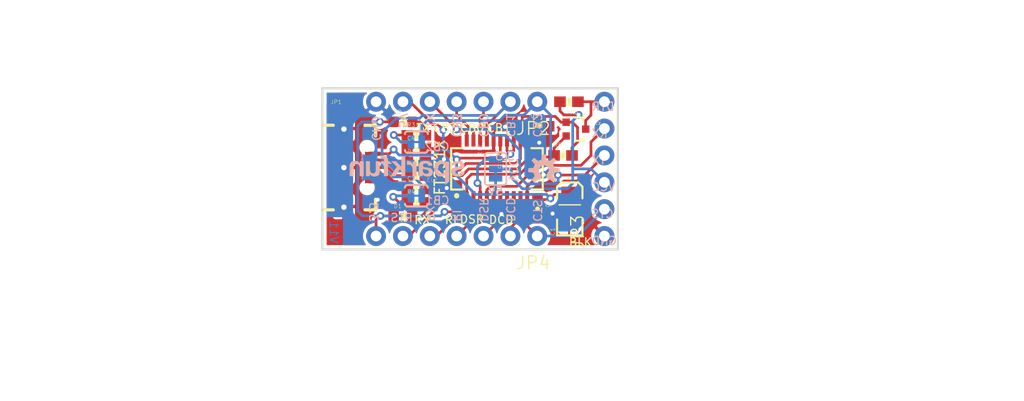
<source format=kicad_pcb>
(kicad_pcb (version 20171130) (host pcbnew "(5.1.8)-1")

  (general
    (thickness 1.6)
    (drawings 44)
    (tracks 262)
    (zones 0)
    (modules 27)
    (nets 28)
  )

  (page A4)
  (layers
    (0 Top signal)
    (31 Bottom signal)
    (32 B.Adhes user)
    (33 F.Adhes user)
    (34 B.Paste user)
    (35 F.Paste user)
    (36 B.SilkS user)
    (37 F.SilkS user)
    (38 B.Mask user)
    (39 F.Mask user)
    (40 Dwgs.User user)
    (41 Cmts.User user)
    (42 Eco1.User user)
    (43 Eco2.User user)
    (44 Edge.Cuts user)
    (45 Margin user)
    (46 B.CrtYd user)
    (47 F.CrtYd user)
    (48 B.Fab user)
    (49 F.Fab user)
  )

  (setup
    (last_trace_width 0.25)
    (trace_clearance 0.1778)
    (zone_clearance 0.508)
    (zone_45_only no)
    (trace_min 0.2)
    (via_size 0.8)
    (via_drill 0.4)
    (via_min_size 0.4)
    (via_min_drill 0.3)
    (uvia_size 0.3)
    (uvia_drill 0.1)
    (uvias_allowed no)
    (uvia_min_size 0.2)
    (uvia_min_drill 0.1)
    (edge_width 0.05)
    (segment_width 0.2)
    (pcb_text_width 0.3)
    (pcb_text_size 1.5 1.5)
    (mod_edge_width 0.12)
    (mod_text_size 1 1)
    (mod_text_width 0.15)
    (pad_size 1.524 1.524)
    (pad_drill 0.762)
    (pad_to_mask_clearance 0)
    (aux_axis_origin 0 0)
    (visible_elements FFFFFF7F)
    (pcbplotparams
      (layerselection 0x010fc_ffffffff)
      (usegerberextensions false)
      (usegerberattributes true)
      (usegerberadvancedattributes true)
      (creategerberjobfile true)
      (excludeedgelayer true)
      (linewidth 0.100000)
      (plotframeref false)
      (viasonmask false)
      (mode 1)
      (useauxorigin false)
      (hpglpennumber 1)
      (hpglpenspeed 20)
      (hpglpendiameter 15.000000)
      (psnegative false)
      (psa4output false)
      (plotreference true)
      (plotvalue true)
      (plotinvisibletext false)
      (padsonsilk false)
      (subtractmaskfromsilk false)
      (outputformat 1)
      (mirror false)
      (drillshape 1)
      (scaleselection 1)
      (outputdirectory ""))
  )

  (net 0 "")
  (net 1 GND)
  (net 2 VCC)
  (net 3 3.3V)
  (net 4 N$9)
  (net 5 /TXLED)
  (net 6 /CTS)
  (net 7 /DCD)
  (net 8 /DSR)
  (net 9 /DTR)
  (net 10 /RTS)
  (net 11 /RXD)
  (net 12 /RI)
  (net 13 /TXD)
  (net 14 /CBUS3)
  (net 15 /CBUS0)
  (net 16 /RXLED)
  (net 17 "Net-(R2-Pad1)")
  (net 18 "Net-(R1-Pad2)")
  (net 19 "Net-(C3-Pad1)")
  (net 20 "Net-(C4-Pad1)")
  (net 21 "Net-(JP1-PadID1)")
  (net 22 /RESET)
  (net 23 /VOUT)
  (net 24 "Net-(D1-PadC)")
  (net 25 "Net-(D2-PadC)")
  (net 26 "Net-(R3-Pad1)")
  (net 27 "Net-(R4-Pad1)")

  (net_class Default "This is the default net class."
    (clearance 0.1778)
    (trace_width 0.25)
    (via_dia 0.8)
    (via_drill 0.4)
    (uvia_dia 0.3)
    (uvia_drill 0.1)
    (add_net /CBUS0)
    (add_net /CBUS3)
    (add_net /CTS)
    (add_net /DCD)
    (add_net /DSR)
    (add_net /DTR)
    (add_net /RESET)
    (add_net /RI)
    (add_net /RTS)
    (add_net /RXD)
    (add_net /RXLED)
    (add_net /TXD)
    (add_net /TXLED)
    (add_net /VOUT)
    (add_net 3.3V)
    (add_net GND)
    (add_net N$9)
    (add_net "Net-(C3-Pad1)")
    (add_net "Net-(C4-Pad1)")
    (add_net "Net-(D1-PadC)")
    (add_net "Net-(D2-PadC)")
    (add_net "Net-(JP1-PadID1)")
    (add_net "Net-(R1-Pad2)")
    (add_net "Net-(R2-Pad1)")
    (add_net "Net-(R3-Pad1)")
    (add_net "Net-(R4-Pad1)")
    (add_net VCC)
    (add_net VOUT)
  )

  (module ft231x-breakout-v11:CREATIVE_COMMONS (layer Top) (tedit 0) (tstamp 602C4DA3)
    (at 124.3711 124.0536)
    (path /CC96BE83)
    (fp_text reference FRAME1 (at 0 0) (layer F.SilkS) hide
      (effects (font (size 1.27 1.27) (thickness 0.15)))
    )
    (fp_text value FRAME-LETTER (at 0 0) (layer F.SilkS) hide
      (effects (font (size 1.27 1.27) (thickness 0.15)))
    )
    (fp_text user "Designed by:" (at 11.43 0) (layer F.Fab)
      (effects (font (size 1.6891 1.6891) (thickness 0.14224)) (justify left bottom))
    )
    (fp_text user " https://creativecommons.org/licenses/by-sa/4.0/" (at 0 -2.54) (layer F.Fab)
      (effects (font (size 1.6891 1.6891) (thickness 0.14224)) (justify left bottom))
    )
    (fp_text user "Released under the Creative Commons Attribution Share-Alike 4.0 License" (at -20.32 -5.08) (layer F.Fab)
      (effects (font (size 1.6891 1.6891) (thickness 0.14224)) (justify left bottom))
    )
  )

  (module ft231x-breakout-v11:SSOP20_L (layer Top) (tedit 0) (tstamp 602C4DA9)
    (at 151.0411 105.0036)
    (descr "Longer version of SSOP-20 Package")
    (path /DF620DA8)
    (fp_text reference U1 (at 0 0) (layer F.SilkS)
      (effects (font (size 0.38608 0.38608) (thickness 0.030886)) (justify left bottom))
    )
    (fp_text value FTS31XS-U (at 0 1.27) (layer F.Fab)
      (effects (font (size 0.38608 0.38608) (thickness 0.030886)) (justify left bottom))
    )
    (fp_line (start 3.2512 -1.9558) (end 4.3307 -1.9558) (layer F.SilkS) (width 0.2032))
    (fp_line (start -4.3307 -1.9558) (end -3.2512 -1.9558) (layer F.SilkS) (width 0.2032))
    (fp_line (start 3.2512 1.9558) (end 4.3307 1.9558) (layer F.SilkS) (width 0.2032))
    (fp_line (start -4.3307 1.9558) (end -3.2512 1.9558) (layer F.SilkS) (width 0.2032))
    (fp_line (start -4.3307 -1.9558) (end -4.3307 1.9558) (layer F.SilkS) (width 0.2032))
    (fp_poly (pts (xy 2.9845 -2.9845) (xy 2.7305 -2.9845) (xy 2.7305 -2.3495) (xy 2.9845 -2.3495)) (layer F.Fab) (width 0))
    (fp_poly (pts (xy 2.3495 -2.9845) (xy 2.0955 -2.9845) (xy 2.0955 -2.3495) (xy 2.3495 -2.3495)) (layer F.Fab) (width 0))
    (fp_poly (pts (xy 1.7145 -2.9845) (xy 1.4605 -2.9845) (xy 1.4605 -2.3495) (xy 1.7145 -2.3495)) (layer F.Fab) (width 0))
    (fp_poly (pts (xy 1.0795 -2.9845) (xy 0.8255 -2.9845) (xy 0.8255 -2.3495) (xy 1.0795 -2.3495)) (layer F.Fab) (width 0))
    (fp_poly (pts (xy 0.4445 -2.9845) (xy 0.1905 -2.9845) (xy 0.1905 -2.3495) (xy 0.4445 -2.3495)) (layer F.Fab) (width 0))
    (fp_poly (pts (xy -2.7305 -2.9845) (xy -2.9845 -2.9845) (xy -2.9845 -2.3495) (xy -2.7305 -2.3495)) (layer F.Fab) (width 0))
    (fp_poly (pts (xy -2.0955 -2.9845) (xy -2.3495 -2.9845) (xy -2.3495 -2.3495) (xy -2.0955 -2.3495)) (layer F.Fab) (width 0))
    (fp_poly (pts (xy -1.4605 -2.9845) (xy -1.7145 -2.9845) (xy -1.7145 -2.3495) (xy -1.4605 -2.3495)) (layer F.Fab) (width 0))
    (fp_poly (pts (xy -0.8255 -2.9845) (xy -1.0795 -2.9845) (xy -1.0795 -2.3495) (xy -0.8255 -2.3495)) (layer F.Fab) (width 0))
    (fp_poly (pts (xy -0.1905 -2.9845) (xy -0.4445 -2.9845) (xy -0.4445 -2.3495) (xy -0.1905 -2.3495)) (layer F.Fab) (width 0))
    (fp_poly (pts (xy -2.9845 2.9845) (xy -2.7305 2.9845) (xy -2.7305 2.3495) (xy -2.9845 2.3495)) (layer F.Fab) (width 0))
    (fp_poly (pts (xy -2.3495 2.9845) (xy -2.0955 2.9845) (xy -2.0955 2.3495) (xy -2.3495 2.3495)) (layer F.Fab) (width 0))
    (fp_poly (pts (xy -1.7145 2.9845) (xy -1.4605 2.9845) (xy -1.4605 2.3495) (xy -1.7145 2.3495)) (layer F.Fab) (width 0))
    (fp_poly (pts (xy -1.0795 2.9845) (xy -0.8255 2.9845) (xy -0.8255 2.3495) (xy -1.0795 2.3495)) (layer F.Fab) (width 0))
    (fp_poly (pts (xy -0.4445 2.9845) (xy -0.1905 2.9845) (xy -0.1905 2.3495) (xy -0.4445 2.3495)) (layer F.Fab) (width 0))
    (fp_poly (pts (xy 2.7305 2.9845) (xy 2.9845 2.9845) (xy 2.9845 2.3495) (xy 2.7305 2.3495)) (layer F.Fab) (width 0))
    (fp_poly (pts (xy 2.0955 2.9845) (xy 2.3495 2.9845) (xy 2.3495 2.3495) (xy 2.0955 2.3495)) (layer F.Fab) (width 0))
    (fp_poly (pts (xy 1.4605 2.9845) (xy 1.7145 2.9845) (xy 1.7145 2.3495) (xy 1.4605 2.3495)) (layer F.Fab) (width 0))
    (fp_poly (pts (xy 0.8255 2.9845) (xy 1.0795 2.9845) (xy 1.0795 2.3495) (xy 0.8255 2.3495)) (layer F.Fab) (width 0))
    (fp_poly (pts (xy 0.1905 2.9845) (xy 0.4445 2.9845) (xy 0.4445 2.3495) (xy 0.1905 2.3495)) (layer F.Fab) (width 0))
    (fp_circle (center -3.81 2.54) (end -3.683 2.54) (layer F.SilkS) (width 0.254))
    (fp_line (start 4.3307 1.9558) (end 4.3307 -1.9558) (layer F.SilkS) (width 0.2032))
    (pad 10 smd rect (at 2.8575 2.6797 180) (size 0.381 1.143) (layers Top F.Paste F.Mask)
      (net 5 /TXLED) (solder_mask_margin 0.1016))
    (pad 9 smd rect (at 2.2225 2.6797 180) (size 0.381 1.143) (layers Top F.Paste F.Mask)
      (net 6 /CTS) (solder_mask_margin 0.1016))
    (pad 8 smd rect (at 1.5875 2.6797 180) (size 0.381 1.143) (layers Top F.Paste F.Mask)
      (net 7 /DCD) (solder_mask_margin 0.1016))
    (pad 7 smd rect (at 0.9525 2.6797 180) (size 0.381 1.143) (layers Top F.Paste F.Mask)
      (net 8 /DSR) (solder_mask_margin 0.1016))
    (pad 1 smd rect (at -2.8575 2.6797 180) (size 0.381 1.143) (layers Top F.Paste F.Mask)
      (net 9 /DTR) (solder_mask_margin 0.1016))
    (pad 2 smd rect (at -2.2225 2.6797 180) (size 0.381 1.143) (layers Top F.Paste F.Mask)
      (net 10 /RTS) (solder_mask_margin 0.1016))
    (pad 3 smd rect (at -1.5875 2.6797 180) (size 0.381 1.143) (layers Top F.Paste F.Mask)
      (net 3 3.3V) (solder_mask_margin 0.1016))
    (pad 4 smd rect (at -0.9525 2.6797 180) (size 0.381 1.143) (layers Top F.Paste F.Mask)
      (net 11 /RXD) (solder_mask_margin 0.1016))
    (pad 5 smd rect (at -0.3175 2.6797 180) (size 0.381 1.143) (layers Top F.Paste F.Mask)
      (net 12 /RI) (solder_mask_margin 0.1016))
    (pad 6 smd rect (at 0.3175 2.6797 180) (size 0.381 1.143) (layers Top F.Paste F.Mask)
      (net 1 GND) (solder_mask_margin 0.1016))
    (pad 20 smd rect (at -2.8575 -2.6797) (size 0.381 1.143) (layers Top F.Paste F.Mask)
      (net 13 /TXD) (solder_mask_margin 0.1016))
    (pad 19 smd rect (at -2.2225 -2.6797) (size 0.381 1.143) (layers Top F.Paste F.Mask)
      (net 14 /CBUS3) (solder_mask_margin 0.1016))
    (pad 18 smd rect (at -1.5875 -2.6797) (size 0.381 1.143) (layers Top F.Paste F.Mask)
      (net 15 /CBUS0) (solder_mask_margin 0.1016))
    (pad 17 smd rect (at -0.9525 -2.6797) (size 0.381 1.143) (layers Top F.Paste F.Mask)
      (net 16 /RXLED) (solder_mask_margin 0.1016))
    (pad 11 smd rect (at 2.8575 -2.6797) (size 0.381 1.143) (layers Top F.Paste F.Mask)
      (net 17 "Net-(R2-Pad1)") (solder_mask_margin 0.1016))
    (pad 12 smd rect (at 2.2225 -2.6797) (size 0.381 1.143) (layers Top F.Paste F.Mask)
      (net 18 "Net-(R1-Pad2)") (solder_mask_margin 0.1016))
    (pad 13 smd rect (at 1.5875 -2.6797) (size 0.381 1.143) (layers Top F.Paste F.Mask)
      (net 3 3.3V) (solder_mask_margin 0.1016))
    (pad 14 smd rect (at 0.9525 -2.6797) (size 0.381 1.143) (layers Top F.Paste F.Mask)
      (net 3 3.3V) (solder_mask_margin 0.1016))
    (pad 15 smd rect (at 0.3175 -2.6797) (size 0.381 1.143) (layers Top F.Paste F.Mask)
      (net 2 VCC) (solder_mask_margin 0.1016))
    (pad 16 smd rect (at -0.3175 -2.6797) (size 0.381 1.143) (layers Top F.Paste F.Mask)
      (net 1 GND) (solder_mask_margin 0.1016))
  )

  (module ft231x-breakout-v11:0603-CAP (layer Top) (tedit 0) (tstamp 602C4DDB)
    (at 154.8765 108.7628 270)
    (path /C8DDE19D)
    (fp_text reference C2 (at -0.889 -0.762 270) (layer F.SilkS)
      (effects (font (size 0.38608 0.38608) (thickness 0.032512)) (justify right top))
    )
    (fp_text value 0.1uF (at -1.016 1.143 270) (layer F.Fab)
      (effects (font (size 0.38608 0.38608) (thickness 0.032512)) (justify right top))
    )
    (fp_poly (pts (xy -0.1999 0.3) (xy 0.1999 0.3) (xy 0.1999 -0.3) (xy -0.1999 -0.3)) (layer F.Adhes) (width 0))
    (fp_poly (pts (xy 0.3302 0.4699) (xy 0.8303 0.4699) (xy 0.8303 -0.4801) (xy 0.3302 -0.4801)) (layer F.Fab) (width 0))
    (fp_poly (pts (xy -0.8382 0.4699) (xy -0.3381 0.4699) (xy -0.3381 -0.4801) (xy -0.8382 -0.4801)) (layer F.Fab) (width 0))
    (fp_line (start 0 -0.02794) (end 0 0.02794) (layer F.SilkS) (width 0.381))
    (fp_line (start -0.356 0.419) (end 0.356 0.419) (layer F.Fab) (width 0.1016))
    (fp_line (start -0.356 -0.432) (end 0.356 -0.432) (layer F.Fab) (width 0.1016))
    (fp_line (start -1.473 0.983) (end -1.473 -0.983) (layer Dwgs.User) (width 0.0508))
    (fp_line (start 1.473 0.983) (end -1.473 0.983) (layer Dwgs.User) (width 0.0508))
    (fp_line (start 1.473 -0.983) (end 1.473 0.983) (layer Dwgs.User) (width 0.0508))
    (fp_line (start -1.473 -0.983) (end 1.473 -0.983) (layer Dwgs.User) (width 0.0508))
    (pad 2 smd rect (at 0.85 0 270) (size 1.1 1) (layers Top F.Paste F.Mask)
      (net 1 GND) (solder_mask_margin 0.1016))
    (pad 1 smd rect (at -0.85 0 270) (size 1.1 1) (layers Top F.Paste F.Mask)
      (net 2 VCC) (solder_mask_margin 0.1016))
  )

  (module ft231x-breakout-v11:0603-CAP (layer Top) (tedit 0) (tstamp 602C4DEA)
    (at 143.4211 106.9086)
    (path /161AF65B)
    (fp_text reference C3 (at -0.889 -0.762) (layer F.SilkS)
      (effects (font (size 0.38608 0.38608) (thickness 0.032512)) (justify left bottom))
    )
    (fp_text value 47pF (at -1.016 1.143) (layer F.Fab)
      (effects (font (size 0.38608 0.38608) (thickness 0.032512)) (justify left bottom))
    )
    (fp_poly (pts (xy -0.1999 0.3) (xy 0.1999 0.3) (xy 0.1999 -0.3) (xy -0.1999 -0.3)) (layer F.Adhes) (width 0))
    (fp_poly (pts (xy 0.3302 0.4699) (xy 0.8303 0.4699) (xy 0.8303 -0.4801) (xy 0.3302 -0.4801)) (layer F.Fab) (width 0))
    (fp_poly (pts (xy -0.8382 0.4699) (xy -0.3381 0.4699) (xy -0.3381 -0.4801) (xy -0.8382 -0.4801)) (layer F.Fab) (width 0))
    (fp_line (start 0 -0.02794) (end 0 0.02794) (layer F.SilkS) (width 0.381))
    (fp_line (start -0.356 0.419) (end 0.356 0.419) (layer F.Fab) (width 0.1016))
    (fp_line (start -0.356 -0.432) (end 0.356 -0.432) (layer F.Fab) (width 0.1016))
    (fp_line (start -1.473 0.983) (end -1.473 -0.983) (layer Dwgs.User) (width 0.0508))
    (fp_line (start 1.473 0.983) (end -1.473 0.983) (layer Dwgs.User) (width 0.0508))
    (fp_line (start 1.473 -0.983) (end 1.473 0.983) (layer Dwgs.User) (width 0.0508))
    (fp_line (start -1.473 -0.983) (end 1.473 -0.983) (layer Dwgs.User) (width 0.0508))
    (pad 2 smd rect (at 0.85 0) (size 1.1 1) (layers Top F.Paste F.Mask)
      (net 1 GND) (solder_mask_margin 0.1016))
    (pad 1 smd rect (at -0.85 0) (size 1.1 1) (layers Top F.Paste F.Mask)
      (net 19 "Net-(C3-Pad1)") (solder_mask_margin 0.1016))
  )

  (module ft231x-breakout-v11:0603-CAP (layer Top) (tedit 0) (tstamp 602C4DF9)
    (at 143.4211 103.0986)
    (path /9D8B79E0)
    (fp_text reference C4 (at -0.889 -0.762) (layer F.SilkS)
      (effects (font (size 0.38608 0.38608) (thickness 0.032512)) (justify left bottom))
    )
    (fp_text value 47pF (at -1.016 1.143) (layer F.Fab)
      (effects (font (size 0.38608 0.38608) (thickness 0.032512)) (justify left bottom))
    )
    (fp_poly (pts (xy -0.1999 0.3) (xy 0.1999 0.3) (xy 0.1999 -0.3) (xy -0.1999 -0.3)) (layer F.Adhes) (width 0))
    (fp_poly (pts (xy 0.3302 0.4699) (xy 0.8303 0.4699) (xy 0.8303 -0.4801) (xy 0.3302 -0.4801)) (layer F.Fab) (width 0))
    (fp_poly (pts (xy -0.8382 0.4699) (xy -0.3381 0.4699) (xy -0.3381 -0.4801) (xy -0.8382 -0.4801)) (layer F.Fab) (width 0))
    (fp_line (start 0 -0.02794) (end 0 0.02794) (layer F.SilkS) (width 0.381))
    (fp_line (start -0.356 0.419) (end 0.356 0.419) (layer F.Fab) (width 0.1016))
    (fp_line (start -0.356 -0.432) (end 0.356 -0.432) (layer F.Fab) (width 0.1016))
    (fp_line (start -1.473 0.983) (end -1.473 -0.983) (layer Dwgs.User) (width 0.0508))
    (fp_line (start 1.473 0.983) (end -1.473 0.983) (layer Dwgs.User) (width 0.0508))
    (fp_line (start 1.473 -0.983) (end 1.473 0.983) (layer Dwgs.User) (width 0.0508))
    (fp_line (start -1.473 -0.983) (end 1.473 -0.983) (layer Dwgs.User) (width 0.0508))
    (pad 2 smd rect (at 0.85 0) (size 1.1 1) (layers Top F.Paste F.Mask)
      (net 1 GND) (solder_mask_margin 0.1016))
    (pad 1 smd rect (at -0.85 0) (size 1.1 1) (layers Top F.Paste F.Mask)
      (net 20 "Net-(C4-Pad1)") (solder_mask_margin 0.1016))
  )

  (module ft231x-breakout-v11:0603-RES (layer Top) (tedit 0) (tstamp 602C4E08)
    (at 143.4211 104.3686)
    (path /23750506)
    (fp_text reference R1 (at -0.889 -0.762) (layer F.SilkS)
      (effects (font (size 0.38608 0.38608) (thickness 0.032512)) (justify left bottom))
    )
    (fp_text value 27 (at -1.016 1.143) (layer F.Fab)
      (effects (font (size 0.38608 0.38608) (thickness 0.032512)) (justify left bottom))
    )
    (fp_poly (pts (xy -0.1905 0.381) (xy 0.1905 0.381) (xy 0.1905 -0.381) (xy -0.1905 -0.381)) (layer F.SilkS) (width 0))
    (fp_poly (pts (xy -0.1999 0.3) (xy 0.1999 0.3) (xy 0.1999 -0.3) (xy -0.1999 -0.3)) (layer F.Adhes) (width 0))
    (fp_poly (pts (xy 0.3302 0.4699) (xy 0.8303 0.4699) (xy 0.8303 -0.4801) (xy 0.3302 -0.4801)) (layer F.Fab) (width 0))
    (fp_poly (pts (xy -0.8382 0.4699) (xy -0.3381 0.4699) (xy -0.3381 -0.4801) (xy -0.8382 -0.4801)) (layer F.Fab) (width 0))
    (fp_line (start -0.356 0.419) (end 0.356 0.419) (layer F.Fab) (width 0.1016))
    (fp_line (start -0.356 -0.432) (end 0.356 -0.432) (layer F.Fab) (width 0.1016))
    (fp_line (start -1.6002 0.6858) (end -1.6002 -0.6858) (layer Dwgs.User) (width 0.0508))
    (fp_line (start 1.6002 0.6858) (end -1.6002 0.6858) (layer Dwgs.User) (width 0.0508))
    (fp_line (start 1.6002 -0.6858) (end 1.6002 0.6858) (layer Dwgs.User) (width 0.0508))
    (fp_line (start -1.6002 -0.6858) (end 1.6002 -0.6858) (layer Dwgs.User) (width 0.0508))
    (pad 2 smd rect (at 0.85 0) (size 1.1 1) (layers Top F.Paste F.Mask)
      (net 18 "Net-(R1-Pad2)") (solder_mask_margin 0.1016))
    (pad 1 smd rect (at -0.85 0) (size 1.1 1) (layers Top F.Paste F.Mask)
      (net 20 "Net-(C4-Pad1)") (solder_mask_margin 0.1016))
  )

  (module ft231x-breakout-v11:0603-RES (layer Top) (tedit 0) (tstamp 602C4E17)
    (at 143.4211 105.6386 180)
    (path /F24DE2BB)
    (fp_text reference R2 (at -0.889 -0.762 180) (layer F.SilkS)
      (effects (font (size 0.38608 0.38608) (thickness 0.032512)) (justify right top))
    )
    (fp_text value 27 (at -1.016 1.143 180) (layer F.Fab)
      (effects (font (size 0.38608 0.38608) (thickness 0.032512)) (justify right top))
    )
    (fp_poly (pts (xy -0.1905 0.381) (xy 0.1905 0.381) (xy 0.1905 -0.381) (xy -0.1905 -0.381)) (layer F.SilkS) (width 0))
    (fp_poly (pts (xy -0.1999 0.3) (xy 0.1999 0.3) (xy 0.1999 -0.3) (xy -0.1999 -0.3)) (layer F.Adhes) (width 0))
    (fp_poly (pts (xy 0.3302 0.4699) (xy 0.8303 0.4699) (xy 0.8303 -0.4801) (xy 0.3302 -0.4801)) (layer F.Fab) (width 0))
    (fp_poly (pts (xy -0.8382 0.4699) (xy -0.3381 0.4699) (xy -0.3381 -0.4801) (xy -0.8382 -0.4801)) (layer F.Fab) (width 0))
    (fp_line (start -0.356 0.419) (end 0.356 0.419) (layer F.Fab) (width 0.1016))
    (fp_line (start -0.356 -0.432) (end 0.356 -0.432) (layer F.Fab) (width 0.1016))
    (fp_line (start -1.6002 0.6858) (end -1.6002 -0.6858) (layer Dwgs.User) (width 0.0508))
    (fp_line (start 1.6002 0.6858) (end -1.6002 0.6858) (layer Dwgs.User) (width 0.0508))
    (fp_line (start 1.6002 -0.6858) (end 1.6002 0.6858) (layer Dwgs.User) (width 0.0508))
    (fp_line (start -1.6002 -0.6858) (end 1.6002 -0.6858) (layer Dwgs.User) (width 0.0508))
    (pad 2 smd rect (at 0.85 0 180) (size 1.1 1) (layers Top F.Paste F.Mask)
      (net 19 "Net-(C3-Pad1)") (solder_mask_margin 0.1016))
    (pad 1 smd rect (at -0.85 0 180) (size 1.1 1) (layers Top F.Paste F.Mask)
      (net 17 "Net-(R2-Pad1)") (solder_mask_margin 0.1016))
  )

  (module ft231x-breakout-v11:USB-B-MICRO-SMD_V03 (layer Top) (tedit 0) (tstamp 602C4E26)
    (at 136.5631 104.8766)
    (path /0B60073D)
    (fp_text reference JP1 (at -1.27 -5.969) (layer F.SilkS)
      (effects (font (size 0.38608 0.38608) (thickness 0.032512)) (justify left bottom))
    )
    (fp_text value USB-MICROB" (at -1.27 -5.461) (layer F.Fab)
      (effects (font (size 0.38608 0.38608) (thickness 0.032512)) (justify left bottom))
    )
    (fp_line (start -2 -7) (end -2 0) (layer F.Fab) (width 0.1))
    (fp_poly (pts (xy -0.85 1.35) (xy 0.85 1.35) (xy 0.85 -1.35) (xy -0.85 -1.35)) (layer F.Mask) (width 0))
    (fp_poly (pts (xy -0.85 4.684) (xy 0.85 4.684) (xy 0.85 2.684) (xy -0.85 2.684)) (layer F.Mask) (width 0))
    (fp_poly (pts (xy -0.85 -2.684) (xy 0.85 -2.684) (xy 0.85 -4.684) (xy -0.85 -4.684)) (layer F.Mask) (width 0))
    (fp_line (start -1 4) (end -2 4) (layer F.SilkS) (width 0.3048))
    (fp_line (start -1 -4) (end -2 -4) (layer F.SilkS) (width 0.3048))
    (fp_line (start 3 4) (end 3 3) (layer F.SilkS) (width 0.3048))
    (fp_line (start 2 4) (end 3 4) (layer F.SilkS) (width 0.3048))
    (fp_line (start 3 -4) (end 3 -3) (layer F.SilkS) (width 0.3048))
    (fp_line (start 2 -3.992881) (end 2 -4) (layer F.SilkS) (width 0.3048))
    (fp_line (start 2.981959 -3.992881) (end 2 -3.992881) (layer F.SilkS) (width 0.3048))
    (fp_line (start 2.85 3.9) (end -2.15 3.9) (layer Cmts.User) (width 0.127))
    (fp_line (start 2.85 -3.9) (end -2.15 -3.9) (layer Cmts.User) (width 0.127))
    (fp_line (start 2.85 -3.9) (end 2.85 3.9) (layer Cmts.User) (width 0.127))
    (fp_line (start -2.15 -3.9) (end -2.15 3.9) (layer Cmts.User) (width 0.127))
    (fp_poly (pts (xy -0.75 4.584) (xy 0.75 4.584) (xy 0.75 2.784) (xy -0.75 2.784)) (layer F.Paste) (width 0))
    (fp_poly (pts (xy -0.35 0.75) (xy 0.35 0.75) (xy 0.35 -0.75) (xy -0.35 -0.75)) (layer F.Paste) (width 0))
    (fp_poly (pts (xy -0.75 -2.784) (xy 0.75 -2.784) (xy 0.75 -4.584) (xy -0.75 -4.584)) (layer F.Paste) (width 0))
    (fp_line (start -2.3 -5.3) (end -2.5 -5.2) (layer F.Fab) (width 0.08))
    (fp_line (start -2.3 -5.3) (end -2.4 -5.5) (layer F.Fab) (width 0.08))
    (fp_line (start -3 -5.6) (end -2.3 -5.3) (layer F.Fab) (width 0.08))
    (fp_text user "PCB Front" (at -4.66 -5.96) (layer F.Fab)
      (effects (font (size 0.28956 0.28956) (thickness 0.024384)) (justify left bottom))
    )
    (pad SHIELD2 smd rect (at 0 3.685 90) (size 1.8 1.5) (layers Top F.Mask)
      (net 1 GND) (solder_mask_margin 0.1016))
    (pad SHIELD3 smd rect (at 0 0 90) (size 2.5 1.5) (layers Top F.Mask)
      (net 1 GND) (solder_mask_margin 0.1016))
    (pad SHIELD1 smd rect (at 0 -3.685 90) (size 1.8 1.5) (layers Top F.Mask)
      (net 1 GND) (solder_mask_margin 0.1016))
    (pad "" np_thru_hole circle (at 2.2 1.9) (size 0.85 0.85) (drill 0.85) (layers *.Cu *.Mask))
    (pad "" np_thru_hole circle (at 2.2 -1.9) (size 0.85 0.85) (drill 0.85) (layers *.Cu *.Mask))
    (pad GND1 smd rect (at 2.725 1.3 90) (size 0.4 1.45) (layers Top F.Paste F.Mask)
      (net 1 GND) (solder_mask_margin 0.1016))
    (pad ID1 smd rect (at 2.725 0.65 90) (size 0.4 1.45) (layers Top F.Paste F.Mask)
      (net 21 "Net-(JP1-PadID1)") (solder_mask_margin 0.1016))
    (pad VBUS1 smd rect (at 2.725 -1.3 90) (size 0.4 1.45) (layers Top F.Paste F.Mask)
      (net 2 VCC) (solder_mask_margin 0.1016))
    (pad D-1 smd rect (at 2.725 -0.65 90) (size 0.4 1.45) (layers Top F.Paste F.Mask)
      (net 20 "Net-(C4-Pad1)") (solder_mask_margin 0.1016))
    (pad D+1 smd rect (at 2.725 0 90) (size 0.4 1.45) (layers Top F.Paste F.Mask)
      (net 19 "Net-(C3-Pad1)") (solder_mask_margin 0.1016))
  )

  (module ft231x-breakout-v11:0603-CAP (layer Top) (tedit 0) (tstamp 602C4E49)
    (at 155.074621 100.9777)
    (path /2BF069D8)
    (fp_text reference C5 (at -0.889 -0.762) (layer F.SilkS)
      (effects (font (size 0.38608 0.38608) (thickness 0.032512)) (justify left bottom))
    )
    (fp_text value 0.1uF (at -1.016 1.143) (layer F.Fab)
      (effects (font (size 0.38608 0.38608) (thickness 0.032512)) (justify left bottom))
    )
    (fp_poly (pts (xy -0.1999 0.3) (xy 0.1999 0.3) (xy 0.1999 -0.3) (xy -0.1999 -0.3)) (layer F.Adhes) (width 0))
    (fp_poly (pts (xy 0.3302 0.4699) (xy 0.8303 0.4699) (xy 0.8303 -0.4801) (xy 0.3302 -0.4801)) (layer F.Fab) (width 0))
    (fp_poly (pts (xy -0.8382 0.4699) (xy -0.3381 0.4699) (xy -0.3381 -0.4801) (xy -0.8382 -0.4801)) (layer F.Fab) (width 0))
    (fp_line (start 0 -0.02794) (end 0 0.02794) (layer F.SilkS) (width 0.381))
    (fp_line (start -0.356 0.419) (end 0.356 0.419) (layer F.Fab) (width 0.1016))
    (fp_line (start -0.356 -0.432) (end 0.356 -0.432) (layer F.Fab) (width 0.1016))
    (fp_line (start -1.473 0.983) (end -1.473 -0.983) (layer Dwgs.User) (width 0.0508))
    (fp_line (start 1.473 0.983) (end -1.473 0.983) (layer Dwgs.User) (width 0.0508))
    (fp_line (start 1.473 -0.983) (end 1.473 0.983) (layer Dwgs.User) (width 0.0508))
    (fp_line (start -1.473 -0.983) (end 1.473 -0.983) (layer Dwgs.User) (width 0.0508))
    (pad 2 smd rect (at 0.85 0) (size 1.1 1) (layers Top F.Paste F.Mask)
      (net 1 GND) (solder_mask_margin 0.1016))
    (pad 1 smd rect (at -0.85 0) (size 1.1 1) (layers Top F.Paste F.Mask)
      (net 3 3.3V) (solder_mask_margin 0.1016))
  )

  (module ft231x-breakout-v11:1X06_NO_SILK (layer Top) (tedit 0) (tstamp 602C4E58)
    (at 161.2011 111.3536 90)
    (path /8182258E)
    (fp_text reference JP3 (at -1.3462 -1.8288 90) (layer F.SilkS)
      (effects (font (size 1.2065 1.2065) (thickness 0.127)) (justify left bottom))
    )
    (fp_text value M06NO_SILK_FEMALE_PTH (at -1.27 3.175 90) (layer F.Fab)
      (effects (font (size 1.2065 1.2065) (thickness 0.1016)) (justify left bottom))
    )
    (fp_poly (pts (xy -0.254 0.254) (xy 0.254 0.254) (xy 0.254 -0.254) (xy -0.254 -0.254)) (layer F.Fab) (width 0))
    (fp_poly (pts (xy 2.286 0.254) (xy 2.794 0.254) (xy 2.794 -0.254) (xy 2.286 -0.254)) (layer F.Fab) (width 0))
    (fp_poly (pts (xy 4.826 0.254) (xy 5.334 0.254) (xy 5.334 -0.254) (xy 4.826 -0.254)) (layer F.Fab) (width 0))
    (fp_poly (pts (xy 7.366 0.254) (xy 7.874 0.254) (xy 7.874 -0.254) (xy 7.366 -0.254)) (layer F.Fab) (width 0))
    (fp_poly (pts (xy 9.906 0.254) (xy 10.414 0.254) (xy 10.414 -0.254) (xy 9.906 -0.254)) (layer F.Fab) (width 0))
    (fp_poly (pts (xy 12.446 0.254) (xy 12.954 0.254) (xy 12.954 -0.254) (xy 12.446 -0.254)) (layer F.Fab) (width 0))
    (pad 6 thru_hole circle (at 12.7 0 180) (size 1.8796 1.8796) (drill 1.016) (layers *.Cu *.Mask)
      (net 22 /RESET) (solder_mask_margin 0.1016))
    (pad 5 thru_hole circle (at 10.16 0 180) (size 1.8796 1.8796) (drill 1.016) (layers *.Cu *.Mask)
      (net 11 /RXD) (solder_mask_margin 0.1016))
    (pad 4 thru_hole circle (at 7.62 0 180) (size 1.8796 1.8796) (drill 1.016) (layers *.Cu *.Mask)
      (net 13 /TXD) (solder_mask_margin 0.1016))
    (pad 3 thru_hole circle (at 5.08 0 180) (size 1.8796 1.8796) (drill 1.016) (layers *.Cu *.Mask)
      (net 23 /VOUT) (solder_mask_margin 0.1016))
    (pad 2 thru_hole circle (at 2.54 0 180) (size 1.8796 1.8796) (drill 1.016) (layers *.Cu *.Mask)
      (net 6 /CTS) (solder_mask_margin 0.1016))
    (pad 1 thru_hole circle (at 0 0 180) (size 1.8796 1.8796) (drill 1.016) (layers *.Cu *.Mask)
      (net 1 GND) (solder_mask_margin 0.1016))
  )

  (module ft231x-breakout-v11:SJ_3 (layer Bottom) (tedit 0) (tstamp 602C4E67)
    (at 150.9141 105.0036 270)
    (path /666E743F)
    (fp_text reference SJ1 (at -1.27 1.27 270) (layer B.SilkS)
      (effects (font (size 0.38608 0.38608) (thickness 0.032512)) (justify right bottom mirror))
    )
    (fp_text value SOLDERJUMPER_2WAYS (at -1.27 -1.905 270) (layer B.Fab)
      (effects (font (size 0.38608 0.38608) (thickness 0.032512)) (justify right bottom mirror))
    )
    (fp_line (start -1.27 1.016) (end 1.27 1.016) (layer B.SilkS) (width 0.1524))
    (fp_line (start -1.524 -0.762) (end -1.524 0.762) (layer B.SilkS) (width 0.1524))
    (fp_line (start 1.524 -0.762) (end 1.524 0.762) (layer B.SilkS) (width 0.1524))
    (fp_arc (start 1.27 -0.762) (end 1.27 -1.016) (angle 90) (layer B.SilkS) (width 0.1524))
    (fp_arc (start -1.27 -0.762) (end -1.524 -0.762) (angle 90) (layer B.SilkS) (width 0.1524))
    (fp_arc (start -1.27 0.762) (end -1.524 0.762) (angle -90) (layer B.SilkS) (width 0.1524))
    (fp_arc (start 1.27 0.762) (end 1.27 1.016) (angle -90) (layer B.SilkS) (width 0.1524))
    (fp_line (start 1.27 -1.016) (end -1.27 -1.016) (layer B.SilkS) (width 0.1524))
    (pad 3 smd rect (at 0.889 0 270) (size 0.635 1.27) (layers Bottom B.Mask)
      (net 2 VCC) (solder_mask_margin 0.1016))
    (pad 2 smd rect (at 0 0 270) (size 0.635 1.27) (layers Bottom B.Mask)
      (net 23 /VOUT) (solder_mask_margin 0.1016))
    (pad 1 smd rect (at -0.889 0 270) (size 0.635 1.27) (layers Bottom B.Mask)
      (net 3 3.3V) (solder_mask_margin 0.1016))
  )

  (module ft231x-breakout-v11:EIA3216 (layer Top) (tedit 0) (tstamp 602C4E75)
    (at 157.9245 108.7882 90)
    (path /E7D47EA7)
    (fp_text reference C1 (at -2.54 -1.381 90) (layer F.SilkS)
      (effects (font (size 0.38608 0.38608) (thickness 0.032512)) (justify left bottom))
    )
    (fp_text value 10uF (at 0.408 -1.332 90) (layer F.Fab)
      (effects (font (size 0.38608 0.38608) (thickness 0.032512)) (justify left bottom))
    )
    (fp_line (start 0.381 -1.016) (end 0.381 1.016) (layer F.SilkS) (width 0.127))
    (fp_line (start 2.1 -1.2) (end 1 -1.2) (layer F.SilkS) (width 0.2032))
    (fp_line (start 2.5 -0.8) (end 2.1 -1.2) (layer F.SilkS) (width 0.2032))
    (fp_line (start 2.5 0.8) (end 2.5 -0.8) (layer F.SilkS) (width 0.2032))
    (fp_line (start 2.1 1.2) (end 2.5 0.8) (layer F.SilkS) (width 0.2032))
    (fp_line (start 1 1.2) (end 2.1 1.2) (layer F.SilkS) (width 0.2032))
    (fp_line (start -2.5 -1.2) (end -1 -1.2) (layer F.SilkS) (width 0.2032))
    (fp_line (start -2.5 1.2) (end -2.5 -1.2) (layer F.SilkS) (width 0.2032))
    (fp_line (start -1 1.2) (end -2.5 1.2) (layer F.SilkS) (width 0.2032))
    (pad A smd rect (at 1.4 0 180) (size 1.6 1.4) (layers Top F.Paste F.Mask)
      (net 2 VCC) (solder_mask_margin 0.1016))
    (pad C smd rect (at -1.4 0 180) (size 1.6 1.4) (layers Top F.Paste F.Mask)
      (net 1 GND) (solder_mask_margin 0.1016))
  )

  (module ft231x-breakout-v11:LED-0603 (layer Top) (tedit 0) (tstamp 602C4E83)
    (at 142.1511 109.4486 270)
    (path /5C7F6C2D)
    (fp_text reference D1 (at -0.6985 0.889) (layer F.SilkS)
      (effects (font (size 0.38608 0.38608) (thickness 0.032512)) (justify left bottom))
    )
    (fp_text value RED (at 1.0795 1.016) (layer F.Fab)
      (effects (font (size 0.38608 0.38608) (thickness 0.032512)) (justify left bottom))
    )
    (fp_line (start -0.0254 -0.1546) (end -0.2184 0.14) (layer F.SilkS) (width 0.2032))
    (fp_line (start 0 -0.17) (end 0.2338 0.14) (layer F.SilkS) (width 0.2032))
    (fp_line (start -0.46 -0.17) (end 0 -0.17) (layer F.SilkS) (width 0.2032))
    (fp_line (start 0.46 -0.17) (end 0 -0.17) (layer F.SilkS) (width 0.2032))
    (pad A smd roundrect (at 0 0.877 270) (size 1 1) (layers Top F.Paste F.Mask) (roundrect_rratio 0.15)
      (net 3 3.3V) (solder_mask_margin 0.1016))
    (pad C smd roundrect (at 0 -0.877 270) (size 1 1) (layers Top F.Paste F.Mask) (roundrect_rratio 0.15)
      (net 24 "Net-(D1-PadC)") (solder_mask_margin 0.1016))
  )

  (module ft231x-breakout-v11:LED-0603 (layer Top) (tedit 0) (tstamp 602C4E8C)
    (at 142.1511 100.5586 270)
    (path /11D6FCC2)
    (fp_text reference D2 (at -0.6985 0.889) (layer F.SilkS)
      (effects (font (size 0.38608 0.38608) (thickness 0.032512)) (justify left bottom))
    )
    (fp_text value Yellow (at 1.0795 1.016) (layer F.Fab)
      (effects (font (size 0.38608 0.38608) (thickness 0.032512)) (justify left bottom))
    )
    (fp_line (start -0.0254 -0.1546) (end -0.2184 0.14) (layer F.SilkS) (width 0.2032))
    (fp_line (start 0 -0.17) (end 0.2338 0.14) (layer F.SilkS) (width 0.2032))
    (fp_line (start -0.46 -0.17) (end 0 -0.17) (layer F.SilkS) (width 0.2032))
    (fp_line (start 0.46 -0.17) (end 0 -0.17) (layer F.SilkS) (width 0.2032))
    (pad A smd roundrect (at 0 0.877 270) (size 1 1) (layers Top F.Paste F.Mask) (roundrect_rratio 0.15)
      (net 3 3.3V) (solder_mask_margin 0.1016))
    (pad C smd roundrect (at 0 -0.877 270) (size 1 1) (layers Top F.Paste F.Mask) (roundrect_rratio 0.15)
      (net 25 "Net-(D2-PadC)") (solder_mask_margin 0.1016))
  )

  (module ft231x-breakout-v11:0603-RES (layer Top) (tedit 0) (tstamp 602C4E95)
    (at 143.4211 101.8286)
    (path /DF39756A)
    (fp_text reference R3 (at -0.889 -0.762) (layer F.SilkS)
      (effects (font (size 0.38608 0.38608) (thickness 0.032512)) (justify left bottom))
    )
    (fp_text value 1K (at -1.016 1.143) (layer F.Fab)
      (effects (font (size 0.38608 0.38608) (thickness 0.032512)) (justify left bottom))
    )
    (fp_poly (pts (xy -0.1905 0.381) (xy 0.1905 0.381) (xy 0.1905 -0.381) (xy -0.1905 -0.381)) (layer F.SilkS) (width 0))
    (fp_poly (pts (xy -0.1999 0.3) (xy 0.1999 0.3) (xy 0.1999 -0.3) (xy -0.1999 -0.3)) (layer F.Adhes) (width 0))
    (fp_poly (pts (xy 0.3302 0.4699) (xy 0.8303 0.4699) (xy 0.8303 -0.4801) (xy 0.3302 -0.4801)) (layer F.Fab) (width 0))
    (fp_poly (pts (xy -0.8382 0.4699) (xy -0.3381 0.4699) (xy -0.3381 -0.4801) (xy -0.8382 -0.4801)) (layer F.Fab) (width 0))
    (fp_line (start -0.356 0.419) (end 0.356 0.419) (layer F.Fab) (width 0.1016))
    (fp_line (start -0.356 -0.432) (end 0.356 -0.432) (layer F.Fab) (width 0.1016))
    (fp_line (start -1.6002 0.6858) (end -1.6002 -0.6858) (layer Dwgs.User) (width 0.0508))
    (fp_line (start 1.6002 0.6858) (end -1.6002 0.6858) (layer Dwgs.User) (width 0.0508))
    (fp_line (start 1.6002 -0.6858) (end 1.6002 0.6858) (layer Dwgs.User) (width 0.0508))
    (fp_line (start -1.6002 -0.6858) (end 1.6002 -0.6858) (layer Dwgs.User) (width 0.0508))
    (pad 2 smd rect (at 0.85 0) (size 1.1 1) (layers Top F.Paste F.Mask)
      (net 25 "Net-(D2-PadC)") (solder_mask_margin 0.1016))
    (pad 1 smd rect (at -0.85 0) (size 1.1 1) (layers Top F.Paste F.Mask)
      (net 26 "Net-(R3-Pad1)") (solder_mask_margin 0.1016))
  )

  (module ft231x-breakout-v11:0603-RES (layer Top) (tedit 0) (tstamp 602C4EA4)
    (at 143.4211 108.1786)
    (path /C5ADFEB6)
    (fp_text reference R4 (at -0.889 -0.762) (layer F.SilkS)
      (effects (font (size 0.38608 0.38608) (thickness 0.032512)) (justify left bottom))
    )
    (fp_text value 1K (at -1.016 1.143) (layer F.Fab)
      (effects (font (size 0.38608 0.38608) (thickness 0.032512)) (justify left bottom))
    )
    (fp_poly (pts (xy -0.1905 0.381) (xy 0.1905 0.381) (xy 0.1905 -0.381) (xy -0.1905 -0.381)) (layer F.SilkS) (width 0))
    (fp_poly (pts (xy -0.1999 0.3) (xy 0.1999 0.3) (xy 0.1999 -0.3) (xy -0.1999 -0.3)) (layer F.Adhes) (width 0))
    (fp_poly (pts (xy 0.3302 0.4699) (xy 0.8303 0.4699) (xy 0.8303 -0.4801) (xy 0.3302 -0.4801)) (layer F.Fab) (width 0))
    (fp_poly (pts (xy -0.8382 0.4699) (xy -0.3381 0.4699) (xy -0.3381 -0.4801) (xy -0.8382 -0.4801)) (layer F.Fab) (width 0))
    (fp_line (start -0.356 0.419) (end 0.356 0.419) (layer F.Fab) (width 0.1016))
    (fp_line (start -0.356 -0.432) (end 0.356 -0.432) (layer F.Fab) (width 0.1016))
    (fp_line (start -1.6002 0.6858) (end -1.6002 -0.6858) (layer Dwgs.User) (width 0.0508))
    (fp_line (start 1.6002 0.6858) (end -1.6002 0.6858) (layer Dwgs.User) (width 0.0508))
    (fp_line (start 1.6002 -0.6858) (end 1.6002 0.6858) (layer Dwgs.User) (width 0.0508))
    (fp_line (start -1.6002 -0.6858) (end 1.6002 -0.6858) (layer Dwgs.User) (width 0.0508))
    (pad 2 smd rect (at 0.85 0) (size 1.1 1) (layers Top F.Paste F.Mask)
      (net 24 "Net-(D1-PadC)") (solder_mask_margin 0.1016))
    (pad 1 smd rect (at -0.85 0) (size 1.1 1) (layers Top F.Paste F.Mask)
      (net 27 "Net-(R4-Pad1)") (solder_mask_margin 0.1016))
  )

  (module ft231x-breakout-v11:SJ_2S-TRACE (layer Bottom) (tedit 0) (tstamp 602C4EB3)
    (at 143.4211 102.4636 180)
    (descr "Solder jumper, small, shorted with trace. No paste layer. Trace is cuttable.")
    (path /AA0ECF02)
    (fp_text reference SJ2 (at -0.9525 1.27 180) (layer B.SilkS)
      (effects (font (size 0.38608 0.38608) (thickness 0.032512)) (justify right bottom mirror))
    )
    (fp_text value TXLED (at -0.9525 -1.651 180) (layer B.Fab)
      (effects (font (size 0.38608 0.38608) (thickness 0.032512)) (justify right bottom mirror))
    )
    (fp_line (start -0.381 0) (end 0.381 0) (layer Bottom) (width 0.2032))
    (fp_line (start -0.8255 1.016) (end 0.8255 1.016) (layer B.SilkS) (width 0.2032))
    (fp_arc (start 0.8255 -0.762) (end 0.8255 -1.016) (angle 90) (layer B.SilkS) (width 0.2032))
    (fp_arc (start -0.8255 -0.762) (end -1.0795 -0.762) (angle 90) (layer B.SilkS) (width 0.2032))
    (fp_arc (start -0.8255 0.762) (end -1.0795 0.762) (angle -90) (layer B.SilkS) (width 0.2032))
    (fp_arc (start 0.8255 0.762) (end 0.8255 1.016) (angle -90) (layer B.SilkS) (width 0.2032))
    (fp_line (start 0.8255 -1.016) (end -0.8255 -1.016) (layer B.SilkS) (width 0.2032))
    (pad 2 smd rect (at 0.508 0 180) (size 0.635 1.27) (layers Bottom B.Mask)
      (net 26 "Net-(R3-Pad1)") (solder_mask_margin 0.1016))
    (pad 1 smd rect (at -0.508 0 180) (size 0.635 1.27) (layers Bottom B.Mask)
      (net 5 /TXLED) (solder_mask_margin 0.1016))
  )

  (module ft231x-breakout-v11:PAD-JUMPER-2-NC_BY_TRACE_YES_SILK (layer Bottom) (tedit 0) (tstamp 602C4EBF)
    (at 143.4211 107.5436 180)
    (descr "Solder jumper, small, shorted with trace. No paste layer. Trace is cuttable.")
    (path /E775F82B)
    (fp_text reference SJ3 (at -0.9525 1.27 180) (layer B.SilkS)
      (effects (font (size 0.38608 0.38608) (thickness 0.032512)) (justify right bottom mirror))
    )
    (fp_text value RXLED (at -0.9525 -1.651 180) (layer B.Fab)
      (effects (font (size 0.38608 0.38608) (thickness 0.032512)) (justify right bottom mirror))
    )
    (fp_line (start -0.381 0) (end 0.381 0) (layer Bottom) (width 0.2032))
    (fp_line (start -0.8255 1.016) (end 0.8255 1.016) (layer B.SilkS) (width 0.2032))
    (fp_arc (start 0.8255 -0.762) (end 0.8255 -1.016) (angle 90) (layer B.SilkS) (width 0.2032))
    (fp_arc (start -0.8255 -0.762) (end -1.0795 -0.762) (angle 90) (layer B.SilkS) (width 0.2032))
    (fp_arc (start -0.8255 0.762) (end -1.0795 0.762) (angle -90) (layer B.SilkS) (width 0.2032))
    (fp_arc (start 0.8255 0.762) (end 0.8255 1.016) (angle -90) (layer B.SilkS) (width 0.2032))
    (fp_line (start 0.8255 -1.016) (end -0.8255 -1.016) (layer B.SilkS) (width 0.2032))
    (pad 2 smd rect (at 0.508 0 180) (size 0.635 1.27) (layers Bottom B.Mask)
      (net 27 "Net-(R4-Pad1)") (solder_mask_margin 0.1016))
    (pad 1 smd rect (at -0.508 0 180) (size 0.635 1.27) (layers Bottom B.Mask)
      (net 16 /RXLED) (solder_mask_margin 0.1016))
  )

  (module ft231x-breakout-v11:1X07_NO_SILK (layer Top) (tedit 0) (tstamp 602C4ECB)
    (at 154.8511 98.6536 180)
    (path /BAFA783C)
    (fp_text reference JP2 (at -1.3462 -1.8288 180) (layer F.SilkS)
      (effects (font (size 1.2065 1.2065) (thickness 0.127)) (justify right top))
    )
    (fp_text value M07NO_SILK (at -1.27 3.175 180) (layer F.Fab)
      (effects (font (size 1.2065 1.2065) (thickness 0.1016)) (justify right top))
    )
    (fp_poly (pts (xy -0.254 0.254) (xy 0.254 0.254) (xy 0.254 -0.254) (xy -0.254 -0.254)) (layer F.Fab) (width 0))
    (fp_poly (pts (xy 2.286 0.254) (xy 2.794 0.254) (xy 2.794 -0.254) (xy 2.286 -0.254)) (layer F.Fab) (width 0))
    (fp_poly (pts (xy 4.826 0.254) (xy 5.334 0.254) (xy 5.334 -0.254) (xy 4.826 -0.254)) (layer F.Fab) (width 0))
    (fp_poly (pts (xy 7.366 0.254) (xy 7.874 0.254) (xy 7.874 -0.254) (xy 7.366 -0.254)) (layer F.Fab) (width 0))
    (fp_poly (pts (xy 9.906 0.254) (xy 10.414 0.254) (xy 10.414 -0.254) (xy 9.906 -0.254)) (layer F.Fab) (width 0))
    (fp_poly (pts (xy 12.446 0.254) (xy 12.954 0.254) (xy 12.954 -0.254) (xy 12.446 -0.254)) (layer F.Fab) (width 0))
    (fp_poly (pts (xy 14.986 0.254) (xy 15.494 0.254) (xy 15.494 -0.254) (xy 14.986 -0.254)) (layer F.Fab) (width 0))
    (pad 7 thru_hole circle (at 15.24 0 270) (size 1.8796 1.8796) (drill 1.016) (layers *.Cu *.Mask)
      (net 1 GND) (solder_mask_margin 0.1016))
    (pad 6 thru_hole circle (at 12.7 0 270) (size 1.8796 1.8796) (drill 1.016) (layers *.Cu *.Mask)
      (net 2 VCC) (solder_mask_margin 0.1016))
    (pad 5 thru_hole circle (at 10.16 0 270) (size 1.8796 1.8796) (drill 1.016) (layers *.Cu *.Mask)
      (net 13 /TXD) (solder_mask_margin 0.1016))
    (pad 4 thru_hole circle (at 7.62 0 270) (size 1.8796 1.8796) (drill 1.016) (layers *.Cu *.Mask)
      (net 14 /CBUS3) (solder_mask_margin 0.1016))
    (pad 3 thru_hole circle (at 5.08 0 270) (size 1.8796 1.8796) (drill 1.016) (layers *.Cu *.Mask)
      (net 15 /CBUS0) (solder_mask_margin 0.1016))
    (pad 2 thru_hole circle (at 2.54 0 270) (size 1.8796 1.8796) (drill 1.016) (layers *.Cu *.Mask)
      (net 16 /RXLED) (solder_mask_margin 0.1016))
    (pad 1 thru_hole circle (at 0 0 270) (size 1.8796 1.8796) (drill 1.016) (layers *.Cu *.Mask)
      (net 5 /TXLED) (solder_mask_margin 0.1016))
  )

  (module ft231x-breakout-v11:1X07_NO_SILK (layer Top) (tedit 0) (tstamp 602C4EDC)
    (at 154.8511 111.3536 180)
    (path /193933AB)
    (fp_text reference JP4 (at -1.3462 -1.8288 180) (layer F.SilkS)
      (effects (font (size 1.2065 1.2065) (thickness 0.127)) (justify right top))
    )
    (fp_text value M07NO_SILK (at -1.27 3.175 180) (layer F.Fab)
      (effects (font (size 1.2065 1.2065) (thickness 0.1016)) (justify right top))
    )
    (fp_poly (pts (xy -0.254 0.254) (xy 0.254 0.254) (xy 0.254 -0.254) (xy -0.254 -0.254)) (layer F.Fab) (width 0))
    (fp_poly (pts (xy 2.286 0.254) (xy 2.794 0.254) (xy 2.794 -0.254) (xy 2.286 -0.254)) (layer F.Fab) (width 0))
    (fp_poly (pts (xy 4.826 0.254) (xy 5.334 0.254) (xy 5.334 -0.254) (xy 4.826 -0.254)) (layer F.Fab) (width 0))
    (fp_poly (pts (xy 7.366 0.254) (xy 7.874 0.254) (xy 7.874 -0.254) (xy 7.366 -0.254)) (layer F.Fab) (width 0))
    (fp_poly (pts (xy 9.906 0.254) (xy 10.414 0.254) (xy 10.414 -0.254) (xy 9.906 -0.254)) (layer F.Fab) (width 0))
    (fp_poly (pts (xy 12.446 0.254) (xy 12.954 0.254) (xy 12.954 -0.254) (xy 12.446 -0.254)) (layer F.Fab) (width 0))
    (fp_poly (pts (xy 14.986 0.254) (xy 15.494 0.254) (xy 15.494 -0.254) (xy 14.986 -0.254)) (layer F.Fab) (width 0))
    (pad 7 thru_hole circle (at 15.24 0 270) (size 1.8796 1.8796) (drill 1.016) (layers *.Cu *.Mask)
      (net 3 3.3V) (solder_mask_margin 0.1016))
    (pad 6 thru_hole circle (at 12.7 0 270) (size 1.8796 1.8796) (drill 1.016) (layers *.Cu *.Mask)
      (net 10 /RTS) (solder_mask_margin 0.1016))
    (pad 5 thru_hole circle (at 10.16 0 270) (size 1.8796 1.8796) (drill 1.016) (layers *.Cu *.Mask)
      (net 11 /RXD) (solder_mask_margin 0.1016))
    (pad 4 thru_hole circle (at 7.62 0 270) (size 1.8796 1.8796) (drill 1.016) (layers *.Cu *.Mask)
      (net 12 /RI) (solder_mask_margin 0.1016))
    (pad 3 thru_hole circle (at 5.08 0 270) (size 1.8796 1.8796) (drill 1.016) (layers *.Cu *.Mask)
      (net 8 /DSR) (solder_mask_margin 0.1016))
    (pad 2 thru_hole circle (at 2.54 0 270) (size 1.8796 1.8796) (drill 1.016) (layers *.Cu *.Mask)
      (net 7 /DCD) (solder_mask_margin 0.1016))
    (pad 1 thru_hole circle (at 0 0 270) (size 1.8796 1.8796) (drill 1.016) (layers *.Cu *.Mask)
      (net 6 /CTS) (solder_mask_margin 0.1016))
  )

  (module ft231x-breakout-v11:SOT323 (layer Top) (tedit 0) (tstamp 602C4EED)
    (at 158.5087 101.2444 270)
    (path /08A754BB)
    (fp_text reference Q1 (at -1.1255 -1.878 270) (layer F.SilkS)
      (effects (font (size 0.38608 0.38608) (thickness 0.032512)) (justify right top))
    )
    (fp_text value 2N7002PW (at -1.116 -1.3095 270) (layer F.Fab)
      (effects (font (size 0.38608 0.38608) (thickness 0.032512)) (justify right top))
    )
    (fp_line (start 1.1 -0.7) (end 1.1 0.1) (layer F.SilkS) (width 0.2032))
    (fp_line (start 0.8 -0.7) (end 1.1 -0.7) (layer F.SilkS) (width 0.2032))
    (fp_line (start -1.1 -0.7) (end -1.1 0.1) (layer F.SilkS) (width 0.2032))
    (fp_line (start -0.8 -0.7) (end -1.1 -0.7) (layer F.SilkS) (width 0.2032))
    (fp_line (start -1.1224 -0.6604) (end 1.1224 -0.6604) (layer F.Fab) (width 0.1524))
    (fp_line (start -1.1224 0.6604) (end -1.1224 -0.6604) (layer F.Fab) (width 0.1524))
    (fp_line (start 1.1224 0.6604) (end -1.1224 0.6604) (layer F.Fab) (width 0.1524))
    (fp_line (start 1.1224 -0.6604) (end 1.1224 0.6604) (layer F.Fab) (width 0.1524))
    (pad 3 smd rect (at 0 -0.925 270) (size 0.7 0.7) (layers Top F.Paste F.Mask)
      (net 22 /RESET) (solder_mask_margin 0.1016))
    (pad 2 smd rect (at 0.65 0.925 270) (size 0.7 0.7) (layers Top F.Paste F.Mask)
      (net 9 /DTR) (solder_mask_margin 0.1016))
    (pad 1 smd rect (at -0.65 0.925 270) (size 0.7 0.7) (layers Top F.Paste F.Mask)
      (net 3 3.3V) (solder_mask_margin 0.1016))
  )

  (module ft231x-breakout-v11:0603-RES@1 (layer Top) (tedit 0) (tstamp 602C4EFB)
    (at 157.2895 103.7336)
    (path /C1449B59)
    (fp_text reference R5 (at -0.889 -0.762) (layer F.SilkS)
      (effects (font (size 0.38608 0.38608) (thickness 0.032512)) (justify left bottom))
    )
    (fp_text value 10k (at -1.016 1.143) (layer F.Fab)
      (effects (font (size 0.38608 0.38608) (thickness 0.032512)) (justify left bottom))
    )
    (fp_poly (pts (xy -0.2286 0.381) (xy 0.2286 0.381) (xy 0.2286 -0.381) (xy -0.2286 -0.381)) (layer F.SilkS) (width 0))
    (fp_poly (pts (xy -0.1999 0.3) (xy 0.1999 0.3) (xy 0.1999 -0.3) (xy -0.1999 -0.3)) (layer F.Adhes) (width 0))
    (fp_poly (pts (xy 0.3302 0.4699) (xy 0.8303 0.4699) (xy 0.8303 -0.4801) (xy 0.3302 -0.4801)) (layer F.Fab) (width 0))
    (fp_poly (pts (xy -0.8382 0.4699) (xy -0.3381 0.4699) (xy -0.3381 -0.4801) (xy -0.8382 -0.4801)) (layer F.Fab) (width 0))
    (fp_line (start -0.356 0.419) (end 0.356 0.419) (layer F.Fab) (width 0.1016))
    (fp_line (start -0.356 -0.432) (end 0.356 -0.432) (layer F.Fab) (width 0.1016))
    (fp_line (start -1.473 0.983) (end -1.473 -0.983) (layer Dwgs.User) (width 0.0508))
    (fp_line (start 1.473 0.983) (end -1.473 0.983) (layer Dwgs.User) (width 0.0508))
    (fp_line (start 1.473 -0.983) (end 1.473 0.983) (layer Dwgs.User) (width 0.0508))
    (fp_line (start -1.473 -0.983) (end 1.473 -0.983) (layer Dwgs.User) (width 0.0508))
    (pad 2 smd rect (at 0.85 0) (size 1.1 1) (layers Top F.Paste F.Mask)
      (net 3 3.3V) (solder_mask_margin 0.1016))
    (pad 1 smd rect (at -0.85 0) (size 1.1 1) (layers Top F.Paste F.Mask)
      (net 9 /DTR) (solder_mask_margin 0.1016))
  )

  (module ft231x-breakout-v11:0603-RES@1 (layer Top) (tedit 0) (tstamp 602C4F0A)
    (at 157.8483 98.6536 180)
    (path /1047F363)
    (fp_text reference R6 (at -0.889 -0.762 180) (layer F.SilkS)
      (effects (font (size 0.38608 0.38608) (thickness 0.032512)) (justify right top))
    )
    (fp_text value 10k (at -1.016 1.143 180) (layer F.Fab)
      (effects (font (size 0.38608 0.38608) (thickness 0.032512)) (justify right top))
    )
    (fp_poly (pts (xy -0.2286 0.381) (xy 0.2286 0.381) (xy 0.2286 -0.381) (xy -0.2286 -0.381)) (layer F.SilkS) (width 0))
    (fp_poly (pts (xy -0.1999 0.3) (xy 0.1999 0.3) (xy 0.1999 -0.3) (xy -0.1999 -0.3)) (layer F.Adhes) (width 0))
    (fp_poly (pts (xy 0.3302 0.4699) (xy 0.8303 0.4699) (xy 0.8303 -0.4801) (xy 0.3302 -0.4801)) (layer F.Fab) (width 0))
    (fp_poly (pts (xy -0.8382 0.4699) (xy -0.3381 0.4699) (xy -0.3381 -0.4801) (xy -0.8382 -0.4801)) (layer F.Fab) (width 0))
    (fp_line (start -0.356 0.419) (end 0.356 0.419) (layer F.Fab) (width 0.1016))
    (fp_line (start -0.356 -0.432) (end 0.356 -0.432) (layer F.Fab) (width 0.1016))
    (fp_line (start -1.473 0.983) (end -1.473 -0.983) (layer Dwgs.User) (width 0.0508))
    (fp_line (start 1.473 0.983) (end -1.473 0.983) (layer Dwgs.User) (width 0.0508))
    (fp_line (start 1.473 -0.983) (end 1.473 0.983) (layer Dwgs.User) (width 0.0508))
    (fp_line (start -1.473 -0.983) (end 1.473 -0.983) (layer Dwgs.User) (width 0.0508))
    (pad 2 smd rect (at 0.85 0 180) (size 1.1 1) (layers Top F.Paste F.Mask)
      (net 23 /VOUT) (solder_mask_margin 0.1016))
    (pad 1 smd rect (at -0.85 0 180) (size 1.1 1) (layers Top F.Paste F.Mask)
      (net 22 /RESET) (solder_mask_margin 0.1016))
  )

  (module ft231x-breakout-v11:OSHW-LOGO-S (layer Bottom) (tedit 0) (tstamp 602C4F19)
    (at 155.4861 105.1306 180)
    (path /89E33A62)
    (fp_text reference U$1 (at 0 0 180) (layer B.SilkS) hide
      (effects (font (size 1.27 1.27) (thickness 0.15)) (justify mirror))
    )
    (fp_text value OSHW-LOGOS (at 0 0 180) (layer B.SilkS) hide
      (effects (font (size 1.27 1.27) (thickness 0.15)) (justify mirror))
    )
    (fp_poly (pts (xy 0.3947 -0.9528) (xy 0.5465 -0.8746) (xy 0.9235 -1.182) (xy 1.182 -0.9235)
      (xy 0.8746 -0.5465) (xy 1.0049 -0.232) (xy 1.4888 -0.1828) (xy 1.4888 0.1828)
      (xy 1.0049 0.232) (xy 0.8746 0.5465) (xy 1.182 0.9235) (xy 0.9235 1.182)
      (xy 0.5465 0.8746) (xy 0.394664 0.952817) (xy 0.232 1.0049) (xy 0.1828 1.4888)
      (xy -0.1828 1.4888) (xy -0.232 1.0049) (xy -0.5465 0.8746) (xy -0.9235 1.182)
      (xy -1.182 0.9235) (xy -0.8746 0.5465) (xy -1.0049 0.232) (xy -1.4888 0.1828)
      (xy -1.4888 -0.1828) (xy -1.0049 -0.232) (xy -0.8746 -0.5465) (xy -1.182 -0.9235)
      (xy -0.9235 -1.182) (xy -0.5465 -0.8746) (xy -0.472221 -0.916847) (xy -0.3947 -0.9528)
      (xy -0.1794 -0.4331) (xy -0.179399 -0.4331) (xy -0.3315 -0.331493) (xy -0.4688 0)
      (xy -0.446639 0.142321) (xy -0.382309 0.271193) (xy -0.281885 0.374447) (xy -0.154849 0.442333)
      (xy -0.013199 0.468439) (xy 0.129691 0.450302) (xy 0.260326 0.389633) (xy 0.366372 0.292161)
      (xy 0.437814 0.167091) (xy 0.467906 0.026234) (xy 0.453806 -0.117111) (xy 0.396846 -0.249406)
      (xy 0.302405 -0.358159) (xy 0.1794 -0.4331)) (layer B.SilkS) (width 0))
  )

  (module ft231x-breakout-v11:FIDUCIAL-1X2 (layer Top) (tedit 0) (tstamp 602C4F1D)
    (at 135.8011 98.6536)
    (path /F0104C78)
    (fp_text reference JP6 (at 0 0) (layer F.SilkS) hide
      (effects (font (size 1.27 1.27) (thickness 0.15)))
    )
    (fp_text value FIDUCIAL1X2 (at 0 0) (layer F.SilkS) hide
      (effects (font (size 1.27 1.27) (thickness 0.15)))
    )
    (pad 1 smd roundrect (at 0 0) (size 1 1) (layers Top F.Mask) (roundrect_rratio 0.5)
      (solder_mask_margin 0.1016))
  )

  (module ft231x-breakout-v11:FIDUCIAL-1X2 (layer Top) (tedit 0) (tstamp 602C4F21)
    (at 159.9819 107.5309)
    (path /57664E31)
    (fp_text reference JP5 (at 0 0) (layer F.SilkS) hide
      (effects (font (size 1.27 1.27) (thickness 0.15)))
    )
    (fp_text value FIDUCIAL1X2 (at 0 0) (layer F.SilkS) hide
      (effects (font (size 1.27 1.27) (thickness 0.15)))
    )
    (pad 1 smd roundrect (at 0 0) (size 1 1) (layers Top F.Mask) (roundrect_rratio 0.5)
      (solder_mask_margin 0.1016))
  )

  (module ft231x-breakout-v11:SFE_LOGO_NAME_.1 (layer Bottom) (tedit 0) (tstamp 602C4F25)
    (at 148.5011 107.0356 180)
    (path /994F8438)
    (fp_text reference LOGO1 (at 0 0 180) (layer B.SilkS) hide
      (effects (font (size 1.27 1.27) (thickness 0.15)) (justify mirror))
    )
    (fp_text value SFE_LOGO_NAME.1_INCH (at 0 0 180) (layer B.SilkS) hide
      (effects (font (size 1.27 1.27) (thickness 0.15)) (justify mirror))
    )
    (fp_poly (pts (xy 10.07 2.76) (xy 10.11 2.76) (xy 10.16 2.76) (xy 10.2 2.76)
      (xy 10.25 2.76) (xy 10.3 2.76) (xy 10.34 2.76) (xy 10.39 2.76)
      (xy 10.43 2.76) (xy 10.43 2.73) (xy 10.43 2.71) (xy 10.43 2.68)
      (xy 10.43 2.66) (xy 10.43 2.63) (xy 10.43 2.61) (xy 10.43 2.59)
      (xy 10.43 2.56) (xy 10.44 2.56) (xy 10.48 2.62) (xy 10.52 2.67)
      (xy 10.58 2.71) (xy 10.63 2.74) (xy 10.69 2.76) (xy 10.75 2.78)
      (xy 10.81 2.79) (xy 10.87 2.8) (xy 11.01 2.78) (xy 11.13 2.75)
      (xy 11.22 2.7) (xy 11.28 2.64) (xy 11.33 2.55) (xy 11.37 2.45)
      (xy 11.38 2.34) (xy 11.39 2.21) (xy 11.39 2.1) (xy 11.39 2)
      (xy 11.39 1.89) (xy 11.39 1.78) (xy 11.39 1.67) (xy 11.39 1.56)
      (xy 11.39 1.45) (xy 11.39 1.34) (xy 11.34 1.34) (xy 11.29 1.34)
      (xy 11.24 1.34) (xy 11.19 1.34) (xy 11.15 1.34) (xy 11.1 1.34)
      (xy 11.05 1.34) (xy 11 1.34) (xy 11 1.44) (xy 11 1.54)
      (xy 11 1.64) (xy 11 1.74) (xy 11 1.84) (xy 11 1.94)
      (xy 11 2.04) (xy 11 2.14) (xy 11 2.22) (xy 10.99 2.29)
      (xy 10.97 2.35) (xy 10.94 2.4) (xy 10.91 2.44) (xy 10.87 2.47)
      (xy 10.81 2.48) (xy 10.75 2.49) (xy 10.68 2.48) (xy 10.61 2.47)
      (xy 10.56 2.44) (xy 10.52 2.39) (xy 10.49 2.34) (xy 10.47 2.27)
      (xy 10.45 2.18) (xy 10.45 2.08) (xy 10.45 1.99) (xy 10.45 1.9)
      (xy 10.45 1.81) (xy 10.45 1.71) (xy 10.45 1.62) (xy 10.45 1.53)
      (xy 10.45 1.44) (xy 10.45 1.34) (xy 10.4 1.34) (xy 10.35 1.34)
      (xy 10.3 1.34) (xy 10.26 1.34) (xy 10.21 1.34) (xy 10.16 1.34)
      (xy 10.11 1.34) (xy 10.06 1.34) (xy 10.06 1.52) (xy 10.06 1.7)
      (xy 10.06 1.87) (xy 10.06 2.05) (xy 10.06 2.23) (xy 10.06 2.4)
      (xy 10.06 2.58)) (layer B.SilkS) (width 0))
    (fp_poly (pts (xy 9.85 1.34) (xy 9.8 1.34) (xy 9.76 1.34) (xy 9.71 1.34)
      (xy 9.67 1.34) (xy 9.62 1.34) (xy 9.57 1.34) (xy 9.53 1.34)
      (xy 9.48 1.34) (xy 9.48 1.37) (xy 9.48 1.39) (xy 9.48 1.42)
      (xy 9.48 1.44) (xy 9.48 1.47) (xy 9.48 1.49) (xy 9.48 1.52)
      (xy 9.48 1.54) (xy 9.44 1.48) (xy 9.39 1.44) (xy 9.34 1.39)
      (xy 9.29 1.36) (xy 9.23 1.34) (xy 9.17 1.32) (xy 9.11 1.31)
      (xy 9.04 1.3) (xy 8.9 1.32) (xy 8.79 1.35) (xy 8.7 1.4)
      (xy 8.63 1.46) (xy 8.58 1.55) (xy 8.55 1.65) (xy 8.53 1.76)
      (xy 8.53 1.89) (xy 8.53 2) (xy 8.53 2.1) (xy 8.53 2.21)
      (xy 8.53 2.32) (xy 8.53 2.43) (xy 8.53 2.54) (xy 8.53 2.65)
      (xy 8.53 2.76) (xy 8.58 2.76) (xy 8.63 2.76) (xy 8.67 2.76)
      (xy 8.72 2.76) (xy 8.77 2.76) (xy 8.82 2.76) (xy 8.87 2.76)
      (xy 8.92 2.76) (xy 8.92 2.66) (xy 8.92 2.56) (xy 8.92 2.46)
      (xy 8.92 2.36) (xy 8.92 2.26) (xy 8.92 2.16) (xy 8.92 2.06)
      (xy 8.92 1.96) (xy 8.92 1.88) (xy 8.93 1.81) (xy 8.95 1.75)
      (xy 8.97 1.7) (xy 9.01 1.66) (xy 9.05 1.63) (xy 9.1 1.62)
      (xy 9.17 1.61) (xy 9.24 1.62) (xy 9.3 1.63) (xy 9.35 1.66)
      (xy 9.4 1.71) (xy 9.43 1.76) (xy 9.45 1.83) (xy 9.46 1.92)
      (xy 9.47 2.02) (xy 9.47 2.11) (xy 9.47 2.2) (xy 9.47 2.29)
      (xy 9.47 2.39) (xy 9.47 2.48) (xy 9.47 2.57) (xy 9.47 2.66)
      (xy 9.47 2.76) (xy 9.52 2.76) (xy 9.56 2.76) (xy 9.61 2.76)
      (xy 9.66 2.76) (xy 9.71 2.76) (xy 9.76 2.76) (xy 9.81 2.76)
      (xy 9.85 2.76) (xy 9.85 2.58) (xy 9.85 2.4) (xy 9.85 2.23)
      (xy 9.85 2.05) (xy 9.85 1.87) (xy 9.85 1.7) (xy 9.85 1.52)) (layer B.SilkS) (width 0))
    (fp_poly (pts (xy 7.76 2.5) (xy 7.71 2.5) (xy 7.66 2.5) (xy 7.62 2.5)
      (xy 7.57 2.5) (xy 7.52 2.5) (xy 7.47 2.5) (xy 7.42 2.5)
      (xy 7.38 2.5) (xy 7.41 2.53) (xy 7.44 2.56) (xy 7.48 2.59)
      (xy 7.51 2.63) (xy 7.54 2.66) (xy 7.57 2.69) (xy 7.61 2.72)
      (xy 7.64 2.76) (xy 7.66 2.76) (xy 7.67 2.76) (xy 7.69 2.76)
      (xy 7.7 2.76) (xy 7.71 2.76) (xy 7.73 2.76) (xy 7.74 2.76)
      (xy 7.76 2.76) (xy 7.76 2.77) (xy 7.76 2.78) (xy 7.76 2.8)
      (xy 7.76 2.81) (xy 7.76 2.82) (xy 7.76 2.84) (xy 7.76 2.85)
      (xy 7.76 2.87) (xy 7.77 2.96) (xy 7.79 3.04) (xy 7.83 3.11)
      (xy 7.88 3.17) (xy 7.94 3.23) (xy 8.02 3.26) (xy 8.12 3.29)
      (xy 8.23 3.3) (xy 8.26 3.3) (xy 8.28 3.3) (xy 8.31 3.3)
      (xy 8.34 3.29) (xy 8.36 3.29) (xy 8.39 3.29) (xy 8.41 3.29)
      (xy 8.44 3.29) (xy 8.44 3.25) (xy 8.44 3.21) (xy 8.44 3.18)
      (xy 8.44 3.14) (xy 8.44 3.11) (xy 8.44 3.07) (xy 8.44 3.03)
      (xy 8.44 3) (xy 8.42 3) (xy 8.4 3) (xy 8.38 3)
      (xy 8.37 3) (xy 8.35 3) (xy 8.33 3) (xy 8.31 3)
      (xy 8.3 3) (xy 8.26 3) (xy 8.23 2.99) (xy 8.2 2.98)
      (xy 8.18 2.97) (xy 8.17 2.94) (xy 8.16 2.92) (xy 8.15 2.88)
      (xy 8.15 2.84) (xy 8.15 2.83) (xy 8.15 2.82) (xy 8.15 2.81)
      (xy 8.15 2.8) (xy 8.15 2.79) (xy 8.15 2.78) (xy 8.15 2.77)
      (xy 8.15 2.76) (xy 8.18 2.76) (xy 8.21 2.76) (xy 8.25 2.76)
      (xy 8.28 2.76) (xy 8.31 2.76) (xy 8.35 2.76) (xy 8.38 2.76)
      (xy 8.42 2.76) (xy 8.42 2.72) (xy 8.42 2.69) (xy 8.42 2.66)
      (xy 8.42 2.63) (xy 8.42 2.59) (xy 8.42 2.56) (xy 8.42 2.53)
      (xy 8.42 2.5) (xy 8.38 2.5) (xy 8.35 2.5) (xy 8.31 2.5)
      (xy 8.28 2.5) (xy 8.25 2.5) (xy 8.21 2.5) (xy 8.18 2.5)
      (xy 8.15 2.5) (xy 8.15 2.35) (xy 8.15 2.21) (xy 8.15 2.06)
      (xy 8.15 1.92) (xy 8.15 1.78) (xy 8.15 1.63) (xy 8.15 1.49)
      (xy 8.15 1.34) (xy 8.1 1.34) (xy 8.05 1.34) (xy 8 1.34)
      (xy 7.95 1.34) (xy 7.9 1.34) (xy 7.86 1.34) (xy 7.81 1.34)
      (xy 7.76 1.34) (xy 7.76 1.49) (xy 7.76 1.63) (xy 7.76 1.78)
      (xy 7.76 1.92) (xy 7.76 2.06) (xy 7.76 2.21) (xy 7.76 2.35)) (layer B.SilkS) (width 0))
    (fp_poly (pts (xy 6.13 3.08) (xy 6.51 3.3) (xy 6.51 2.25) (xy 7 2.76)
      (xy 7.46 2.76) (xy 6.93 2.24) (xy 7.52 1.34) (xy 7.05 1.34)
      (xy 6.66 1.98) (xy 6.51 1.83) (xy 6.51 1.34) (xy 6.13 1.34)) (layer B.SilkS) (width 0))
    (fp_poly (pts (xy 5.06 2.69) (xy 5.11 2.7) (xy 5.16 2.71) (xy 5.2 2.72)
      (xy 5.25 2.72) (xy 5.3 2.73) (xy 5.34 2.74) (xy 5.39 2.75)
      (xy 5.43 2.76) (xy 5.43 2.72) (xy 5.43 2.69) (xy 5.43 2.66)
      (xy 5.43 2.63) (xy 5.43 2.59) (xy 5.43 2.56) (xy 5.43 2.53)
      (xy 5.43 2.49) (xy 5.44 2.49) (xy 5.47 2.56) (xy 5.51 2.62)
      (xy 5.56 2.67) (xy 5.62 2.71) (xy 5.68 2.75) (xy 5.75 2.77)
      (xy 5.82 2.79) (xy 5.89 2.79) (xy 5.9 2.79) (xy 5.91 2.79)
      (xy 5.92 2.79) (xy 5.93 2.79) (xy 5.94 2.79) (xy 5.95 2.79)
      (xy 5.96 2.79) (xy 5.97 2.78) (xy 5.97 2.74) (xy 5.97 2.69)
      (xy 5.97 2.65) (xy 5.97 2.6) (xy 5.97 2.56) (xy 5.97 2.51)
      (xy 5.97 2.47) (xy 5.97 2.42) (xy 5.96 2.42) (xy 5.94 2.43)
      (xy 5.93 2.43) (xy 5.91 2.43) (xy 5.89 2.43) (xy 5.87 2.43)
      (xy 5.85 2.43) (xy 5.83 2.43) (xy 5.73 2.42) (xy 5.65 2.4)
      (xy 5.59 2.36) (xy 5.53 2.3) (xy 5.5 2.23) (xy 5.47 2.16)
      (xy 5.45 2.07) (xy 5.45 1.98) (xy 5.45 1.9) (xy 5.45 1.82)
      (xy 5.45 1.74) (xy 5.45 1.66) (xy 5.45 1.58) (xy 5.45 1.5)
      (xy 5.45 1.42) (xy 5.45 1.34) (xy 5.4 1.34) (xy 5.35 1.34)
      (xy 5.3 1.34) (xy 5.26 1.34) (xy 5.21 1.34) (xy 5.16 1.34)
      (xy 5.11 1.34) (xy 5.06 1.34) (xy 5.06 1.51) (xy 5.06 1.68)
      (xy 5.06 1.85) (xy 5.06 2.02) (xy 5.06 2.19) (xy 5.06 2.35)
      (xy 5.06 2.52)) (layer B.SilkS) (width 0))
    (fp_poly (pts (xy 4.07 1.94) (xy 4.05 1.93) (xy 4.03 1.92) (xy 4.01 1.91)
      (xy 3.99 1.9) (xy 3.97 1.89) (xy 3.96 1.88) (xy 3.95 1.87)
      (xy 3.93 1.85) (xy 3.92 1.83) (xy 3.91 1.81) (xy 3.91 1.79)
      (xy 3.91 1.77) (xy 3.9 1.74) (xy 3.91 1.72) (xy 3.91 1.7)
      (xy 3.92 1.67) (xy 3.92 1.66) (xy 3.93 1.64) (xy 3.95 1.62)
      (xy 3.96 1.61) (xy 3.98 1.6) (xy 3.99 1.59) (xy 4.01 1.58)
      (xy 4.03 1.58) (xy 4.05 1.57) (xy 4.07 1.57) (xy 4.1 1.57)
      (xy 4.12 1.57) (xy 4.14 1.57) (xy 4.2 1.57) (xy 4.24 1.58)
      (xy 4.28 1.59) (xy 4.32 1.6) (xy 4.35 1.62) (xy 4.38 1.65)
      (xy 4.4 1.67) (xy 4.41 1.7) (xy 4.43 1.72) (xy 4.44 1.75)
      (xy 4.44 1.78) (xy 4.45 1.8) (xy 4.45 1.83) (xy 4.46 1.85)
      (xy 4.46 1.87) (xy 4.46 1.89) (xy 4.46 1.9) (xy 4.46 1.91)
      (xy 4.46 1.92) (xy 4.46 1.93) (xy 4.46 1.94) (xy 4.46 1.95)
      (xy 4.46 1.96) (xy 4.46 1.97) (xy 4.46 1.98) (xy 4.46 1.99)
      (xy 4.46 2) (xy 4.46 2.01) (xy 4.46 2.02) (xy 4.46 2.03)
      (xy 4.46 2.04) (xy 4.44 2.03) (xy 4.43 2.02) (xy 4.41 2.01)
      (xy 4.4 2) (xy 4.38 2) (xy 4.36 1.99) (xy 4.34 1.98)
      (xy 4.32 1.98) (xy 4.29 1.98) (xy 4.25 2.19) (xy 4.32 2.2)
      (xy 4.38 2.22) (xy 4.42 2.25) (xy 4.45 2.29) (xy 4.46 2.34)
      (xy 4.46 2.37) (xy 4.45 2.4) (xy 4.45 2.42) (xy 4.44 2.44)
      (xy 4.43 2.46) (xy 4.41 2.48) (xy 4.4 2.49) (xy 4.38 2.5)
      (xy 4.36 2.51) (xy 4.34 2.52) (xy 4.32 2.52) (xy 4.3 2.53)
      (xy 4.28 2.53) (xy 4.26 2.53) (xy 4.23 2.53) (xy 4.21 2.54)
      (xy 4.18 2.53) (xy 4.15 2.53) (xy 4.13 2.53) (xy 4.1 2.52)
      (xy 4.08 2.52) (xy 4.06 2.51) (xy 4.04 2.5) (xy 4.03 2.49)
      (xy 4.01 2.47) (xy 4 2.46) (xy 3.98 2.44) (xy 3.97 2.42)
      (xy 3.96 2.4) (xy 3.96 2.37) (xy 3.95 2.35) (xy 3.95 2.32)
      (xy 3.92 2.32) (xy 3.9 2.32) (xy 3.88 2.32) (xy 3.85 2.32)
      (xy 3.83 2.32) (xy 3.8 2.32) (xy 3.78 2.32) (xy 3.75 2.32)
      (xy 3.73 2.32) (xy 3.71 2.32) (xy 3.68 2.32) (xy 3.66 2.32)
      (xy 3.63 2.32) (xy 3.61 2.32) (xy 3.58 2.32) (xy 3.56 2.32)
      (xy 3.57 2.39) (xy 3.58 2.44) (xy 3.6 2.5) (xy 3.63 2.55)
      (xy 3.66 2.59) (xy 3.7 2.63) (xy 3.74 2.66) (xy 3.78 2.69)
      (xy 3.83 2.72) (xy 3.88 2.74) (xy 3.93 2.76) (xy 3.99 2.77)
      (xy 4.05 2.78) (xy 4.11 2.79) (xy 4.17 2.79) (xy 4.23 2.79)
      (xy 4.28 2.79) (xy 4.33 2.79) (xy 4.39 2.78) (xy 4.44 2.78)
      (xy 4.49 2.77) (xy 4.55 2.75) (xy 4.59 2.74) (xy 4.64 2.72)
      (xy 4.68 2.7) (xy 4.72 2.67) (xy 4.76 2.63) (xy 4.79 2.6)
      (xy 4.81 2.55) (xy 4.83 2.51) (xy 4.84 2.45) (xy 4.85 2.39)
      (xy 4.85 2.35) (xy 4.85 2.3) (xy 4.85 2.25) (xy 4.85 2.21)
      (xy 4.85 2.16) (xy 4.85 2.12) (xy 4.85 2.07) (xy 4.85 2.02)
      (xy 4.85 1.98) (xy 4.85 1.93) (xy 4.85 1.89) (xy 4.85 1.84)
      (xy 4.85 1.79) (xy 4.85 1.75) (xy 4.85 1.7) (xy 4.85 1.66)
      (xy 4.85 1.63) (xy 4.85 1.61) (xy 4.85 1.58) (xy 4.85 1.56)
      (xy 4.85 1.54) (xy 4.85 1.51) (xy 4.85 1.49) (xy 4.86 1.47)
      (xy 4.86 1.45) (xy 4.86 1.43) (xy 4.87 1.41) (xy 4.87 1.4)
      (xy 4.88 1.38) (xy 4.88 1.37) (xy 4.89 1.35) (xy 4.89 1.34)
      (xy 4.87 1.34) (xy 4.85 1.34) (xy 4.82 1.34) (xy 4.8 1.34)
      (xy 4.77 1.34) (xy 4.75 1.34) (xy 4.72 1.34) (xy 4.7 1.34)
      (xy 4.67 1.34) (xy 4.65 1.34) (xy 4.62 1.34) (xy 4.6 1.34)
      (xy 4.57 1.34) (xy 4.55 1.34) (xy 4.53 1.34) (xy 4.5 1.34)
      (xy 4.5 1.35) (xy 4.5 1.36) (xy 4.49 1.37) (xy 4.49 1.38)
      (xy 4.48 1.39) (xy 4.48 1.4) (xy 4.48 1.41) (xy 4.48 1.42)
      (xy 4.48 1.43) (xy 4.48 1.44) (xy 4.48 1.45) (xy 4.47 1.46)
      (xy 4.47 1.47) (xy 4.47 1.48) (xy 4.45 1.46) (xy 4.43 1.43)
      (xy 4.4 1.41) (xy 4.37 1.4) (xy 4.34 1.38) (xy 4.32 1.37)
      (xy 4.29 1.35) (xy 4.26 1.34) (xy 4.22 1.33) (xy 4.19 1.32)
      (xy 4.16 1.32) (xy 4.13 1.31) (xy 4.1 1.31) (xy 4.06 1.31)
      (xy 4.03 1.3) (xy 4 1.3) (xy 3.95 1.3) (xy 3.9 1.31)
      (xy 3.85 1.31) (xy 3.81 1.33) (xy 3.77 1.34) (xy 3.73 1.36)
      (xy 3.69 1.38) (xy 3.66 1.4) (xy 3.63 1.43) (xy 3.6 1.46)
      (xy 3.57 1.5) (xy 3.55 1.54) (xy 3.54 1.58) (xy 3.53 1.62)
      (xy 3.52 1.67) (xy 3.52 1.72) (xy 3.53 1.83) (xy 3.56 1.92)
      (xy 3.61 1.99) (xy 3.67 2.05) (xy 3.74 2.09) (xy 3.82 2.12)
      (xy 3.91 2.14) (xy 3.99 2.15)) (layer B.SilkS) (width 0))
    (fp_poly (pts (xy 3.99 2.15) (xy 4.08 2.17) (xy 4.17 2.18) (xy 4.25 2.19)
      (xy 4.29 1.98) (xy 4.27 1.97) (xy 4.25 1.97) (xy 4.23 1.97)
      (xy 4.2 1.96) (xy 4.18 1.96) (xy 4.16 1.96) (xy 4.13 1.95)
      (xy 4.11 1.95) (xy 4.09 1.94) (xy 4.07 1.94)) (layer B.SilkS) (width 0))
    (fp_poly (pts (xy 3.32 1.64) (xy 3.25 1.53) (xy 3.16 1.44) (xy 3.06 1.37)
      (xy 2.93 1.32) (xy 2.78 1.31) (xy 2.72 1.31) (xy 2.66 1.32)
      (xy 2.6 1.34) (xy 2.54 1.36) (xy 2.49 1.39) (xy 2.44 1.43)
      (xy 2.4 1.47) (xy 2.36 1.52) (xy 2.36 1.39) (xy 2.36 1.26)
      (xy 2.36 1.14) (xy 2.36 1.01) (xy 2.36 0.88) (xy 2.36 0.75)
      (xy 2.36 0.63) (xy 2.36 0.5) (xy 2.31 0.54) (xy 2.26 0.59)
      (xy 2.21 0.63) (xy 2.16 0.67) (xy 2.11 0.72) (xy 2.07 0.76)
      (xy 2.02 0.8) (xy 1.97 0.85) (xy 1.97 1.08) (xy 1.97 1.31)
      (xy 1.97 1.54) (xy 1.97 1.77) (xy 1.97 2) (xy 1.97 2.23)
      (xy 1.97 2.46) (xy 1.97 2.69) (xy 2.02 2.7) (xy 2.06 2.71)
      (xy 2.11 2.72) (xy 2.15 2.72) (xy 2.2 2.73) (xy 2.25 2.74)
      (xy 2.29 2.75) (xy 2.34 2.76) (xy 2.34 2.73) (xy 2.34 2.71)
      (xy 2.34 2.69) (xy 2.34 2.67) (xy 2.34 2.64) (xy 2.34 2.62)
      (xy 2.34 2.6) (xy 2.34 2.58) (xy 2.38 2.63) (xy 2.42 2.68)
      (xy 2.47 2.71) (xy 2.52 2.74) (xy 2.58 2.77) (xy 2.64 2.78)
      (xy 2.7 2.79) (xy 2.76 2.8) (xy 2.92 2.78) (xy 3.05 2.73)
      (xy 3.16 2.66) (xy 3.25 2.57) (xy 3.32 2.45) (xy 3.37 2.32)
      (xy 3.4 2.18) (xy 3.4 2.04) (xy 3.02 2.05) (xy 3.01 2.13)
      (xy 3 2.21) (xy 2.97 2.29) (xy 2.94 2.36) (xy 2.89 2.42)
      (xy 2.83 2.46) (xy 2.76 2.49) (xy 2.68 2.5) (xy 2.59 2.49)
      (xy 2.52 2.46) (xy 2.46 2.42) (xy 2.41 2.36) (xy 2.38 2.29)
      (xy 2.36 2.21) (xy 2.34 2.13) (xy 2.34 2.05) (xy 2.34 1.96)
      (xy 2.36 1.88) (xy 2.38 1.8) (xy 2.42 1.74) (xy 2.46 1.68)
      (xy 2.52 1.64) (xy 2.59 1.61) (xy 2.68 1.6) (xy 2.77 1.61)
      (xy 2.84 1.64) (xy 2.9 1.68) (xy 2.94 1.74) (xy 2.98 1.8)) (layer B.SilkS) (width 0))
    (fp_poly (pts (xy 2.98 1.8) (xy 3 1.88) (xy 3.01 1.96) (xy 3.02 2.05)
      (xy 3.4 2.04) (xy 3.39 1.9) (xy 3.37 1.76) (xy 3.32 1.64)) (layer B.SilkS) (width 0))
    (fp_poly (pts (xy 0.87 1.8) (xy 0.88 1.74) (xy 0.9 1.7) (xy 0.92 1.65)
      (xy 0.96 1.62) (xy 1.01 1.6) (xy 1.06 1.58) (xy 1.11 1.57)
      (xy 1.17 1.56) (xy 1.21 1.57) (xy 1.25 1.57) (xy 1.3 1.59)
      (xy 1.34 1.6) (xy 1.37 1.63) (xy 1.4 1.66) (xy 1.42 1.7)
      (xy 1.42 1.75) (xy 1.41 1.79) (xy 1.39 1.82) (xy 1.36 1.85)
      (xy 1.31 1.88) (xy 1.24 1.9) (xy 1.17 1.92) (xy 1.08 1.94)
      (xy 0.98 1.96) (xy 0.9 1.99) (xy 0.82 2.01) (xy 0.74 2.04)
      (xy 0.67 2.08) (xy 0.62 2.13) (xy 0.57 2.18) (xy 0.54 2.26)
      (xy 0.53 2.34) (xy 0.55 2.47) (xy 0.59 2.57) (xy 0.65 2.64)
      (xy 0.73 2.7) (xy 0.82 2.75) (xy 0.92 2.78) (xy 1.03 2.79)
      (xy 1.15 2.8) (xy 1.26 2.79) (xy 1.37 2.78) (xy 1.47 2.75)
      (xy 1.56 2.7) (xy 1.64 2.64) (xy 1.71 2.56) (xy 1.75 2.46)
      (xy 1.77 2.35) (xy 1.73 2.35) (xy 1.68 2.35) (xy 1.63 2.35)
      (xy 1.59 2.35) (xy 1.54 2.35) (xy 1.5 2.35) (xy 1.45 2.35)
      (xy 1.4 2.35) (xy 1.39 2.4) (xy 1.38 2.44) (xy 1.35 2.47)
      (xy 1.32 2.5) (xy 1.28 2.52) (xy 1.24 2.53) (xy 1.19 2.54)
      (xy 1.14 2.54) (xy 1.1 2.54) (xy 1.07 2.53) (xy 1.03 2.53)
      (xy 1 2.52) (xy 0.97 2.5) (xy 0.94 2.48) (xy 0.93 2.45)
      (xy 0.92 2.41) (xy 0.93 2.36) (xy 0.96 2.32) (xy 1 2.29)
      (xy 1.06 2.27) (xy 1.13 2.25) (xy 1.2 2.23) (xy 1.28 2.22)
      (xy 1.36 2.2) (xy 1.45 2.18) (xy 1.53 2.15) (xy 1.6 2.12)
      (xy 1.67 2.08) (xy 1.73 2.03) (xy 1.77 1.97) (xy 1.8 1.89)
      (xy 1.81 1.8) (xy 1.8 1.67) (xy 1.75 1.57) (xy 1.69 1.48)
      (xy 1.61 1.42) (xy 1.51 1.37) (xy 1.4 1.33) (xy 1.28 1.31)
      (xy 1.16 1.31) (xy 1.04 1.31) (xy 0.92 1.33) (xy 0.81 1.37)
      (xy 0.71 1.42) (xy 0.63 1.48) (xy 0.56 1.57) (xy 0.52 1.68)
      (xy 0.5 1.8) (xy 0.55 1.8) (xy 0.59 1.8) (xy 0.64 1.8)
      (xy 0.68 1.8) (xy 0.73 1.8) (xy 0.78 1.8) (xy 0.82 1.8)) (layer B.SilkS) (width 0))
  )

  (gr_line (start 134.5311 97.3836) (end 134.5311 112.6236) (layer Edge.Cuts) (width 0.2032) (tstamp 19FBFF40))
  (gr_line (start 134.5311 112.6236) (end 162.4711 112.6236) (layer Edge.Cuts) (width 0.2032) (tstamp 19FBF4A0))
  (gr_line (start 162.4711 112.6236) (end 162.4711 97.3836) (layer Edge.Cuts) (width 0.2032) (tstamp 19FBEC80))
  (gr_line (start 162.4711 97.3836) (end 134.5311 97.3836) (layer Edge.Cuts) (width 0.2032) (tstamp 19FBF680))
  (gr_text 5V (at 142.1511 99.6696 -90) (layer B.SilkS) (tstamp 19FBF720)
    (effects (font (size 0.77216 0.77216) (thickness 0.12192)) (justify right mirror))
  )
  (gr_text CB3 (at 147.2311 99.6696 -90) (layer B.SilkS) (tstamp 19FBEFA0)
    (effects (font (size 0.77216 0.77216) (thickness 0.12192)) (justify right mirror))
  )
  (gr_text CB0 (at 149.7711 99.6696 -90) (layer B.SilkS) (tstamp 19FBF9A0)
    (effects (font (size 0.77216 0.77216) (thickness 0.12192)) (justify right mirror))
  )
  (gr_text CB1 (at 152.3111 99.6696 -90) (layer B.SilkS) (tstamp 19FBFA40)
    (effects (font (size 0.77216 0.77216) (thickness 0.12192)) (justify right mirror))
  )
  (gr_text CB2 (at 154.8511 99.6696 -90) (layer B.SilkS) (tstamp 19FBFAE0)
    (effects (font (size 0.77216 0.77216) (thickness 0.12192)) (justify right mirror))
  )
  (gr_text RX (at 159.9311 101.1936) (layer B.SilkS) (tstamp 19FBFE00)
    (effects (font (size 0.77216 0.77216) (thickness 0.12192)) (justify right top mirror))
  )
  (gr_text TX (at 159.9311 103.7336) (layer B.SilkS) (tstamp 19FC1EB0)
    (effects (font (size 0.77216 0.77216) (thickness 0.12192)) (justify right top mirror))
  )
  (gr_text TX (at 144.6911 99.6696 -90) (layer B.SilkS) (tstamp 19FC05B0)
    (effects (font (size 0.77216 0.77216) (thickness 0.12192)) (justify right mirror))
  )
  (gr_text VCC (at 159.9311 106.2736) (layer B.SilkS) (tstamp 19FC1A50)
    (effects (font (size 0.77216 0.77216) (thickness 0.12192)) (justify right top mirror))
  )
  (gr_text CTS (at 154.8511 110.0836 -90) (layer B.SilkS) (tstamp 19FC0510)
    (effects (font (size 0.77216 0.77216) (thickness 0.12192)) (justify left mirror))
  )
  (gr_text GND (at 159.9311 111.3536) (layer B.SilkS) (tstamp 19FC0AB0)
    (effects (font (size 0.77216 0.77216) (thickness 0.12192)) (justify right top mirror))
  )
  (gr_text DCD (at 152.3111 110.0836 -90) (layer B.SilkS) (tstamp 19FC1690)
    (effects (font (size 0.77216 0.77216) (thickness 0.12192)) (justify left mirror))
  )
  (gr_text DSR (at 149.7711 110.0836 -90) (layer B.SilkS) (tstamp 19FC1550)
    (effects (font (size 0.77216 0.77216) (thickness 0.12192)) (justify left mirror))
  )
  (gr_text RI (at 147.2311 110.0836 -90) (layer B.SilkS) (tstamp 19FC1870)
    (effects (font (size 0.77216 0.77216) (thickness 0.12192)) (justify left mirror))
  )
  (gr_text RX (at 144.6911 110.0836 -90) (layer B.SilkS) (tstamp 19FC1C30)
    (effects (font (size 0.77216 0.77216) (thickness 0.12192)) (justify left mirror))
  )
  (gr_text RTS (at 142.0241 110.0836) (layer B.SilkS) (tstamp 19FC1910)
    (effects (font (size 0.77216 0.77216) (thickness 0.12192)) (justify bottom mirror))
  )
  (gr_text CTS (at 159.884881 108.798194) (layer B.SilkS) (tstamp 19FC0830)
    (effects (font (size 0.77216 0.77216) (thickness 0.12192)) (justify right top mirror))
  )
  (gr_text DTR (at 159.9311 98.6536) (layer B.SilkS) (tstamp 19FC19B0)
    (effects (font (size 0.77216 0.77216) (thickness 0.12192)) (justify right top mirror))
  )
  (gr_text 3.3 (at 139.3571 110.0836 -90) (layer B.SilkS) (tstamp 19FC01F0)
    (effects (font (size 0.77216 0.77216) (thickness 0.12192)) (justify left mirror))
  )
  (gr_text GND (at 139.6111 99.9236 -90) (layer B.SilkS) (tstamp 19FC1F50)
    (effects (font (size 0.77216 0.77216) (thickness 0.12192)) (justify right mirror))
  )
  (gr_text BLK (at 160.1089 111.9378) (layer F.SilkS) (tstamp 19FC1CD0)
    (effects (font (size 0.77216 0.77216) (thickness 0.12192)) (justify right))
  )
  (gr_text CB3 (at 147.3581 100.6856) (layer F.SilkS) (tstamp 19FC1D70)
    (effects (font (size 0.77216 0.77216) (thickness 0.12192)) (justify right top))
  )
  (gr_text CB0 (at 149.8981 100.6856) (layer F.SilkS) (tstamp 19FC0290)
    (effects (font (size 0.77216 0.77216) (thickness 0.12192)) (justify right top))
  )
  (gr_text CB1 (at 152.4381 100.6856) (layer F.SilkS) (tstamp 19FC1230)
    (effects (font (size 0.77216 0.77216) (thickness 0.12192)) (justify right top))
  )
  (gr_text TX (at 144.8181 100.6856) (layer F.SilkS) (tstamp 19FC0B50)
    (effects (font (size 0.77216 0.77216) (thickness 0.12192)) (justify right top))
  )
  (gr_text DCD (at 152.6794 109.3597) (layer F.SilkS) (tstamp 19FC14B0)
    (effects (font (size 0.77216 0.77216) (thickness 0.12192)) (justify right top))
  )
  (gr_text DSR (at 149.8981 109.3216) (layer F.SilkS) (tstamp 19FC0470)
    (effects (font (size 0.77216 0.77216) (thickness 0.12192)) (justify right top))
  )
  (gr_text RI (at 147.337781 109.367322) (layer F.SilkS) (tstamp 19FC03D0)
    (effects (font (size 0.77216 0.77216) (thickness 0.12192)) (justify right top))
  )
  (gr_text RX (at 144.810481 109.387641) (layer F.SilkS) (tstamp 19FC0150)
    (effects (font (size 0.77216 0.77216) (thickness 0.12192)) (justify right top))
  )
  (gr_text FT231X (at 145.0721 104.8766 90) (layer F.SilkS) (tstamp 19FC0970)
    (effects (font (size 0.9652 0.9652) (thickness 0.1524)) (justify top))
  )
  (gr_text 5V (at 150.9141 106.6546) (layer B.SilkS) (tstamp 19FC0FB0)
    (effects (font (size 0.77216 0.77216) (thickness 0.12192)) (justify top mirror))
  )
  (gr_text 3.3 (at 150.7871 103.3526) (layer B.SilkS) (tstamp 19FC3390)
    (effects (font (size 0.77216 0.77216) (thickness 0.12192)) (justify right top mirror))
  )
  (gr_text VCC (at 152.5651 106.2736 -90) (layer B.SilkS) (tstamp 19FC4470)
    (effects (font (size 0.77216 0.77216) (thickness 0.12192)) (justify left mirror))
  )
  (gr_text CB1 (at 144.1831 107.5436) (layer B.SilkS) (tstamp 19FC40B0)
    (effects (font (size 0.77216 0.77216) (thickness 0.12192)) (justify right top mirror))
  )
  (gr_text CB2 (at 144.1831 102.4636) (layer B.SilkS) (tstamp 19FC2210)
    (effects (font (size 0.77216 0.77216) (thickness 0.12192)) (justify right top mirror))
  )
  (dimension 15.24 (width 0.1) (layer Dwgs.User)
    (gr_text "15.240 mm" (at 125.6611 105.0036 90) (layer Dwgs.User)
      (effects (font (size 1 1) (thickness 0.15)))
    )
    (feature1 (pts (xy 128.1811 97.3836) (xy 126.324679 97.3836)))
    (feature2 (pts (xy 128.1811 112.6236) (xy 126.324679 112.6236)))
    (crossbar (pts (xy 126.9111 112.6236) (xy 126.9111 97.3836)))
    (arrow1a (pts (xy 126.9111 97.3836) (xy 127.497521 98.510104)))
    (arrow1b (pts (xy 126.9111 97.3836) (xy 126.324679 98.510104)))
    (arrow2a (pts (xy 126.9111 112.6236) (xy 127.497521 111.497096)))
    (arrow2b (pts (xy 126.9111 112.6236) (xy 126.324679 111.497096)))
  )
  (dimension 27.94 (width 0.1) (layer Dwgs.User)
    (gr_text "27.940 mm" (at 148.5011 89.7836) (layer Dwgs.User)
      (effects (font (size 1 1) (thickness 0.15)))
    )
    (feature1 (pts (xy 162.4711 92.3036) (xy 162.4711 90.447179)))
    (feature2 (pts (xy 134.5311 92.3036) (xy 134.5311 90.447179)))
    (crossbar (pts (xy 134.5311 91.0336) (xy 162.4711 91.0336)))
    (arrow1a (pts (xy 162.4711 91.0336) (xy 161.344596 91.620021)))
    (arrow1b (pts (xy 162.4711 91.0336) (xy 161.344596 90.447179)))
    (arrow2a (pts (xy 134.5311 91.0336) (xy 135.657604 91.620021)))
    (arrow2b (pts (xy 134.5311 91.0336) (xy 135.657604 90.447179)))
  )
  (gr_text "J. Lindblom" (at 155.7401 124.0536) (layer F.Fab) (tstamp 19FC3930)
    (effects (font (size 1.59258 1.59258) (thickness 0.201168)) (justify left bottom))
  )
  (gr_text "Revised by: Patrick Alberts" (at 136.1821 126.5936) (layer F.Fab) (tstamp 19FC41F0)
    (effects (font (size 1.59258 1.59258) (thickness 0.201168)) (justify left bottom))
  )
  (gr_text V11 (at 135.1661 112.1156 -90) (layer Bottom) (tstamp 19FC4330)
    (effects (font (size 0.77216 0.77216) (thickness 0.097536)) (justify left bottom mirror))
  )

  (segment (start 152.8191 104.4956) (end 153.2636 104.0511) (width 0.254) (layer Top) (net 18) (tstamp 19EAABC0))
  (segment (start 153.2636 102.3239) (end 153.2636 104.0511) (width 0.254) (layer Top) (net 18) (tstamp 19EAA9E0))
  (segment (start 144.2711 104.3686) (end 144.4371 104.3686) (width 0.254) (layer Top) (net 18) (tstamp 19EA99A0))
  (segment (start 147.4851 105.1306) (end 148.1201 104.4956) (width 0.254) (layer Top) (net 18) (tstamp 19EAB340))
  (segment (start 148.1201 104.4956) (end 152.8191 104.4956) (width 0.254) (layer Top) (net 18) (tstamp 19EAAEE0))
  (segment (start 144.2965 104.394) (end 144.2711 104.3686) (width 0.254) (layer Top) (net 18) (tstamp 19EAA440))
  (segment (start 147.4851 105.1306) (end 145.8214 105.1306) (width 0.254) (layer Top) (net 18) (tstamp 19EAAA80))
  (segment (start 145.8214 105.1306) (end 145.056859 104.36606) (width 0.254) (layer Top) (net 18) (tstamp 19EAB980))
  (segment (start 145.056859 104.36606) (end 144.27364 104.36606) (width 0.254) (layer Top) (net 18) (tstamp 19EAADA0))
  (segment (start 144.27364 104.36606) (end 144.2711 104.3686) (width 0.254) (layer Top) (net 18) (tstamp 19EAA300))
  (segment (start 153.8986 102.3239) (end 153.8986 104.1019) (width 0.254) (layer Top) (net 17) (tstamp 19EA9B80))
  (segment (start 148.3741 105.0036) (end 152.9969 105.0036) (width 0.254) (layer Top) (net 17) (tstamp 19EABAC0))
  (segment (start 152.9969 105.0036) (end 153.8986 104.1019) (width 0.254) (layer Top) (net 17) (tstamp 19EAAD00))
  (segment (start 144.2711 105.6386) (end 147.7391 105.6386) (width 0.254) (layer Top) (net 17) (tstamp 19EAAF80))
  (segment (start 147.7391 105.6386) (end 148.3741 105.0036) (width 0.254) (layer Top) (net 17) (tstamp 19EA9AE0))
  (segment (start 142.5711 106.9086) (end 142.5711 105.6386) (width 0.254) (layer Top) (net 19) (tstamp 19EABC00))
  (segment (start 139.2881 104.8766) (end 140.733781 104.8766) (width 0.254) (layer Top) (net 19) (tstamp 19EA97C0))
  (segment (start 140.733781 104.8766) (end 141.5034 105.646219) (width 0.254) (layer Top) (net 19) (tstamp 19EAB520))
  (segment (start 141.5034 105.646219) (end 142.563481 105.646219) (width 0.254) (layer Top) (net 19) (tstamp 19EAB5C0))
  (segment (start 142.563481 105.646219) (end 142.5711 105.6386) (width 0.254) (layer Top) (net 19) (tstamp 19EAB660))
  (segment (start 142.5711 104.3686) (end 142.5711 103.0986) (width 0.254) (layer Top) (net 20) (tstamp 19EA9900))
  (segment (start 139.2881 104.2266) (end 141.1455 104.2266) (width 0.254) (layer Top) (net 20) (tstamp 19EAA120))
  (segment (start 141.1455 104.2266) (end 141.2875 104.3686) (width 0.254) (layer Top) (net 20) (tstamp 19EADE60))
  (segment (start 141.2875 104.3686) (end 142.5711 104.3686) (width 0.254) (layer Top) (net 20) (tstamp 19EADC80))
  (via (at 151.8031 101.0285) (size 0.7366) (drill 0.381) (layers Top Bottom) (net 1) (tstamp 19EABF20))
  (via (at 151.4602 109.2708) (size 0.7366) (drill 0.381) (layers Top Bottom) (net 1) (tstamp 19EADFA0))
  (via (at 146.2913 106.8197) (size 0.7366) (drill 0.381) (layers Top Bottom) (net 1) (tstamp 19EADD20))
  (via (at 139.7635 107.9246) (size 0.7366) (drill 0.381) (layers Top Bottom) (net 1) (tstamp 19EABFC0))
  (via (at 155.0416 102.5271) (size 0.7366) (drill 0.381) (layers Top Bottom) (net 1) (tstamp 19EAD820))
  (via (at 156.2989 109.2327) (size 0.7366) (drill 0.381) (layers Top Bottom) (net 1) (tstamp 19EAD140))
  (via (at 146.034765 104.084125) (size 0.7366) (drill 0.381) (layers Top Bottom) (net 1) (tstamp 19EAD8C0))
  (via (at 136.568181 104.881679) (size 0.8636) (drill 0.508) (layers Top Bottom) (net 1) (tstamp 19EAD3C0))
  (via (at 136.570721 108.628179) (size 0.8636) (drill 0.508) (layers Top Bottom) (net 1) (tstamp 19EAD640))
  (via (at 136.570721 101.239316) (size 0.8636) (drill 0.508) (layers Top Bottom) (net 1) (tstamp 19EAD1E0))
  (segment (start 151.3586 102.3239) (end 151.3586 103.5431) (width 0.254) (layer Top) (net 2) (tstamp 19EAD280))
  (via (at 141.2705 103.1702) (size 0.7366) (drill 0.381) (layers Top Bottom) (net 2) (tstamp 19EACD80))
  (via (at 147.2311 104.1146) (size 0.7366) (drill 0.381) (layers Top Bottom) (net 2) (tstamp 19EACA60))
  (via (at 156.0957 107.7976) (size 0.7366) (drill 0.381) (layers Top Bottom) (net 2) (tstamp 19EAC380))
  (segment (start 150.9141 107.4166) (end 149.0091 107.4166) (width 0.254) (layer Bottom) (net 2) (tstamp 19EACE20))
  (segment (start 150.9141 105.8926) (end 150.9141 107.4166) (width 0.254) (layer Bottom) (net 2) (tstamp 19EAC420))
  (segment (start 151.3586 103.5431) (end 150.9141 103.9876) (width 0.254) (layer Top) (net 2) (tstamp 19EACF60))
  (via (at 145.9611 101.3206) (size 0.7366) (drill 0.381) (layers Top Bottom) (net 2) (tstamp 19EAD000))
  (segment (start 147.2311 104.1146) (end 147.2311 105.6386) (width 0.254) (layer Bottom) (net 2) (tstamp 19EAD5A0))
  (segment (start 147.2311 105.6386) (end 149.0091 107.4166) (width 0.254) (layer Bottom) (net 2) (tstamp 19EAD6E0))
  (segment (start 150.9141 103.9876) (end 147.3581 103.9876) (width 0.254) (layer Top) (net 2) (tstamp 19EAD0A0))
  (segment (start 147.3581 103.9876) (end 147.2311 104.1146) (width 0.254) (layer Top) (net 2) (tstamp 19EAE2C0))
  (segment (start 157.8961 107.4166) (end 157.9245 107.3882) (width 0.254) (layer Top) (net 2) (tstamp 19EAD780))
  (segment (start 141.8039 103.7036) (end 141.2705 103.1702) (width 0.254) (layer Bottom) (net 2) (tstamp 19EADA00))
  (segment (start 139.2881 103.5766) (end 140.8641 103.5766) (width 0.254) (layer Top) (net 2) (tstamp 19EADB40))
  (segment (start 140.8641 103.5766) (end 141.2705 103.1702) (width 0.254) (layer Top) (net 2) (tstamp 19EADBE0))
  (segment (start 142.1511 98.6536) (end 142.8115 98.6536) (width 0.254) (layer Top) (net 2) (tstamp 19EAE360))
  (segment (start 142.8115 98.6536) (end 144.9705 100.8126) (width 0.254) (layer Top) (net 2) (tstamp 19EAE400))
  (segment (start 144.9705 100.8126) (end 145.4531 100.8126) (width 0.254) (layer Top) (net 2) (tstamp 19EAE540))
  (segment (start 145.4531 100.8126) (end 145.9611 101.3206) (width 0.254) (layer Top) (net 2) (tstamp 19EAC4C0))
  (segment (start 150.9141 107.4166) (end 155.7147 107.4166) (width 0.254) (layer Bottom) (net 2) (tstamp 19EAC560))
  (segment (start 155.7147 107.4166) (end 156.0957 107.7976) (width 0.254) (layer Bottom) (net 2) (tstamp 19EAF120))
  (segment (start 157.8961 107.4166) (end 156.4767 107.4166) (width 0.254) (layer Top) (net 2) (tstamp 19EAF300))
  (segment (start 156.4767 107.4166) (end 156.0957 107.7976) (width 0.254) (layer Top) (net 2) (tstamp 19EAE5E0))
  (segment (start 154.8765 107.9128) (end 155.9805 107.9128) (width 0.254) (layer Top) (net 2) (tstamp 19EAEC20))
  (segment (start 155.9805 107.9128) (end 156.0957 107.7976) (width 0.254) (layer Top) (net 2) (tstamp 19EAE9A0))
  (segment (start 141.8039 103.7036) (end 145.1021 103.7036) (width 0.254) (layer Bottom) (net 2) (tstamp 19EAECC0))
  (segment (start 145.1021 103.7036) (end 145.5801 103.2256) (width 0.254) (layer Bottom) (net 2) (tstamp 19EAE720))
  (segment (start 145.5801 103.2256) (end 145.9611 103.2256) (width 0.254) (layer Bottom) (net 2) (tstamp 19EAF1C0))
  (segment (start 145.9611 103.2256) (end 146.3421 103.2256) (width 0.254) (layer Bottom) (net 2) (tstamp 19EAE7C0))
  (segment (start 146.3421 103.2256) (end 147.2311 104.1146) (width 0.254) (layer Bottom) (net 2) (tstamp 19EAEE00))
  (segment (start 145.9611 101.3206) (end 145.9611 103.2256) (width 0.254) (layer Bottom) (net 2) (tstamp 19EAEA40))
  (segment (start 153.2636 107.6833) (end 153.2636 108.4707) (width 0.254) (layer Top) (net 6) (tstamp 19EAF260))
  (segment (start 153.2636 108.4707) (end 153.5811 108.7882) (width 0.254) (layer Top) (net 6) (tstamp 19EAEF40))
  (segment (start 153.5811 108.7882) (end 153.5811 110.0836) (width 0.254) (layer Top) (net 6) (tstamp 19EAF3A0))
  (segment (start 153.5811 110.0836) (end 154.8511 111.3536) (width 0.254) (layer Top) (net 6) (tstamp 19EAEFE0))
  (segment (start 154.8511 111.3536) (end 158.6611 111.3536) (width 0.254) (layer Bottom) (net 6) (tstamp 19EAF080))
  (segment (start 158.6611 111.3536) (end 161.2011 108.8136) (width 0.254) (layer Bottom) (net 6) (tstamp 19EAF440))
  (via (at 147.2311 101.2698) (size 0.7366) (drill 0.381) (layers Top Bottom) (net 13) (tstamp 19F03CD0))
  (segment (start 150.6601 101.8286) (end 151.8031 101.8286) (width 0.254) (layer Bottom) (net 13) (tstamp 19F02DD0))
  (segment (start 151.8031 101.8286) (end 153.2001 103.2256) (width 0.254) (layer Bottom) (net 13) (tstamp 19F03190))
  (segment (start 153.2001 103.2256) (end 153.2001 105.791) (width 0.254) (layer Bottom) (net 13) (tstamp 19F03230))
  (via (at 156.8069 105.5878) (size 0.7366) (drill 0.381) (layers Top Bottom) (net 13) (tstamp 19F035F0))
  (segment (start 156.8069 105.5878) (end 159.3469 105.5878) (width 0.254) (layer Top) (net 13) (tstamp 19F04450))
  (segment (start 159.3469 105.5878) (end 161.2011 103.7336) (width 0.254) (layer Top) (net 13) (tstamp 19F02C90))
  (segment (start 153.2001 105.791) (end 153.8351 106.426) (width 0.254) (layer Bottom) (net 13) (tstamp 19F03AF0))
  (segment (start 153.8351 106.426) (end 156.5783 106.426) (width 0.254) (layer Bottom) (net 13) (tstamp 19F03550))
  (segment (start 156.5783 106.426) (end 156.8323 106.172) (width 0.254) (layer Bottom) (net 13) (tstamp 19F032D0))
  (segment (start 156.8323 106.172) (end 156.8323 105.6132) (width 0.254) (layer Bottom) (net 13) (tstamp 19F02790))
  (segment (start 156.8323 105.6132) (end 156.8069 105.5878) (width 0.254) (layer Bottom) (net 13) (tstamp 19F03C30))
  (segment (start 150.6601 101.8286) (end 150.1013 101.2698) (width 0.254) (layer Bottom) (net 13) (tstamp 19F028D0))
  (segment (start 150.1013 101.2698) (end 147.2311 101.2698) (width 0.254) (layer Bottom) (net 13) (tstamp 19F01ED0))
  (segment (start 147.2311 101.2698) (end 147.399756 101.438457) (width 0.254) (layer Top) (net 13) (tstamp 19F04310))
  (segment (start 147.399756 101.438457) (end 148.031453 101.438457) (width 0.254) (layer Top) (net 13) (tstamp 19F04130))
  (segment (start 148.031453 101.438457) (end 148.1836 101.590604) (width 0.254) (layer Top) (net 13) (tstamp 19F03D70))
  (segment (start 148.1836 101.590604) (end 148.1836 102.3239) (width 0.254) (layer Top) (net 13) (tstamp 19F03690))
  (segment (start 144.6911 98.6536) (end 147.2311 101.1936) (width 0.254) (layer Top) (net 13) (tstamp 19F043B0))
  (segment (start 147.2311 101.1936) (end 147.2311 101.2698) (width 0.254) (layer Top) (net 13) (tstamp 19F02AB0))
  (segment (start 150.0886 107.6833) (end 150.0886 106.9975) (width 0.254) (layer Top) (net 11) (tstamp 19F02D30))
  (segment (start 150.0886 106.9975) (end 150.4315 106.6546) (width 0.254) (layer Top) (net 11) (tstamp 19F03E10))
  (segment (start 150.4315 106.6546) (end 152.9207 106.6546) (width 0.254) (layer Top) (net 11) (tstamp 19F03EB0))
  (segment (start 150.0886 107.6833) (end 150.0886 108.6485) (width 0.254) (layer Top) (net 11) (tstamp 19F03F50))
  (segment (start 150.0886 108.6485) (end 149.1615 109.5756) (width 0.254) (layer Top) (net 11) (tstamp 19F01F70))
  (segment (start 147.1041 109.5756) (end 149.1615 109.5756) (width 0.254) (layer Top) (net 11) (tstamp 19F03050))
  (segment (start 144.6911 111.3536) (end 145.3261 111.3536) (width 0.254) (layer Top) (net 11) (tstamp 19F03370))
  (segment (start 145.3261 111.3536) (end 147.1041 109.5756) (width 0.254) (layer Top) (net 11) (tstamp 19F044F0))
  (segment (start 152.9207 106.6546) (end 154.9019 104.6734) (width 0.254) (layer Top) (net 11) (tstamp 19F03FF0))
  (segment (start 154.9019 104.6734) (end 158.9913 104.6734) (width 0.254) (layer Top) (net 11) (tstamp 19F03410))
  (segment (start 158.9913 104.6734) (end 159.9311 103.7336) (width 0.254) (layer Top) (net 11) (tstamp 19F034B0))
  (segment (start 159.9311 103.7336) (end 159.9311 102.4636) (width 0.254) (layer Top) (net 11) (tstamp 19F021F0))
  (segment (start 159.9311 102.4636) (end 161.2011 101.1936) (width 0.254) (layer Top) (net 11) (tstamp 19F03B90))
  (segment (start 148.1836 107.6833) (end 148.1836 105.9561) (width 0.254) (layer Top) (net 9) (tstamp 19F041D0))
  (segment (start 148.1836 105.9561) (end 148.6281 105.5116) (width 0.254) (layer Top) (net 9) (tstamp 19F02510))
  (segment (start 148.6281 105.5116) (end 153.2001 105.5116) (width 0.254) (layer Top) (net 9) (tstamp 19F02A10))
  (segment (start 156.4395 103.7336) (end 156.1211 103.7336) (width 0.254) (layer Top) (net 9) (tstamp 19F039B0))
  (segment (start 156.1211 103.7336) (end 155.9687 103.886) (width 0.254) (layer Top) (net 9) (tstamp 19F03A50))
  (segment (start 155.9687 103.886) (end 154.8257 103.886) (width 0.254) (layer Top) (net 9) (tstamp 19F020B0))
  (segment (start 154.8257 103.886) (end 153.2001 105.5116) (width 0.254) (layer Top) (net 9) (tstamp 19F02650))
  (segment (start 156.4395 103.7336) (end 156.4395 103.0386) (width 0.254) (layer Top) (net 9) (tstamp 19F026F0))
  (segment (start 156.4395 103.0386) (end 157.5837 101.8944) (width 0.254) (layer Top) (net 9) (tstamp 19F02150))
  (via (at 152.3111 103.6066) (size 0.7366) (drill 0.381) (layers Top Bottom) (net 3) (tstamp 19F02B50))
  (segment (start 151.9936 102.3239) (end 151.9936 103.2891) (width 0.254) (layer Top) (net 3) (tstamp 19F037D0))
  (segment (start 151.9936 103.2891) (end 152.3111 103.6066) (width 0.254) (layer Top) (net 3) (tstamp 19F01E30))
  (via (at 149.1996 106.3498) (size 0.7366) (drill 0.381) (layers Top Bottom) (net 3) (tstamp 19F02330))
  (via (at 140.0175 109.4486) (size 0.7366) (drill 0.381) (layers Top Bottom) (net 3) (tstamp 19F02470))
  (via (at 146.0881 109.0676) (size 0.7366) (drill 0.381) (layers Top Bottom) (net 3) (tstamp 19F048B0))
  (segment (start 146.0881 109.0676) (end 148.9329 109.0676) (width 0.254) (layer Top) (net 3) (tstamp 19F055D0))
  (segment (start 148.9329 109.0676) (end 149.4536 108.5469) (width 0.254) (layer Top) (net 3) (tstamp 19F06C50))
  (segment (start 149.4536 107.6833) (end 149.4536 108.5469) (width 0.254) (layer Top) (net 3) (tstamp 19F04A90))
  (segment (start 149.1996 104.8131) (end 149.8981 104.1146) (width 0.254) (layer Bottom) (net 3) (tstamp 19F05B70))
  (segment (start 150.9141 104.1146) (end 149.8981 104.1146) (width 0.254) (layer Bottom) (net 3) (tstamp 19F064D0))
  (segment (start 150.9141 104.1146) (end 151.8031 104.1146) (width 0.254) (layer Bottom) (net 3) (tstamp 19F052B0))
  (segment (start 151.8031 104.1146) (end 152.3111 103.6066) (width 0.254) (layer Bottom) (net 3) (tstamp 19F04BD0))
  (segment (start 141.2741 100.5586) (end 139.9667 100.5586) (width 0.254) (layer Top) (net 3) (tstamp 19F04630))
  (via (at 139.9667 100.5586) (size 0.7366) (drill 0.381) (layers Top Bottom) (net 3) (tstamp 19F05670))
  (segment (start 149.1996 106.3498) (end 149.1996 104.8131) (width 0.254) (layer Bottom) (net 3) (tstamp 19F066B0))
  (segment (start 149.4536 107.6833) (end 149.4536 106.6038) (width 0.254) (layer Top) (net 3) (tstamp 19F05E90))
  (segment (start 149.4536 106.6038) (end 149.1996 106.3498) (width 0.254) (layer Top) (net 3) (tstamp 19F04950))
  (segment (start 141.2741 109.4486) (end 140.0175 109.4486) (width 0.254) (layer Top) (net 3) (tstamp 19F057B0))
  (segment (start 145.7071 109.4486) (end 140.0175 109.4486) (width 0.254) (layer Bottom) (net 3) (tstamp 19F05C10))
  (segment (start 152.6286 102.3239) (end 152.6286 101.5619) (width 0.254) (layer Top) (net 3) (tstamp 19F05710))
  (segment (start 140.0175 109.4486) (end 138.3411 109.4486) (width 0.254) (layer Bottom) (net 3) (tstamp 19F058F0))
  (segment (start 145.7071 109.4486) (end 146.0881 109.0676) (width 0.254) (layer Bottom) (net 3) (tstamp 19F06CF0))
  (segment (start 139.6111 111.3536) (end 139.6111 109.855) (width 0.254) (layer Top) (net 3) (tstamp 19F05990))
  (segment (start 139.6111 109.855) (end 140.0175 109.4486) (width 0.254) (layer Top) (net 3) (tstamp 19F04B30))
  (segment (start 137.87374 108.981241) (end 137.87374 100.954841) (width 0.254) (layer Bottom) (net 3) (tstamp 19F046D0))
  (segment (start 138.269981 100.5586) (end 139.9667 100.5586) (width 0.254) (layer Bottom) (net 3) (tstamp 19F05850))
  (segment (start 158.1395 103.7336) (end 158.1395 102.9852) (width 0.254) (layer Top) (net 3) (tstamp 19F06B10))
  (segment (start 158.1395 102.9852) (end 158.6611 102.4636) (width 0.254) (layer Top) (net 3) (tstamp 19F05CB0))
  (segment (start 158.6611 102.4636) (end 158.6611 101.086919) (width 0.254) (layer Top) (net 3) (tstamp 19F053F0))
  (segment (start 158.6611 101.086919) (end 158.1658 100.591619) (width 0.254) (layer Top) (net 3) (tstamp 19F05A30))
  (segment (start 154.211921 100.9904) (end 154.224621 100.9777) (width 0.254) (layer Top) (net 3) (tstamp 19F05530))
  (segment (start 158.1658 100.591619) (end 157.586481 100.591619) (width 0.254) (layer Top) (net 3) (tstamp 19F05030))
  (segment (start 157.586481 100.591619) (end 157.5837 100.5944) (width 0.254) (layer Top) (net 3) (tstamp 19F05170))
  (segment (start 157.5837 100.5944) (end 157.099237 100.5944) (width 0.254) (layer Top) (net 3) (tstamp 19F062F0))
  (segment (start 157.099237 100.5944) (end 156.738318 100.233482) (width 0.254) (layer Top) (net 3) (tstamp 19F049F0))
  (segment (start 156.738318 100.233482) (end 156.738318 100.233479) (width 0.254) (layer Top) (net 3) (tstamp 19F06BB0))
  (segment (start 156.738318 100.233479) (end 156.550359 100.045519) (width 0.254) (layer Top) (net 3) (tstamp 19F06D90))
  (segment (start 156.550359 100.045519) (end 153.50744 100.045519) (width 0.254) (layer Top) (net 3) (tstamp 19F04770))
  (segment (start 153.50744 100.045519) (end 153.426159 100.1268) (width 0.254) (layer Top) (net 3) (tstamp 19F05490))
  (segment (start 153.426159 100.1268) (end 153.426159 100.871022) (width 0.254) (layer Top) (net 3) (tstamp 19F06930))
  (segment (start 153.426159 100.871022) (end 153.306781 100.9904) (width 0.254) (layer Top) (net 3) (tstamp 19F05210))
  (segment (start 152.6286 102.3239) (end 152.6286 103.2891) (width 0.254) (layer Top) (net 3) (tstamp 19F04810))
  (segment (start 152.6286 103.2891) (end 152.3111 103.6066) (width 0.254) (layer Top) (net 3) (tstamp 19F06610))
  (segment (start 152.6286 101.5619) (end 153.2001 100.9904) (width 0.254) (layer Top) (net 3) (tstamp 19F06570))
  (segment (start 153.2001 100.9904) (end 153.306781 100.9904) (width 0.254) (layer Top) (net 3) (tstamp 19F050D0))
  (segment (start 153.306781 100.9904) (end 154.211921 100.9904) (width 0.254) (layer Top) (net 3) (tstamp 19F05AD0))
  (segment (start 137.87374 100.954841) (end 138.269981 100.5586) (width 0.254) (layer Bottom) (net 3) (tstamp 19F04C70))
  (segment (start 137.87374 108.981241) (end 138.3411 109.4486) (width 0.254) (layer Bottom) (net 3) (tstamp 19F05D50))
  (segment (start 148.8186 102.3239) (end 148.8186 101.5111) (width 0.254) (layer Top) (net 14) (tstamp 19F04D10))
  (segment (start 148.8186 101.5111) (end 147.2311 99.9236) (width 0.254) (layer Top) (net 14) (tstamp 19F04DB0))
  (segment (start 147.2311 99.9236) (end 147.2311 98.6536) (width 0.254) (layer Top) (net 14) (tstamp 19F05FD0))
  (via (at 155.4607 105.5624) (size 0.7366) (drill 0.381) (layers Top Bottom) (net 5) (tstamp 19F04E50))
  (segment (start 153.5811 99.9236) (end 154.8511 98.6536) (width 0.254) (layer Bottom) (net 5) (tstamp 19F061B0))
  (segment (start 144.4371 100.4316) (end 151.2951 100.4316) (width 0.254) (layer Bottom) (net 5) (tstamp 19F04EF0))
  (segment (start 151.2951 100.4316) (end 151.8031 99.9236) (width 0.254) (layer Bottom) (net 5) (tstamp 19F06250))
  (segment (start 151.8031 99.9236) (end 153.5811 99.9236) (width 0.254) (layer Bottom) (net 5) (tstamp 19F06390))
  (segment (start 143.9291 102.4636) (end 143.9291 100.9396) (width 0.254) (layer Bottom) (net 5) (tstamp 19F06430))
  (segment (start 143.9291 100.9396) (end 144.4371 100.4316) (width 0.254) (layer Bottom) (net 5) (tstamp 19F06890))
  (segment (start 153.8986 107.6833) (end 153.8986 106.6927) (width 0.254) (layer Top) (net 5) (tstamp 19F07E70))
  (segment (start 153.8986 106.6927) (end 154.823159 105.768141) (width 0.254) (layer Top) (net 5) (tstamp 19F09130))
  (segment (start 154.823159 105.768141) (end 155.254959 105.768141) (width 0.254) (layer Top) (net 5) (tstamp 19F08870))
  (segment (start 155.254959 105.768141) (end 155.4607 105.5624) (width 0.254) (layer Top) (net 5) (tstamp 19F08F50))
  (segment (start 155.4607 105.5624) (end 156.1211 104.902) (width 0.254) (layer Bottom) (net 5) (tstamp 19F082D0))
  (segment (start 156.1211 104.902) (end 156.1211 99.9236) (width 0.254) (layer Bottom) (net 5) (tstamp 19F08050))
  (segment (start 156.1211 99.9236) (end 154.8511 98.6536) (width 0.254) (layer Bottom) (net 5) (tstamp 19F08A50))
  (segment (start 150.0886 100.8761) (end 152.3111 98.6536) (width 0.254) (layer Top) (net 16) (tstamp 19F06ED0))
  (segment (start 150.0886 100.8761) (end 150.0886 102.3239) (width 0.254) (layer Top) (net 16) (tstamp 19F09270))
  (segment (start 143.9291 107.5436) (end 143.9291 106.5276) (width 0.254) (layer Bottom) (net 16) (tstamp 19F07DD0))
  (segment (start 143.9291 106.5276) (end 143.1671 105.7656) (width 0.254) (layer Bottom) (net 16) (tstamp 19F06E30))
  (segment (start 151.0411 99.9236) (end 152.3111 98.6536) (width 0.254) (layer Bottom) (net 16) (tstamp 19F09310))
  (segment (start 141.5161 100.2284) (end 143.7259 100.2284) (width 0.254) (layer Bottom) (net 16) (tstamp 19F08C30))
  (segment (start 143.7259 100.2284) (end 144.0053 99.949) (width 0.254) (layer Bottom) (net 16) (tstamp 19F076F0))
  (segment (start 144.0053 99.949) (end 151.0157 99.949) (width 0.254) (layer Bottom) (net 16) (tstamp 19F07AB0))
  (segment (start 151.0157 99.949) (end 152.3111 98.6536) (width 0.254) (layer Bottom) (net 16) (tstamp 19F080F0))
  (segment (start 143.1671 105.7656) (end 141.229078 105.7656) (width 0.254) (layer Bottom) (net 16) (tstamp 19F07790))
  (segment (start 141.229078 105.7656) (end 140.177518 104.714041) (width 0.254) (layer Bottom) (net 16) (tstamp 19F094F0))
  (segment (start 140.177518 104.714041) (end 140.177518 101.566982) (width 0.254) (layer Bottom) (net 16) (tstamp 19F093B0))
  (segment (start 140.177518 101.566982) (end 141.5161 100.2284) (width 0.254) (layer Bottom) (net 16) (tstamp 19F07BF0))
  (segment (start 149.4536 102.3239) (end 149.4536 100.2411) (width 0.254) (layer Top) (net 15) (tstamp 19F09450))
  (segment (start 149.4536 100.2411) (end 149.7711 99.9236) (width 0.254) (layer Top) (net 15) (tstamp 19F07B50))
  (segment (start 149.7711 99.9236) (end 149.7711 98.6536) (width 0.254) (layer Top) (net 15) (tstamp 19F07FB0))
  (segment (start 150.7236 107.6833) (end 150.7236 108.7755) (width 0.254) (layer Top) (net 12) (tstamp 19F07150))
  (segment (start 150.7236 108.7755) (end 149.4155 110.0836) (width 0.254) (layer Top) (net 12) (tstamp 19F08CD0))
  (segment (start 149.4155 110.0836) (end 148.5011 110.0836) (width 0.254) (layer Top) (net 12) (tstamp 19F07F10))
  (segment (start 148.5011 110.0836) (end 147.2311 111.3536) (width 0.254) (layer Top) (net 12) (tstamp 19F07510))
  (segment (start 152.6286 107.6833) (end 152.6286 108.4961) (width 0.254) (layer Top) (net 7) (tstamp 19F08910))
  (segment (start 152.3111 111.3536) (end 152.3111 110.5916) (width 0.254) (layer Top) (net 7) (tstamp 19F087D0))
  (segment (start 152.3111 110.5916) (end 152.9461 109.9566) (width 0.254) (layer Top) (net 7) (tstamp 19F07970))
  (segment (start 152.9461 109.9566) (end 152.9461 108.8136) (width 0.254) (layer Top) (net 7) (tstamp 19F09590))
  (segment (start 152.9461 108.8136) (end 152.6286 108.4961) (width 0.254) (layer Top) (net 7) (tstamp 19F08690))
  (segment (start 151.9936 107.6833) (end 151.9936 108.5977) (width 0.254) (layer Top) (net 8) (tstamp 19F09090))
  (segment (start 151.9936 108.5977) (end 152.4381 109.0422) (width 0.254) (layer Top) (net 8) (tstamp 19F08230))
  (segment (start 149.7711 111.3536) (end 151.0157 110.109) (width 0.254) (layer Top) (net 8) (tstamp 19F07010))
  (segment (start 151.0157 110.109) (end 152.0317 110.109) (width 0.254) (layer Top) (net 8) (tstamp 19F07650))
  (segment (start 152.0317 110.109) (end 152.4381 109.7026) (width 0.254) (layer Top) (net 8) (tstamp 19F070B0))
  (segment (start 152.4381 109.7026) (end 152.4381 109.0422) (width 0.254) (layer Top) (net 8) (tstamp 19F071F0))
  (segment (start 142.1511 111.3536) (end 142.7099 111.3536) (width 0.254) (layer Top) (net 10) (tstamp 19F08E10))
  (segment (start 142.7099 111.3536) (end 145.2499 108.8136) (width 0.254) (layer Top) (net 10) (tstamp 19F08410))
  (segment (start 145.2499 108.8136) (end 145.2499 108.4072) (width 0.254) (layer Top) (net 10) (tstamp 19F084B0))
  (segment (start 145.2499 108.4072) (end 145.4531 108.204) (width 0.254) (layer Top) (net 10) (tstamp 19F08550))
  (segment (start 145.4531 108.204) (end 147.0787 108.204) (width 0.254) (layer Top) (net 10) (tstamp 19F08730))
  (segment (start 147.0787 108.204) (end 147.4597 108.585) (width 0.254) (layer Top) (net 10) (tstamp 19F08EB0))
  (segment (start 147.4597 108.585) (end 148.6535 108.585) (width 0.254) (layer Top) (net 10) (tstamp 19F08B90))
  (segment (start 148.6535 108.585) (end 148.8059 108.4326) (width 0.254) (layer Top) (net 10) (tstamp 19F0B6B0))
  (segment (start 148.8059 108.4326) (end 148.8059 107.696) (width 0.254) (layer Top) (net 10) (tstamp 19F0A2B0))
  (segment (start 148.8059 107.696) (end 148.8186 107.6833) (width 0.254) (layer Top) (net 10) (tstamp 19F0BC50))
  (segment (start 143.0281 100.5586) (end 143.7513 100.5586) (width 0.254) (layer Top) (net 25) (tstamp 19F0A5D0))
  (segment (start 143.7513 100.5586) (end 144.2593 101.0666) (width 0.254) (layer Top) (net 25) (tstamp 19F09C70))
  (segment (start 144.2593 101.0666) (end 144.2593 101.8168) (width 0.254) (layer Top) (net 25) (tstamp 19F0B4D0))
  (segment (start 144.2593 101.8168) (end 144.2711 101.8286) (width 0.254) (layer Top) (net 25) (tstamp 19F0AFD0))
  (segment (start 144.1711 108.2786) (end 144.2711 108.1786) (width 0.254) (layer Top) (net 24) (tstamp 19F09A90))
  (segment (start 143.0281 109.4486) (end 143.9291 109.4486) (width 0.254) (layer Top) (net 24) (tstamp 19F0B430))
  (segment (start 143.9291 109.4486) (end 144.3101 109.0676) (width 0.254) (layer Top) (net 24) (tstamp 19F0BA70))
  (segment (start 144.3101 109.0676) (end 144.3101 108.2176) (width 0.254) (layer Top) (net 24) (tstamp 19F0B7F0))
  (segment (start 144.3101 108.2176) (end 144.2711 108.1786) (width 0.254) (layer Top) (net 24) (tstamp 19F0BB10))
  (via (at 141.2875 101.8032) (size 0.7366) (drill 0.381) (layers Top Bottom) (net 26) (tstamp 19F0A350))
  (segment (start 142.9131 102.4636) (end 141.9479 102.4636) (width 0.254) (layer Bottom) (net 26) (tstamp 19F0BCF0))
  (segment (start 141.9479 102.4636) (end 141.2875 101.8032) (width 0.254) (layer Bottom) (net 26) (tstamp 19F0AA30))
  (segment (start 141.2875 101.8032) (end 142.5457 101.8032) (width 0.254) (layer Top) (net 26) (tstamp 19F0B570))
  (segment (start 142.5457 101.8032) (end 142.5711 101.8286) (width 0.254) (layer Top) (net 26) (tstamp 19F0A670))
  (via (at 141.2367 107.6452) (size 0.7366) (drill 0.381) (layers Top Bottom) (net 27) (tstamp 19F09D10))
  (segment (start 142.5711 108.1786) (end 141.7701 108.1786) (width 0.254) (layer Top) (net 27) (tstamp 19F0BBB0))
  (segment (start 141.7701 108.1786) (end 141.2367 107.6452) (width 0.254) (layer Top) (net 27) (tstamp 19F0B610))
  (segment (start 142.9131 107.5436) (end 141.3383 107.5436) (width 0.254) (layer Bottom) (net 27) (tstamp 19F0B930))
  (segment (start 141.3383 107.5436) (end 141.2367 107.6452) (width 0.254) (layer Bottom) (net 27) (tstamp 19F0A030))
  (segment (start 159.4231 101.2338) (end 159.4337 101.2444) (width 0.254) (layer Top) (net 22) (tstamp 19F0A710))
  (segment (start 159.4231 101.2338) (end 159.4231 100.4316) (width 0.254) (layer Top) (net 22) (tstamp 19F09630))
  (segment (start 159.4231 100.4316) (end 159.9311 99.9236) (width 0.254) (layer Top) (net 22) (tstamp 19F096D0))
  (segment (start 161.2011 98.6536) (end 159.9311 98.6536) (width 0.254) (layer Top) (net 22) (tstamp 19F0B9D0))
  (segment (start 159.9311 98.6536) (end 158.6983 98.6536) (width 0.254) (layer Top) (net 22) (tstamp 19F098B0))
  (segment (start 159.9311 99.9236) (end 159.9311 98.6536) (width 0.254) (layer Top) (net 22) (tstamp 19F0A0D0))
  (via (at 158.7627 99.8982) (size 0.7366) (drill 0.381) (layers Top Bottom) (net 23) (tstamp 19F0B2F0))
  (segment (start 158.2039 100.457) (end 158.2039 105.0036) (width 0.254) (layer Bottom) (net 23) (tstamp 19F09810))
  (segment (start 161.2011 106.2736) (end 159.9311 105.0036) (width 0.254) (layer Bottom) (net 23) (tstamp 19F09950))
  (segment (start 159.9311 105.0036) (end 158.2039 105.0036) (width 0.254) (layer Bottom) (net 23) (tstamp 19F0A7B0))
  (segment (start 153.4541 106.8832) (end 157.6959 106.8832) (width 0.254) (layer Bottom) (net 23) (tstamp 19F099F0))
  (segment (start 157.6959 106.8832) (end 158.2039 106.3752) (width 0.254) (layer Bottom) (net 23) (tstamp 19F09B30))
  (segment (start 158.2039 106.3752) (end 158.2039 105.0036) (width 0.254) (layer Bottom) (net 23) (tstamp 19F0A850))
  (segment (start 153.4541 106.8832) (end 152.405334 105.834435) (width 0.254) (layer Bottom) (net 23) (tstamp 19F09E50))
  (segment (start 152.405334 105.834435) (end 152.405334 105.127807) (width 0.254) (layer Bottom) (net 23) (tstamp 19F09EF0))
  (segment (start 152.405334 105.127807) (end 152.281128 105.0036) (width 0.254) (layer Bottom) (net 23) (tstamp 19F09F90))
  (segment (start 152.281128 105.0036) (end 150.9141 105.0036) (width 0.254) (layer Bottom) (net 23) (tstamp 19F0AB70))
  (segment (start 156.9983 98.6536) (end 156.9983 99.5308) (width 0.254) (layer Top) (net 23) (tstamp 19F0AC10))
  (segment (start 158.7627 99.8982) (end 157.3657 99.8982) (width 0.254) (layer Top) (net 23) (tstamp 19F0ACB0))
  (segment (start 157.3657 99.8982) (end 156.9983 99.5308) (width 0.254) (layer Top) (net 23) (tstamp 19F0AD50))
  (segment (start 158.2039 100.457) (end 158.7627 99.8982) (width 0.254) (layer Bottom) (net 23) (tstamp 19F0AE90))
  (segment (start 150.9141 105.8926) (end 150.9141 105.1306) (width 0.254) (layer Bottom) (net 4) (tstamp 19F0C0B0))

  (zone (net 1) (net_name GND) (layer Top) (tstamp 19EACCE0) (hatch edge 0.508)
    (priority 6)
    (connect_pads (clearance 0.3048))
    (min_thickness 0.127)
    (fill yes (arc_segments 32) (thermal_gap 0.304) (thermal_bridge_width 0.304))
    (polygon
      (pts
        (xy 162.5981 112.7506) (xy 134.4041 112.7506) (xy 134.4041 97.2566) (xy 162.5981 97.2566)
      )
    )
    (filled_polygon
      (pts
        (xy 160.041877 105.653982) (xy 159.94327 105.892041) (xy 159.893 106.144763) (xy 159.893 106.402437) (xy 159.94327 106.655159)
        (xy 159.947036 106.664251) (xy 159.812154 106.677535) (xy 159.648933 106.727048) (xy 159.498507 106.807452) (xy 159.366658 106.915658)
        (xy 159.258452 107.047507) (xy 159.178048 107.197933) (xy 159.128535 107.361154) (xy 159.111817 107.530899) (xy 159.111817 107.530901)
        (xy 159.128535 107.700646) (xy 159.178048 107.863867) (xy 159.258452 108.014293) (xy 159.366658 108.146142) (xy 159.498507 108.254348)
        (xy 159.648933 108.334752) (xy 159.812154 108.384265) (xy 159.957144 108.398545) (xy 159.94327 108.432041) (xy 159.893 108.684763)
        (xy 159.893 108.942437) (xy 159.94327 109.195159) (xy 160.041877 109.433218) (xy 160.185033 109.647465) (xy 160.367235 109.829667)
        (xy 160.581482 109.972823) (xy 160.819541 110.07143) (xy 160.878253 110.083109) (xy 160.664434 110.154601) (xy 160.502324 110.241251)
        (xy 160.402041 110.429383) (xy 161.2011 111.228442) (xy 161.215242 111.2143) (xy 161.3404 111.339458) (xy 161.326258 111.3536)
        (xy 161.3404 111.367742) (xy 161.215242 111.4929) (xy 161.2011 111.478758) (xy 161.186958 111.4929) (xy 161.0618 111.367742)
        (xy 161.075942 111.3536) (xy 160.276883 110.554541) (xy 160.088751 110.654824) (xy 159.9738 110.885259) (xy 159.906014 111.133693)
        (xy 159.887997 111.390577) (xy 159.920442 111.646041) (xy 160.002101 111.890266) (xy 160.088751 112.052376) (xy 160.276882 112.152658)
        (xy 160.27584 112.1537) (xy 155.889728 112.1537) (xy 156.010323 111.973218) (xy 156.10893 111.735159) (xy 156.1592 111.482437)
        (xy 156.1592 111.224763) (xy 156.10893 110.972041) (xy 156.074203 110.8882) (xy 156.755222 110.8882) (xy 156.762318 110.960243)
        (xy 156.783332 111.029517) (xy 156.817457 111.09336) (xy 156.863381 111.149319) (xy 156.91934 111.195243) (xy 156.983183 111.229368)
        (xy 157.052457 111.250382) (xy 157.1245 111.257478) (xy 157.744125 111.2557) (xy 157.836 111.163825) (xy 157.836 110.2767)
        (xy 158.013 110.2767) (xy 158.013 111.163825) (xy 158.104875 111.2557) (xy 158.7245 111.257478) (xy 158.796543 111.250382)
        (xy 158.865817 111.229368) (xy 158.92966 111.195243) (xy 158.985619 111.149319) (xy 159.031543 111.09336) (xy 159.065668 111.029517)
        (xy 159.086682 110.960243) (xy 159.093778 110.8882) (xy 159.092 110.368575) (xy 159.000125 110.2767) (xy 158.013 110.2767)
        (xy 157.836 110.2767) (xy 156.848875 110.2767) (xy 156.757 110.368575) (xy 156.755222 110.8882) (xy 156.074203 110.8882)
        (xy 156.010323 110.733982) (xy 155.867167 110.519735) (xy 155.694637 110.347205) (xy 155.717668 110.304117) (xy 155.738682 110.234843)
        (xy 155.745778 110.1628) (xy 155.744 109.793175) (xy 155.652125 109.7013) (xy 154.965 109.7013) (xy 154.965 109.7213)
        (xy 154.788 109.7213) (xy 154.788 109.7013) (xy 154.768 109.7013) (xy 154.768 109.5243) (xy 154.788 109.5243)
        (xy 154.788 109.5043) (xy 154.965 109.5043) (xy 154.965 109.5243) (xy 155.652125 109.5243) (xy 155.688225 109.4882)
        (xy 156.755222 109.4882) (xy 156.757 110.007825) (xy 156.848875 110.0997) (xy 157.836 110.0997) (xy 157.836 109.212575)
        (xy 158.013 109.212575) (xy 158.013 110.0997) (xy 159.000125 110.0997) (xy 159.092 110.007825) (xy 159.093778 109.4882)
        (xy 159.086682 109.416157) (xy 159.065668 109.346883) (xy 159.031543 109.28304) (xy 158.985619 109.227081) (xy 158.92966 109.181157)
        (xy 158.865817 109.147032) (xy 158.796543 109.126018) (xy 158.7245 109.118922) (xy 158.104875 109.1207) (xy 158.013 109.212575)
        (xy 157.836 109.212575) (xy 157.744125 109.1207) (xy 157.1245 109.118922) (xy 157.052457 109.126018) (xy 156.983183 109.147032)
        (xy 156.91934 109.181157) (xy 156.863381 109.227081) (xy 156.817457 109.28304) (xy 156.783332 109.346883) (xy 156.762318 109.416157)
        (xy 156.755222 109.4882) (xy 155.688225 109.4882) (xy 155.744 109.432425) (xy 155.745778 109.0628) (xy 155.738682 108.990757)
        (xy 155.717668 108.921483) (xy 155.683543 108.85764) (xy 155.637619 108.801681) (xy 155.590873 108.763318) (xy 155.638187 108.724487)
        (xy 155.684212 108.668407) (xy 155.718411 108.604424) (xy 155.739471 108.534999) (xy 155.746582 108.4628) (xy 155.746582 108.450228)
        (xy 155.746789 108.450366) (xy 155.880842 108.505893) (xy 156.023151 108.5342) (xy 156.168249 108.5342) (xy 156.310558 108.505893)
        (xy 156.444611 108.450366) (xy 156.565255 108.369755) (xy 156.667855 108.267155) (xy 156.748466 108.146511) (xy 156.757915 108.1237)
        (xy 156.761529 108.160399) (xy 156.782589 108.229824) (xy 156.816788 108.293807) (xy 156.862813 108.349887) (xy 156.918893 108.395912)
        (xy 156.982876 108.430111) (xy 157.052301 108.451171) (xy 157.1245 108.458282) (xy 158.7245 108.458282) (xy 158.796699 108.451171)
        (xy 158.866124 108.430111) (xy 158.930107 108.395912) (xy 158.986187 108.349887) (xy 159.032212 108.293807) (xy 159.066411 108.229824)
        (xy 159.087471 108.160399) (xy 159.094582 108.0882) (xy 159.094582 106.6882) (xy 159.087471 106.616001) (xy 159.066411 106.546576)
        (xy 159.032212 106.482593) (xy 158.986187 106.426513) (xy 158.930107 106.380488) (xy 158.866124 106.346289) (xy 158.796699 106.325229)
        (xy 158.7245 106.318118) (xy 157.1245 106.318118) (xy 157.052301 106.325229) (xy 156.982876 106.346289) (xy 156.918893 106.380488)
        (xy 156.862813 106.426513) (xy 156.816788 106.482593) (xy 156.782589 106.546576) (xy 156.761529 106.616001) (xy 156.754418 106.6882)
        (xy 156.754418 106.9213) (xy 156.501016 106.9213) (xy 156.476699 106.918905) (xy 156.452382 106.9213) (xy 156.452373 106.9213)
        (xy 156.379604 106.928467) (xy 156.28624 106.956789) (xy 156.259221 106.971231) (xy 156.200194 107.002781) (xy 156.149209 107.044624)
        (xy 156.129255 107.061) (xy 156.023151 107.061) (xy 155.880842 107.089307) (xy 155.746789 107.144834) (xy 155.695812 107.178895)
        (xy 155.684212 107.157193) (xy 155.638187 107.101113) (xy 155.582107 107.055088) (xy 155.518124 107.020889) (xy 155.448699 106.999829)
        (xy 155.3765 106.992718) (xy 154.437849 106.992718) (xy 154.431011 106.970176) (xy 154.396812 106.906193) (xy 154.3939 106.902645)
        (xy 154.3939 106.897859) (xy 155.028319 106.263441) (xy 155.228334 106.263441) (xy 155.245842 106.270693) (xy 155.388151 106.299)
        (xy 155.533249 106.299) (xy 155.675558 106.270693) (xy 155.809611 106.215166) (xy 155.930255 106.134555) (xy 156.032855 106.031955)
        (xy 156.113466 105.911311) (xy 156.128539 105.874921) (xy 156.154134 105.936711) (xy 156.234745 106.057355) (xy 156.337345 106.159955)
        (xy 156.457989 106.240566) (xy 156.592042 106.296093) (xy 156.734351 106.3244) (xy 156.879449 106.3244) (xy 157.021758 106.296093)
        (xy 157.155811 106.240566) (xy 157.276455 106.159955) (xy 157.35331 106.0831) (xy 159.322583 106.0831) (xy 159.3469 106.085495)
        (xy 159.371217 106.0831) (xy 159.371227 106.0831) (xy 159.443996 106.075933) (xy 159.53736 106.047611) (xy 159.623405 106.001619)
        (xy 159.698824 105.939724) (xy 159.714334 105.920825) (xy 160.164108 105.471051)
      )
    )
    (filled_polygon
      (pts
        (xy 138.686882 97.854542) (xy 138.498751 97.954824) (xy 138.3838 98.185259) (xy 138.316014 98.433693) (xy 138.297997 98.690577)
        (xy 138.330442 98.946041) (xy 138.412101 99.190266) (xy 138.498751 99.352376) (xy 138.686883 99.452659) (xy 139.485942 98.6536)
        (xy 139.4718 98.639458) (xy 139.596958 98.5143) (xy 139.6111 98.528442) (xy 139.625242 98.5143) (xy 139.7504 98.639458)
        (xy 139.736258 98.6536) (xy 140.535317 99.452659) (xy 140.723449 99.352376) (xy 140.8384 99.121941) (xy 140.880119 98.969043)
        (xy 140.89327 99.035159) (xy 140.991877 99.273218) (xy 141.135033 99.487465) (xy 141.317235 99.669667) (xy 141.345447 99.688518)
        (xy 140.9241 99.688518) (xy 140.822637 99.698511) (xy 140.725073 99.728107) (xy 140.635158 99.776168) (xy 140.556346 99.840846)
        (xy 140.491668 99.919658) (xy 140.449102 99.999292) (xy 140.436255 99.986445) (xy 140.315611 99.905834) (xy 140.181558 99.850307)
        (xy 140.160056 99.84603) (xy 140.309876 99.765949) (xy 140.410159 99.577817) (xy 139.6111 98.778758) (xy 138.812041 99.577817)
        (xy 138.912324 99.765949) (xy 139.142759 99.8809) (xy 139.391193 99.948686) (xy 139.538222 99.958998) (xy 139.497145 99.986445)
        (xy 139.394545 100.089045) (xy 139.313934 100.209689) (xy 139.258407 100.343742) (xy 139.2301 100.486051) (xy 139.2301 100.631149)
        (xy 139.258407 100.773458) (xy 139.313934 100.907511) (xy 139.394545 101.028155) (xy 139.497145 101.130755) (xy 139.617789 101.211366)
        (xy 139.751842 101.266893) (xy 139.894151 101.2952) (xy 140.039249 101.2952) (xy 140.181558 101.266893) (xy 140.315611 101.211366)
        (xy 140.436255 101.130755) (xy 140.449102 101.117908) (xy 140.491668 101.197542) (xy 140.556346 101.276354) (xy 140.635158 101.341032)
        (xy 140.690606 101.37067) (xy 140.634734 101.454289) (xy 140.579207 101.588342) (xy 140.5509 101.730651) (xy 140.5509 101.875749)
        (xy 140.579207 102.018058) (xy 140.634734 102.152111) (xy 140.715345 102.272755) (xy 140.817945 102.375355) (xy 140.938589 102.455966)
        (xy 141.004287 102.483179) (xy 140.921589 102.517434) (xy 140.800945 102.598045) (xy 140.698345 102.700645) (xy 140.617734 102.821289)
        (xy 140.562207 102.955342) (xy 140.537152 103.0813) (xy 140.233831 103.0813) (xy 140.218707 103.068888) (xy 140.154724 103.034689)
        (xy 140.085299 103.013629) (xy 140.0131 103.006518) (xy 139.5564 103.006518) (xy 139.5564 102.898467) (xy 139.525914 102.745203)
        (xy 139.466113 102.600832) (xy 139.379296 102.470901) (xy 139.268799 102.360404) (xy 139.138868 102.273587) (xy 138.994497 102.213786)
        (xy 138.841233 102.1833) (xy 138.684967 102.1833) (xy 138.531703 102.213786) (xy 138.387332 102.273587) (xy 138.257401 102.360404)
        (xy 138.146904 102.470901) (xy 138.060087 102.600832) (xy 138.000286 102.745203) (xy 137.9698 102.898467) (xy 137.9698 103.054733)
        (xy 138.000286 103.207997) (xy 138.060087 103.352368) (xy 138.146904 103.482299) (xy 138.193018 103.528413) (xy 138.193018 103.7766)
        (xy 138.200129 103.848799) (xy 138.216146 103.9016) (xy 138.200129 103.954401) (xy 138.193018 104.0266) (xy 138.193018 104.4266)
        (xy 138.200129 104.498799) (xy 138.216146 104.5516) (xy 138.200129 104.604401) (xy 138.193018 104.6766) (xy 138.193018 105.0766)
        (xy 138.200129 105.148799) (xy 138.216146 105.2016) (xy 138.200129 105.254401) (xy 138.193018 105.3266) (xy 138.193018 105.7266)
        (xy 138.200129 105.798799) (xy 138.216564 105.852978) (xy 138.200918 105.904557) (xy 138.193822 105.9766) (xy 138.1956 105.996225)
        (xy 138.287475 106.0881) (xy 138.365612 106.0881) (xy 138.257401 106.160404) (xy 138.146904 106.270901) (xy 138.060087 106.400832)
        (xy 138.000286 106.545203) (xy 137.9698 106.698467) (xy 137.9698 106.854733) (xy 138.000286 107.007997) (xy 138.060087 107.152368)
        (xy 138.146904 107.282299) (xy 138.257401 107.392796) (xy 138.387332 107.479613) (xy 138.531703 107.539414) (xy 138.684967 107.5699)
        (xy 138.841233 107.5699) (xy 138.994497 107.539414) (xy 139.138868 107.479613) (xy 139.268799 107.392796) (xy 139.379296 107.282299)
        (xy 139.466113 107.152368) (xy 139.525914 107.007997) (xy 139.5564 106.854733) (xy 139.5564 106.744387) (xy 140.0131 106.745878)
        (xy 140.085143 106.738782) (xy 140.154417 106.717768) (xy 140.21826 106.683643) (xy 140.274219 106.637719) (xy 140.320143 106.58176)
        (xy 140.354268 106.517917) (xy 140.375282 106.448643) (xy 140.382378 106.3766) (xy 140.3806 106.356975) (xy 140.288725 106.2651)
        (xy 139.3766 106.2651) (xy 139.3766 106.268205) (xy 139.268799 106.160404) (xy 139.173432 106.096682) (xy 140.0131 106.096682)
        (xy 140.085299 106.089571) (xy 140.090148 106.0881) (xy 140.288725 106.0881) (xy 140.3806 105.996225) (xy 140.382378 105.9766)
        (xy 140.375282 105.904557) (xy 140.359636 105.852978) (xy 140.376071 105.798799) (xy 140.383182 105.7266) (xy 140.383182 105.3719)
        (xy 140.528622 105.3719) (xy 141.13597 105.979249) (xy 141.151476 105.998143) (xy 141.17037 106.013649) (xy 141.170372 106.013651)
        (xy 141.210299 106.046418) (xy 141.226895 106.060038) (xy 141.31294 106.10603) (xy 141.406304 106.134352) (xy 141.479073 106.141519)
        (xy 141.47908 106.141519) (xy 141.5034 106.143914) (xy 141.527719 106.141519) (xy 141.651305 106.141519) (xy 141.658129 106.210799)
        (xy 141.67718 106.2736) (xy 141.658129 106.336401) (xy 141.651018 106.4086) (xy 141.651018 107.036137) (xy 141.585611 106.992434)
        (xy 141.451558 106.936907) (xy 141.309249 106.9086) (xy 141.164151 106.9086) (xy 141.021842 106.936907) (xy 140.887789 106.992434)
        (xy 140.767145 107.073045) (xy 140.664545 107.175645) (xy 140.583934 107.296289) (xy 140.528407 107.430342) (xy 140.5001 107.572651)
        (xy 140.5001 107.717749) (xy 140.528407 107.860058) (xy 140.583934 107.994111) (xy 140.664545 108.114755) (xy 140.767145 108.217355)
        (xy 140.887789 108.297966) (xy 141.021842 108.353493) (xy 141.164151 108.3818) (xy 141.27284 108.3818) (xy 141.402668 108.511628)
        (xy 141.418176 108.530524) (xy 141.43707 108.54603) (xy 141.437072 108.546032) (xy 141.476656 108.578518) (xy 140.9241 108.578518)
        (xy 140.822637 108.588511) (xy 140.725073 108.618107) (xy 140.635158 108.666168) (xy 140.556346 108.730846) (xy 140.491668 108.809658)
        (xy 140.46415 108.86114) (xy 140.366411 108.795834) (xy 140.232358 108.740307) (xy 140.090049 108.712) (xy 139.944951 108.712)
        (xy 139.802642 108.740307) (xy 139.668589 108.795834) (xy 139.547945 108.876445) (xy 139.445345 108.979045) (xy 139.364734 109.099689)
        (xy 139.309207 109.233742) (xy 139.2809 109.376051) (xy 139.2809 109.484741) (xy 139.27807 109.487571) (xy 139.259177 109.503076)
        (xy 139.243671 109.52197) (xy 139.243669 109.521972) (xy 139.197281 109.578496) (xy 139.151289 109.664541) (xy 139.146571 109.680095)
        (xy 139.122968 109.757904) (xy 139.120631 109.781629) (xy 139.113405 109.855) (xy 139.115801 109.879327) (xy 139.115801 110.142883)
        (xy 138.991482 110.194377) (xy 138.777235 110.337533) (xy 138.595033 110.519735) (xy 138.451877 110.733982) (xy 138.35327 110.972041)
        (xy 138.303 111.224763) (xy 138.303 111.482437) (xy 138.35327 111.735159) (xy 138.451877 111.973218) (xy 138.572472 112.1537)
        (xy 135.001 112.1537) (xy 135.001 109.4616) (xy 135.443822 109.4616) (xy 135.450918 109.533643) (xy 135.471932 109.602917)
        (xy 135.506057 109.66676) (xy 135.551981 109.722719) (xy 135.60794 109.768643) (xy 135.671783 109.802768) (xy 135.741057 109.823782)
        (xy 135.8131 109.830878) (xy 136.382725 109.8291) (xy 136.4746 109.737225) (xy 136.4746 108.6501) (xy 136.6516 108.6501)
        (xy 136.6516 109.737225) (xy 136.743475 109.8291) (xy 137.3131 109.830878) (xy 137.385143 109.823782) (xy 137.454417 109.802768)
        (xy 137.51826 109.768643) (xy 137.574219 109.722719) (xy 137.620143 109.66676) (xy 137.654268 109.602917) (xy 137.675282 109.533643)
        (xy 137.682378 109.4616) (xy 137.6806 108.741975) (xy 137.588725 108.6501) (xy 136.6516 108.6501) (xy 136.4746 108.6501)
        (xy 135.537475 108.6501) (xy 135.4456 108.741975) (xy 135.443822 109.4616) (xy 135.001 109.4616) (xy 135.001 107.6616)
        (xy 135.443822 107.6616) (xy 135.4456 108.381225) (xy 135.537475 108.4731) (xy 136.4746 108.4731) (xy 136.4746 107.385975)
        (xy 136.6516 107.385975) (xy 136.6516 108.4731) (xy 137.588725 108.4731) (xy 137.6806 108.381225) (xy 137.682378 107.6616)
        (xy 137.675282 107.589557) (xy 137.654268 107.520283) (xy 137.620143 107.45644) (xy 137.574219 107.400481) (xy 137.51826 107.354557)
        (xy 137.454417 107.320432) (xy 137.385143 107.299418) (xy 137.3131 107.292322) (xy 136.743475 107.2941) (xy 136.6516 107.385975)
        (xy 136.4746 107.385975) (xy 136.382725 107.2941) (xy 135.8131 107.292322) (xy 135.741057 107.299418) (xy 135.671783 107.320432)
        (xy 135.60794 107.354557) (xy 135.551981 107.400481) (xy 135.506057 107.45644) (xy 135.471932 107.520283) (xy 135.450918 107.589557)
        (xy 135.443822 107.6616) (xy 135.001 107.6616) (xy 135.001 106.1266) (xy 135.443822 106.1266) (xy 135.450918 106.198643)
        (xy 135.471932 106.267917) (xy 135.506057 106.33176) (xy 135.551981 106.387719) (xy 135.60794 106.433643) (xy 135.671783 106.467768)
        (xy 135.741057 106.488782) (xy 135.8131 106.495878) (xy 136.382725 106.4941) (xy 136.4746 106.402225) (xy 136.4746 104.9651)
        (xy 136.6516 104.9651) (xy 136.6516 106.402225) (xy 136.743475 106.4941) (xy 137.3131 106.495878) (xy 137.385143 106.488782)
        (xy 137.454417 106.467768) (xy 137.51826 106.433643) (xy 137.574219 106.387719) (xy 137.620143 106.33176) (xy 137.654268 106.267917)
        (xy 137.675282 106.198643) (xy 137.682378 106.1266) (xy 137.6806 105.056975) (xy 137.588725 104.9651) (xy 136.6516 104.9651)
        (xy 136.4746 104.9651) (xy 135.537475 104.9651) (xy 135.4456 105.056975) (xy 135.443822 106.1266) (xy 135.001 106.1266)
        (xy 135.001 103.6266) (xy 135.443822 103.6266) (xy 135.4456 104.696225) (xy 135.537475 104.7881) (xy 136.4746 104.7881)
        (xy 136.4746 103.350975) (xy 136.6516 103.350975) (xy 136.6516 104.7881) (xy 137.588725 104.7881) (xy 137.6806 104.696225)
        (xy 137.682378 103.6266) (xy 137.675282 103.554557) (xy 137.654268 103.485283) (xy 137.620143 103.42144) (xy 137.574219 103.365481)
        (xy 137.51826 103.319557) (xy 137.454417 103.285432) (xy 137.385143 103.264418) (xy 137.3131 103.257322) (xy 136.743475 103.2591)
        (xy 136.6516 103.350975) (xy 136.4746 103.350975) (xy 136.382725 103.2591) (xy 135.8131 103.257322) (xy 135.741057 103.264418)
        (xy 135.671783 103.285432) (xy 135.60794 103.319557) (xy 135.551981 103.365481) (xy 135.506057 103.42144) (xy 135.471932 103.485283)
        (xy 135.450918 103.554557) (xy 135.443822 103.6266) (xy 135.001 103.6266) (xy 135.001 102.0916) (xy 135.443822 102.0916)
        (xy 135.450918 102.163643) (xy 135.471932 102.232917) (xy 135.506057 102.29676) (xy 135.551981 102.352719) (xy 135.60794 102.398643)
        (xy 135.671783 102.432768) (xy 135.741057 102.453782) (xy 135.8131 102.460878) (xy 136.382725 102.4591) (xy 136.4746 102.367225)
        (xy 136.4746 101.2801) (xy 136.6516 101.2801) (xy 136.6516 102.367225) (xy 136.743475 102.4591) (xy 137.3131 102.460878)
        (xy 137.385143 102.453782) (xy 137.454417 102.432768) (xy 137.51826 102.398643) (xy 137.574219 102.352719) (xy 137.620143 102.29676)
        (xy 137.654268 102.232917) (xy 137.675282 102.163643) (xy 137.682378 102.0916) (xy 137.6806 101.371975) (xy 137.588725 101.2801)
        (xy 136.6516 101.2801) (xy 136.4746 101.2801) (xy 135.537475 101.2801) (xy 135.4456 101.371975) (xy 135.443822 102.0916)
        (xy 135.001 102.0916) (xy 135.001 100.2916) (xy 135.443822 100.2916) (xy 135.4456 101.011225) (xy 135.537475 101.1031)
        (xy 136.4746 101.1031) (xy 136.4746 100.015975) (xy 136.6516 100.015975) (xy 136.6516 101.1031) (xy 137.588725 101.1031)
        (xy 137.6806 101.011225) (xy 137.682378 100.2916) (xy 137.675282 100.219557) (xy 137.654268 100.150283) (xy 137.620143 100.08644)
        (xy 137.574219 100.030481) (xy 137.51826 99.984557) (xy 137.454417 99.950432) (xy 137.385143 99.929418) (xy 137.3131 99.922322)
        (xy 136.743475 99.9241) (xy 136.6516 100.015975) (xy 136.4746 100.015975) (xy 136.382725 99.9241) (xy 135.8131 99.922322)
        (xy 135.741057 99.929418) (xy 135.671783 99.950432) (xy 135.60794 99.984557) (xy 135.551981 100.030481) (xy 135.506057 100.08644)
        (xy 135.471932 100.150283) (xy 135.450918 100.219557) (xy 135.443822 100.2916) (xy 135.001 100.2916) (xy 135.001 98.993587)
        (xy 135.077652 99.136993) (xy 135.185858 99.268842) (xy 135.317707 99.377048) (xy 135.468133 99.457452) (xy 135.631354 99.506965)
        (xy 135.801099 99.523683) (xy 135.801101 99.523683) (xy 135.970846 99.506965) (xy 136.134067 99.457452) (xy 136.284493 99.377048)
        (xy 136.416342 99.268842) (xy 136.524548 99.136993) (xy 136.604952 98.986567) (xy 136.654465 98.823346) (xy 136.671183 98.653601)
        (xy 136.671183 98.653599) (xy 136.654465 98.483854) (xy 136.604952 98.320633) (xy 136.524548 98.170207) (xy 136.416342 98.038358)
        (xy 136.284493 97.930152) (xy 136.141087 97.8535) (xy 138.68584 97.8535)
      )
    )
    (filled_polygon
      (pts
        (xy 151.433018 108.2548) (xy 151.440129 108.326999) (xy 151.4471 108.349979) (xy 151.4471 108.530425) (xy 151.497561 108.580886)
        (xy 151.495905 108.5977) (xy 151.498301 108.622027) (xy 151.505468 108.694796) (xy 151.512716 108.718689) (xy 151.533789 108.788159)
        (xy 151.579781 108.874204) (xy 151.625815 108.930296) (xy 151.641677 108.949624) (xy 151.66057 108.965129) (xy 151.942801 109.24736)
        (xy 151.9428 109.49744) (xy 151.826541 109.6137) (xy 151.040016 109.6137) (xy 151.015699 109.611305) (xy 150.991382 109.6137)
        (xy 150.991373 109.6137) (xy 150.918604 109.620867) (xy 150.82524 109.649189) (xy 150.792367 109.66676) (xy 150.739194 109.695181)
        (xy 150.687964 109.737225) (xy 150.663776 109.757076) (xy 150.64827 109.77597) (xy 150.276976 110.147264) (xy 150.152659 110.09577)
        (xy 150.111897 110.087662) (xy 151.05663 109.14293) (xy 151.075524 109.127424) (xy 151.09918 109.0986) (xy 151.137419 109.052005)
        (xy 151.183411 108.96596) (xy 151.187978 108.950905) (xy 151.211733 108.872596) (xy 151.2189 108.799827) (xy 151.2189 108.799817)
        (xy 151.221295 108.7755) (xy 151.2189 108.751183) (xy 151.2189 108.581625) (xy 151.2701 108.530425) (xy 151.2701 108.349979)
        (xy 151.277071 108.326999) (xy 151.284182 108.2548) (xy 151.284182 107.5748) (xy 151.433018 107.5748)
      )
    )
    (filled_polygon
      (pts
        (xy 147.6883 106.902644) (xy 147.685388 106.906193) (xy 147.651189 106.970176) (xy 147.630129 107.039601) (xy 147.623018 107.1118)
        (xy 147.623018 108.047858) (xy 147.446134 107.870975) (xy 147.430624 107.852076) (xy 147.355205 107.790181) (xy 147.26916 107.744189)
        (xy 147.175796 107.715867) (xy 147.103027 107.7087) (xy 147.103017 107.7087) (xy 147.0787 107.706305) (xy 147.054383 107.7087)
        (xy 145.477416 107.7087) (xy 145.453099 107.706305) (xy 145.428782 107.7087) (xy 145.428773 107.7087) (xy 145.356004 107.715867)
        (xy 145.26264 107.744189) (xy 145.191182 107.782384) (xy 145.191182 107.6786) (xy 145.184071 107.606401) (xy 145.164602 107.542222)
        (xy 145.183282 107.480643) (xy 145.190378 107.4086) (xy 145.1886 107.088975) (xy 145.096725 106.9971) (xy 144.3596 106.9971)
        (xy 144.3596 107.0171) (xy 144.1826 107.0171) (xy 144.1826 106.9971) (xy 144.1626 106.9971) (xy 144.1626 106.8201)
        (xy 144.1826 106.8201) (xy 144.1826 106.8001) (xy 144.3596 106.8001) (xy 144.3596 106.8201) (xy 145.096725 106.8201)
        (xy 145.1886 106.728225) (xy 145.190378 106.4086) (xy 145.183282 106.336557) (xy 145.164602 106.274978) (xy 145.184071 106.210799)
        (xy 145.191182 106.1386) (xy 145.191182 106.1339) (xy 147.688301 106.1339)
      )
    )
    (filled_polygon
      (pts
        (xy 153.59327 99.035159) (xy 153.691877 99.273218) (xy 153.835033 99.487465) (xy 153.897787 99.550219) (xy 153.531757 99.550219)
        (xy 153.50744 99.547824) (xy 153.483123 99.550219) (xy 153.483113 99.550219) (xy 153.410344 99.557386) (xy 153.31698 99.585708)
        (xy 153.230935 99.6317) (xy 153.155516 99.693595) (xy 153.140002 99.712498) (xy 153.093136 99.759364) (xy 153.074235 99.774876)
        (xy 153.01234 99.850295) (xy 152.966348 99.936341) (xy 152.938026 100.029705) (xy 152.930859 100.102474) (xy 152.930859 100.102483)
        (xy 152.928464 100.1268) (xy 152.930859 100.151118) (xy 152.93086 100.572698) (xy 152.923595 100.576581) (xy 152.886787 100.606789)
        (xy 152.848176 100.638476) (xy 152.83267 100.65737) (xy 152.29557 101.19447) (xy 152.276677 101.209976) (xy 152.261171 101.22887)
        (xy 152.261169 101.228872) (xy 152.214781 101.285396) (xy 152.168789 101.371441) (xy 152.16549 101.382318) (xy 151.8031 101.382318)
        (xy 151.730901 101.389429) (xy 151.6761 101.406053) (xy 151.621299 101.389429) (xy 151.5491 101.382318) (xy 151.1681 101.382318)
        (xy 151.095901 101.389429) (xy 151.039722 101.406471) (xy 150.986143 101.390218) (xy 150.9141 101.383122) (xy 150.903975 101.3849)
        (xy 150.8121 101.476775) (xy 150.8121 101.657221) (xy 150.805129 101.680201) (xy 150.798018 101.7524) (xy 150.798018 102.8954)
        (xy 150.805129 102.967599) (xy 150.8121 102.990579) (xy 150.8121 103.171025) (xy 150.863301 103.222226) (xy 150.863301 103.33794)
        (xy 150.708941 103.4923) (xy 147.625607 103.4923) (xy 147.580011 103.461834) (xy 147.445958 103.406307) (xy 147.303649 103.378)
        (xy 147.158551 103.378) (xy 147.016242 103.406307) (xy 146.882189 103.461834) (xy 146.761545 103.542445) (xy 146.658945 103.645045)
        (xy 146.578334 103.765689) (xy 146.522807 103.899742) (xy 146.4945 104.042051) (xy 146.4945 104.187149) (xy 146.522807 104.329458)
        (xy 146.578334 104.463511) (xy 146.658945 104.584155) (xy 146.71009 104.6353) (xy 146.026559 104.6353) (xy 145.424297 104.03304)
        (xy 145.408783 104.014136) (xy 145.333364 103.952241) (xy 145.247319 103.906249) (xy 145.191182 103.88922) (xy 145.191182 103.8686)
        (xy 145.184071 103.796401) (xy 145.164602 103.732222) (xy 145.183282 103.670643) (xy 145.190378 103.5986) (xy 145.1886 103.278975)
        (xy 145.096725 103.1871) (xy 144.3596 103.1871) (xy 144.3596 103.2071) (xy 144.1826 103.2071) (xy 144.1826 103.1871)
        (xy 144.1626 103.1871) (xy 144.1626 103.0101) (xy 144.1826 103.0101) (xy 144.1826 102.9901) (xy 144.3596 102.9901)
        (xy 144.3596 103.0101) (xy 145.096725 103.0101) (xy 145.1886 102.918225) (xy 145.190378 102.5986) (xy 145.183282 102.526557)
        (xy 145.164602 102.464978) (xy 145.184071 102.400799) (xy 145.191182 102.3286) (xy 145.191182 101.3286) (xy 145.189143 101.3079)
        (xy 145.2245 101.3079) (xy 145.2245 101.393149) (xy 145.252807 101.535458) (xy 145.308334 101.669511) (xy 145.388945 101.790155)
        (xy 145.491545 101.892755) (xy 145.612189 101.973366) (xy 145.746242 102.028893) (xy 145.888551 102.0572) (xy 146.033649 102.0572)
        (xy 146.175958 102.028893) (xy 146.310011 101.973366) (xy 146.430655 101.892755) (xy 146.533255 101.790155) (xy 146.613072 101.6707)
        (xy 146.658945 101.739355) (xy 146.761545 101.841955) (xy 146.882189 101.922566) (xy 147.016242 101.978093) (xy 147.158551 102.0064)
        (xy 147.303649 102.0064) (xy 147.445958 101.978093) (xy 147.552994 101.933757) (xy 147.623018 101.933757) (xy 147.623018 102.8954)
        (xy 147.630129 102.967599) (xy 147.651189 103.037024) (xy 147.685388 103.101007) (xy 147.731413 103.157087) (xy 147.787493 103.203112)
        (xy 147.851476 103.237311) (xy 147.920901 103.258371) (xy 147.9931 103.265482) (xy 148.3741 103.265482) (xy 148.446299 103.258371)
        (xy 148.5011 103.241747) (xy 148.555901 103.258371) (xy 148.6281 103.265482) (xy 149.0091 103.265482) (xy 149.081299 103.258371)
        (xy 149.1361 103.241747) (xy 149.190901 103.258371) (xy 149.2631 103.265482) (xy 149.6441 103.265482) (xy 149.716299 103.258371)
        (xy 149.7711 103.241747) (xy 149.825901 103.258371) (xy 149.8981 103.265482) (xy 150.2791 103.265482) (xy 150.351299 103.258371)
        (xy 150.407478 103.241329) (xy 150.461057 103.257582) (xy 150.5331 103.264678) (xy 150.543225 103.2629) (xy 150.6351 103.171025)
        (xy 150.6351 102.990579) (xy 150.642071 102.967599) (xy 150.649182 102.8954) (xy 150.649182 101.7524) (xy 150.642071 101.680201)
        (xy 150.6351 101.657221) (xy 150.6351 101.476775) (xy 150.5839 101.425575) (xy 150.5839 101.081259) (xy 151.805223 99.859936)
        (xy 151.929541 99.91143) (xy 152.182263 99.9617) (xy 152.439937 99.9617) (xy 152.692659 99.91143) (xy 152.930718 99.812823)
        (xy 153.144965 99.669667) (xy 153.327167 99.487465) (xy 153.470323 99.273218) (xy 153.56893 99.035159) (xy 153.5811 98.973977)
      )
    )
    (filled_polygon
      (pts
        (xy 156.013121 100.8892) (xy 156.033121 100.8892) (xy 156.033121 101.0662) (xy 156.013121 101.0662) (xy 156.013121 101.753325)
        (xy 156.104996 101.8452) (xy 156.474621 101.846978) (xy 156.546664 101.839882) (xy 156.615938 101.818868) (xy 156.679781 101.784743)
        (xy 156.73574 101.738819) (xy 156.781664 101.68286) (xy 156.815789 101.619017) (xy 156.836803 101.549743) (xy 156.843899 101.4777)
        (xy 156.842121 101.158075) (xy 156.750248 101.066202) (xy 156.842121 101.066202) (xy 156.842121 101.018583) (xy 156.876983 101.037217)
        (xy 156.891789 101.086024) (xy 156.925988 101.150007) (xy 156.972013 101.206087) (xy 157.018696 101.2444) (xy 156.972013 101.282713)
        (xy 156.925988 101.338793) (xy 156.891789 101.402776) (xy 156.870729 101.472201) (xy 156.863618 101.5444) (xy 156.863618 101.914022)
        (xy 156.106471 102.67117) (xy 156.087577 102.686676) (xy 156.072071 102.70557) (xy 156.072069 102.705572) (xy 156.025681 102.762096)
        (xy 155.979689 102.848141) (xy 155.975025 102.863518) (xy 155.8895 102.863518) (xy 155.817301 102.870629) (xy 155.747876 102.891689)
        (xy 155.683893 102.925888) (xy 155.627813 102.971913) (xy 155.581788 103.027993) (xy 155.547589 103.091976) (xy 155.526529 103.161401)
        (xy 155.519418 103.2336) (xy 155.519418 103.3907) (xy 154.850019 103.3907) (xy 154.8257 103.388305) (xy 154.80138 103.3907)
        (xy 154.801373 103.3907) (xy 154.728604 103.397867) (xy 154.63524 103.426189) (xy 154.549195 103.472181) (xy 154.503716 103.509505)
        (xy 154.473776 103.534076) (xy 154.45827 103.55297) (xy 154.3939 103.61734) (xy 154.3939 103.104555) (xy 154.396812 103.101007)
        (xy 154.431011 103.037024) (xy 154.452071 102.967599) (xy 154.459182 102.8954) (xy 154.459182 101.847782) (xy 154.774621 101.847782)
        (xy 154.84682 101.840671) (xy 154.916245 101.819611) (xy 154.980228 101.785412) (xy 155.036308 101.739387) (xy 155.075139 101.692073)
        (xy 155.113502 101.738819) (xy 155.169461 101.784743) (xy 155.233304 101.818868) (xy 155.302578 101.839882) (xy 155.374621 101.846978)
        (xy 155.744246 101.8452) (xy 155.836121 101.753325) (xy 155.836121 101.0662) (xy 155.816121 101.0662) (xy 155.816121 100.8892)
        (xy 155.836121 100.8892) (xy 155.836121 100.8692) (xy 156.013121 100.8692)
      )
    )
  )
  (zone (net 1) (net_name GND) (layer Bottom) (tstamp 19EACC40) (hatch edge 0.508)
    (priority 6)
    (connect_pads (clearance 0.3048))
    (min_thickness 0.127)
    (fill yes (arc_segments 32) (thermal_gap 0.304) (thermal_bridge_width 0.304))
    (polygon
      (pts
        (xy 162.5981 112.7506) (xy 134.4041 112.7506) (xy 134.4041 97.2566) (xy 162.5981 97.2566)
      )
    )
    (filled_polygon
      (pts
        (xy 138.686882 97.854542) (xy 138.498751 97.954824) (xy 138.3838 98.185259) (xy 138.316014 98.433693) (xy 138.297997 98.690577)
        (xy 138.330442 98.946041) (xy 138.412101 99.190266) (xy 138.498751 99.352376) (xy 138.686883 99.452659) (xy 139.485942 98.6536)
        (xy 139.4718 98.639458) (xy 139.596958 98.5143) (xy 139.6111 98.528442) (xy 139.625242 98.5143) (xy 139.7504 98.639458)
        (xy 139.736258 98.6536) (xy 140.535317 99.452659) (xy 140.723449 99.352376) (xy 140.8384 99.121941) (xy 140.880119 98.969043)
        (xy 140.89327 99.035159) (xy 140.991877 99.273218) (xy 141.135033 99.487465) (xy 141.317235 99.669667) (xy 141.422395 99.739933)
        (xy 141.419004 99.740267) (xy 141.32564 99.768589) (xy 141.239595 99.814581) (xy 141.164176 99.876476) (xy 141.14867 99.89537)
        (xy 140.679191 100.364849) (xy 140.674993 100.343742) (xy 140.619466 100.209689) (xy 140.538855 100.089045) (xy 140.436255 99.986445)
        (xy 140.315611 99.905834) (xy 140.181558 99.850307) (xy 140.160056 99.84603) (xy 140.309876 99.765949) (xy 140.410159 99.577817)
        (xy 139.6111 98.778758) (xy 138.812041 99.577817) (xy 138.912324 99.765949) (xy 139.142759 99.8809) (xy 139.391193 99.948686)
        (xy 139.538222 99.958998) (xy 139.497145 99.986445) (xy 139.42029 100.0633) (xy 138.294297 100.0633) (xy 138.26998 100.060905)
        (xy 138.245663 100.0633) (xy 138.245654 100.0633) (xy 138.172885 100.070467) (xy 138.079521 100.098789) (xy 138.067759 100.105076)
        (xy 137.993475 100.144781) (xy 137.949957 100.180496) (xy 137.918057 100.206676) (xy 137.902551 100.22557) (xy 137.54071 100.587412)
        (xy 137.521817 100.602917) (xy 137.506311 100.621811) (xy 137.506309 100.621813) (xy 137.459921 100.678337) (xy 137.413929 100.764382)
        (xy 137.400418 100.808924) (xy 137.387641 100.851045) (xy 137.385608 100.857746) (xy 137.376045 100.954841) (xy 137.378441 100.979168)
        (xy 137.37844 108.956924) (xy 137.376045 108.981241) (xy 137.37844 109.005558) (xy 137.37844 109.005567) (xy 137.385607 109.078336)
        (xy 137.413929 109.1717) (xy 137.459921 109.257746) (xy 137.521816 109.333165) (xy 137.540715 109.348675) (xy 137.97367 109.78163)
        (xy 137.989176 109.800524) (xy 138.00807 109.81603) (xy 138.008072 109.816032) (xy 138.064594 109.862418) (xy 138.064595 109.862419)
        (xy 138.15064 109.908411) (xy 138.244004 109.936733) (xy 138.316773 109.9439) (xy 138.316783 109.9439) (xy 138.3411 109.946295)
        (xy 138.365417 109.9439) (xy 139.47109 109.9439) (xy 139.547945 110.020755) (xy 139.584979 110.0455) (xy 139.482263 110.0455)
        (xy 139.229541 110.09577) (xy 138.991482 110.194377) (xy 138.777235 110.337533) (xy 138.595033 110.519735) (xy 138.451877 110.733982)
        (xy 138.35327 110.972041) (xy 138.303 111.224763) (xy 138.303 111.482437) (xy 138.35327 111.735159) (xy 138.451877 111.973218)
        (xy 138.572472 112.1537) (xy 136.549587 112.1537) (xy 136.549587 109.517132) (xy 135.001 109.517132) (xy 135.001 97.8535)
        (xy 138.68584 97.8535)
      )
    )
    (filled_polygon
      (pts
        (xy 161.3404 111.339458) (xy 161.326258 111.3536) (xy 161.3404 111.367742) (xy 161.215242 111.4929) (xy 161.2011 111.478758)
        (xy 161.186958 111.4929) (xy 161.0618 111.367742) (xy 161.075942 111.3536) (xy 161.0618 111.339458) (xy 161.186958 111.2143)
        (xy 161.2011 111.228442) (xy 161.215242 111.2143)
      )
    )
    (filled_polygon
      (pts
        (xy 139.497145 101.130755) (xy 139.617789 101.211366) (xy 139.751842 101.266893) (xy 139.778674 101.27223) (xy 139.763699 101.290478)
        (xy 139.717707 101.376523) (xy 139.706141 101.414652) (xy 139.690678 101.465629) (xy 139.689386 101.469887) (xy 139.679823 101.566982)
        (xy 139.682219 101.591309) (xy 139.682218 104.689724) (xy 139.679823 104.714041) (xy 139.682218 104.738358) (xy 139.682218 104.738367)
        (xy 139.689385 104.811136) (xy 139.717707 104.9045) (xy 139.763699 104.990546) (xy 139.825594 105.065965) (xy 139.844493 105.081475)
        (xy 140.861646 106.098628) (xy 140.877154 106.117524) (xy 140.896048 106.13303) (xy 140.89605 106.133032) (xy 140.916112 106.149496)
        (xy 140.952573 106.179419) (xy 141.038618 106.225411) (xy 141.131982 106.253733) (xy 141.204751 106.2609) (xy 141.204758 106.2609)
        (xy 141.229078 106.263295) (xy 141.253395 106.2609) (xy 142.961941 106.2609) (xy 143.240537 106.539497) (xy 143.2306 106.538518)
        (xy 142.5956 106.538518) (xy 142.523401 106.545629) (xy 142.453976 106.566689) (xy 142.389993 106.600888) (xy 142.333913 106.646913)
        (xy 142.287888 106.702993) (xy 142.253689 106.766976) (xy 142.232629 106.836401) (xy 142.225518 106.9086) (xy 142.225518 107.0483)
        (xy 141.669221 107.0483) (xy 141.585611 106.992434) (xy 141.451558 106.936907) (xy 141.309249 106.9086) (xy 141.164151 106.9086)
        (xy 141.021842 106.936907) (xy 140.887789 106.992434) (xy 140.767145 107.073045) (xy 140.664545 107.175645) (xy 140.583934 107.296289)
        (xy 140.528407 107.430342) (xy 140.5001 107.572651) (xy 140.5001 107.717749) (xy 140.528407 107.860058) (xy 140.583934 107.994111)
        (xy 140.664545 108.114755) (xy 140.767145 108.217355) (xy 140.887789 108.297966) (xy 141.021842 108.353493) (xy 141.164151 108.3818)
        (xy 141.309249 108.3818) (xy 141.451558 108.353493) (xy 141.585611 108.297966) (xy 141.706255 108.217355) (xy 141.808855 108.114755)
        (xy 141.859539 108.0389) (xy 142.225518 108.0389) (xy 142.225518 108.1786) (xy 142.232629 108.250799) (xy 142.253689 108.320224)
        (xy 142.287888 108.384207) (xy 142.333913 108.440287) (xy 142.389993 108.486312) (xy 142.453976 108.520511) (xy 142.523401 108.541571)
        (xy 142.5956 108.548682) (xy 143.2306 108.548682) (xy 143.302799 108.541571) (xy 143.372224 108.520511) (xy 143.4211 108.494387)
        (xy 143.469976 108.520511) (xy 143.539401 108.541571) (xy 143.6116 108.548682) (xy 144.2466 108.548682) (xy 144.318799 108.541571)
        (xy 144.388224 108.520511) (xy 144.452207 108.486312) (xy 144.508287 108.440287) (xy 144.554312 108.384207) (xy 144.588511 108.320224)
        (xy 144.609571 108.250799) (xy 144.616682 108.1786) (xy 144.616682 106.9086) (xy 144.609571 106.836401) (xy 144.588511 106.766976)
        (xy 144.554312 106.702993) (xy 144.508287 106.646913) (xy 144.452207 106.600888) (xy 144.4244 106.586025) (xy 144.4244 106.551917)
        (xy 144.426795 106.5276) (xy 144.4244 106.503283) (xy 144.4244 106.503273) (xy 144.417233 106.430504) (xy 144.388911 106.33714)
        (xy 144.342919 106.251095) (xy 144.281024 106.175676) (xy 144.26213 106.16017) (xy 143.534534 105.432575) (xy 143.519024 105.413676)
        (xy 143.443605 105.351781) (xy 143.35756 105.305789) (xy 143.264196 105.277467) (xy 143.191427 105.2703) (xy 143.191417 105.2703)
        (xy 143.1671 105.267905) (xy 143.142783 105.2703) (xy 141.434238 105.2703) (xy 140.672818 104.508882) (xy 140.672818 103.601551)
        (xy 140.698345 103.639755) (xy 140.800945 103.742355) (xy 140.921589 103.822966) (xy 141.055642 103.878493) (xy 141.197951 103.9068)
        (xy 141.30664 103.9068) (xy 141.43647 104.03663) (xy 141.451976 104.055524) (xy 141.47087 104.07103) (xy 141.470872 104.071032)
        (xy 141.527395 104.117419) (xy 141.61344 104.163411) (xy 141.706804 104.191733) (xy 141.8039 104.201296) (xy 141.828227 104.1989)
        (xy 145.077783 104.1989) (xy 145.1021 104.201295) (xy 145.126417 104.1989) (xy 145.126427 104.1989) (xy 145.199196 104.191733)
        (xy 145.29256 104.163411) (xy 145.378605 104.117419) (xy 145.454024 104.055524) (xy 145.469534 104.036625) (xy 145.78526 103.7209)
        (xy 145.936773 103.7209) (xy 145.9611 103.723296) (xy 145.985427 103.7209) (xy 146.136941 103.7209) (xy 146.4945 104.07846)
        (xy 146.4945 104.187149) (xy 146.522807 104.329458) (xy 146.578334 104.463511) (xy 146.658945 104.584155) (xy 146.7358 104.66101)
        (xy 146.735801 105.614273) (xy 146.733405 105.6386) (xy 146.735801 105.662927) (xy 146.742968 105.735696) (xy 146.749789 105.758181)
        (xy 146.771289 105.829059) (xy 146.817281 105.915104) (xy 146.859206 105.966189) (xy 146.879177 105.990524) (xy 146.898071 106.00603)
        (xy 148.641666 107.749625) (xy 148.657176 107.768524) (xy 148.732595 107.830419) (xy 148.81864 107.876411) (xy 148.912004 107.904733)
        (xy 148.984773 107.9119) (xy 148.984783 107.9119) (xy 149.0091 107.914295) (xy 149.033417 107.9119) (xy 150.889773 107.9119)
        (xy 150.9141 107.914296) (xy 150.938427 107.9119) (xy 155.367405 107.9119) (xy 155.387407 108.012458) (xy 155.442934 108.146511)
        (xy 155.523545 108.267155) (xy 155.626145 108.369755) (xy 155.746789 108.450366) (xy 155.880842 108.505893) (xy 156.023151 108.5342)
        (xy 156.168249 108.5342) (xy 156.310558 108.505893) (xy 156.444611 108.450366) (xy 156.565255 108.369755) (xy 156.667855 108.267155)
        (xy 156.748466 108.146511) (xy 156.803993 108.012458) (xy 156.8323 107.870149) (xy 156.8323 107.725051) (xy 156.803993 107.582742)
        (xy 156.748466 107.448689) (xy 156.701568 107.3785) (xy 157.671583 107.3785) (xy 157.6959 107.380895) (xy 157.720217 107.3785)
        (xy 157.720227 107.3785) (xy 157.792996 107.371333) (xy 157.88636 107.343011) (xy 157.972405 107.297019) (xy 158.047824 107.235124)
        (xy 158.063334 107.216225) (xy 158.53693 106.74263) (xy 158.555824 106.727124) (xy 158.575628 106.702993) (xy 158.617719 106.651706)
        (xy 158.655949 106.580182) (xy 158.663711 106.56566) (xy 158.692033 106.472296) (xy 158.6992 106.399527) (xy 158.6992 106.399518)
        (xy 158.701595 106.375201) (xy 158.6992 106.350884) (xy 158.6992 105.4989) (xy 159.725941 105.4989) (xy 159.994764 105.767723)
        (xy 159.94327 105.892041) (xy 159.893 106.144763) (xy 159.893 106.402437) (xy 159.94327 106.655159) (xy 160.041877 106.893218)
        (xy 160.185033 107.107465) (xy 160.367235 107.289667) (xy 160.581482 107.432823) (xy 160.819541 107.53143) (xy 160.880723 107.5436)
        (xy 160.819541 107.55577) (xy 160.581482 107.654377) (xy 160.367235 107.797533) (xy 160.185033 107.979735) (xy 160.041877 108.193982)
        (xy 159.94327 108.432041) (xy 159.893 108.684763) (xy 159.893 108.942437) (xy 159.94327 109.195159) (xy 159.994764 109.319476)
        (xy 158.455941 110.8583) (xy 156.061817 110.8583) (xy 156.010323 110.733982) (xy 155.867167 110.519735) (xy 155.684965 110.337533)
        (xy 155.470718 110.194377) (xy 155.232659 110.09577) (xy 154.979937 110.0455) (xy 154.722263 110.0455) (xy 154.469541 110.09577)
        (xy 154.231482 110.194377) (xy 154.017235 110.337533) (xy 153.835033 110.519735) (xy 153.691877 110.733982) (xy 153.59327 110.972041)
        (xy 153.5811 111.033223) (xy 153.56893 110.972041) (xy 153.470323 110.733982) (xy 153.327167 110.519735) (xy 153.144965 110.337533)
        (xy 152.930718 110.194377) (xy 152.692659 110.09577) (xy 152.439937 110.0455) (xy 152.182263 110.0455) (xy 151.929541 110.09577)
        (xy 151.691482 110.194377) (xy 151.477235 110.337533) (xy 151.295033 110.519735) (xy 151.151877 110.733982) (xy 151.05327 110.972041)
        (xy 151.0411 111.033223) (xy 151.02893 110.972041) (xy 150.930323 110.733982) (xy 150.787167 110.519735) (xy 150.604965 110.337533)
        (xy 150.390718 110.194377) (xy 150.152659 110.09577) (xy 149.899937 110.0455) (xy 149.642263 110.0455) (xy 149.389541 110.09577)
        (xy 149.151482 110.194377) (xy 148.937235 110.337533) (xy 148.755033 110.519735) (xy 148.611877 110.733982) (xy 148.51327 110.972041)
        (xy 148.5011 111.033223) (xy 148.48893 110.972041) (xy 148.390323 110.733982) (xy 148.247167 110.519735) (xy 148.064965 110.337533)
        (xy 147.850718 110.194377) (xy 147.612659 110.09577) (xy 147.359937 110.0455) (xy 147.102263 110.0455) (xy 146.849541 110.09577)
        (xy 146.611482 110.194377) (xy 146.397235 110.337533) (xy 146.215033 110.519735) (xy 146.071877 110.733982) (xy 145.97327 110.972041)
        (xy 145.9611 111.033223) (xy 145.94893 110.972041) (xy 145.850323 110.733982) (xy 145.707167 110.519735) (xy 145.524965 110.337533)
        (xy 145.310718 110.194377) (xy 145.072659 110.09577) (xy 144.819937 110.0455) (xy 144.562263 110.0455) (xy 144.309541 110.09577)
        (xy 144.071482 110.194377) (xy 143.857235 110.337533) (xy 143.675033 110.519735) (xy 143.531877 110.733982) (xy 143.43327 110.972041)
        (xy 143.4211 111.033223) (xy 143.40893 110.972041) (xy 143.310323 110.733982) (xy 143.167167 110.519735) (xy 142.984965 110.337533)
        (xy 142.770718 110.194377) (xy 142.532659 110.09577) (xy 142.279937 110.0455) (xy 142.022263 110.0455) (xy 141.769541 110.09577)
        (xy 141.531482 110.194377) (xy 141.317235 110.337533) (xy 141.135033 110.519735) (xy 140.991877 110.733982) (xy 140.89327 110.972041)
        (xy 140.8811 111.033223) (xy 140.86893 110.972041) (xy 140.770323 110.733982) (xy 140.627167 110.519735) (xy 140.444965 110.337533)
        (xy 140.230718 110.194377) (xy 140.170114 110.169274) (xy 140.232358 110.156893) (xy 140.366411 110.101366) (xy 140.487055 110.020755)
        (xy 140.56391 109.9439) (xy 145.682783 109.9439) (xy 145.7071 109.946295) (xy 145.731417 109.9439) (xy 145.731427 109.9439)
        (xy 145.804196 109.936733) (xy 145.89756 109.908411) (xy 145.983605 109.862419) (xy 146.054545 109.8042) (xy 146.160649 109.8042)
        (xy 146.302958 109.775893) (xy 146.437011 109.720366) (xy 146.557655 109.639755) (xy 146.660255 109.537155) (xy 146.740866 109.416511)
        (xy 146.796393 109.282458) (xy 146.8247 109.140149) (xy 146.8247 108.995051) (xy 146.796393 108.852742) (xy 146.740866 108.718689)
        (xy 146.660255 108.598045) (xy 146.557655 108.495445) (xy 146.437011 108.414834) (xy 146.302958 108.359307) (xy 146.160649 108.331)
        (xy 146.015551 108.331) (xy 145.873242 108.359307) (xy 145.739189 108.414834) (xy 145.618545 108.495445) (xy 145.515945 108.598045)
        (xy 145.435334 108.718689) (xy 145.379807 108.852742) (xy 145.359805 108.9533) (xy 140.56391 108.9533) (xy 140.487055 108.876445)
        (xy 140.366411 108.795834) (xy 140.232358 108.740307) (xy 140.090049 108.712) (xy 139.944951 108.712) (xy 139.802642 108.740307)
        (xy 139.668589 108.795834) (xy 139.547945 108.876445) (xy 139.47109 108.9533) (xy 138.546259 108.9533) (xy 138.36904 108.776081)
        (xy 138.36904 107.467391) (xy 138.387332 107.479613) (xy 138.531703 107.539414) (xy 138.684967 107.5699) (xy 138.841233 107.5699)
        (xy 138.994497 107.539414) (xy 139.138868 107.479613) (xy 139.268799 107.392796) (xy 139.379296 107.282299) (xy 139.466113 107.152368)
        (xy 139.525914 107.007997) (xy 139.5564 106.854733) (xy 139.5564 106.698467) (xy 139.525914 106.545203) (xy 139.466113 106.400832)
        (xy 139.379296 106.270901) (xy 139.268799 106.160404) (xy 139.138868 106.073587) (xy 138.994497 106.013786) (xy 138.841233 105.9833)
        (xy 138.684967 105.9833) (xy 138.531703 106.013786) (xy 138.387332 106.073587) (xy 138.36904 106.085809) (xy 138.36904 103.667391)
        (xy 138.387332 103.679613) (xy 138.531703 103.739414) (xy 138.684967 103.7699) (xy 138.841233 103.7699) (xy 138.994497 103.739414)
        (xy 139.138868 103.679613) (xy 139.268799 103.592796) (xy 139.379296 103.482299) (xy 139.466113 103.352368) (xy 139.525914 103.207997)
        (xy 139.5564 103.054733) (xy 139.5564 102.898467) (xy 139.525914 102.745203) (xy 139.466113 102.600832) (xy 139.379296 102.470901)
        (xy 139.268799 102.360404) (xy 139.138868 102.273587) (xy 138.994497 102.213786) (xy 138.841233 102.1833) (xy 138.684967 102.1833)
        (xy 138.531703 102.213786) (xy 138.387332 102.273587) (xy 138.36904 102.285809) (xy 138.36904 101.16) (xy 138.475141 101.0539)
        (xy 139.42029 101.0539)
      )
    )
    (filled_polygon
      (pts
        (xy 155.625801 100.128761) (xy 155.6258 104.69684) (xy 155.49684 104.8258) (xy 155.388151 104.8258) (xy 155.245842 104.854107)
        (xy 155.111789 104.909634) (xy 154.991145 104.990245) (xy 154.888545 105.092845) (xy 154.807934 105.213489) (xy 154.752407 105.347542)
        (xy 154.7241 105.489851) (xy 154.7241 105.634949) (xy 154.752407 105.777258) (xy 154.807934 105.911311) (xy 154.820889 105.9307)
        (xy 154.04026 105.9307) (xy 153.6954 105.585841) (xy 153.6954 103.249916) (xy 153.697795 103.225599) (xy 153.6954 103.201282)
        (xy 153.6954 103.201273) (xy 153.688233 103.128504) (xy 153.659911 103.03514) (xy 153.61916 102.9589) (xy 153.613919 102.949094)
        (xy 153.567531 102.892571) (xy 153.56753 102.89257) (xy 153.552024 102.873676) (xy 153.533129 102.858169) (xy 152.170534 101.495575)
        (xy 152.155024 101.476676) (xy 152.079605 101.414781) (xy 151.99356 101.368789) (xy 151.900196 101.340467) (xy 151.827427 101.3333)
        (xy 151.827417 101.3333) (xy 151.8031 101.330905) (xy 151.778783 101.3333) (xy 150.86526 101.3333) (xy 150.468734 100.936775)
        (xy 150.46063 100.9269) (xy 151.270783 100.9269) (xy 151.2951 100.929295) (xy 151.319417 100.9269) (xy 151.319427 100.9269)
        (xy 151.392196 100.919733) (xy 151.48556 100.891411) (xy 151.571605 100.845419) (xy 151.647024 100.783524) (xy 151.662534 100.764625)
        (xy 152.00826 100.4189) (xy 153.556783 100.4189) (xy 153.5811 100.421295) (xy 153.605417 100.4189) (xy 153.605427 100.4189)
        (xy 153.678196 100.411733) (xy 153.77156 100.383411) (xy 153.857605 100.337419) (xy 153.933024 100.275524) (xy 153.948534 100.256625)
        (xy 154.345223 99.859936) (xy 154.469541 99.91143) (xy 154.722263 99.9617) (xy 154.979937 99.9617) (xy 155.232659 99.91143)
        (xy 155.356976 99.859936)
      )
    )
  )
)

</source>
